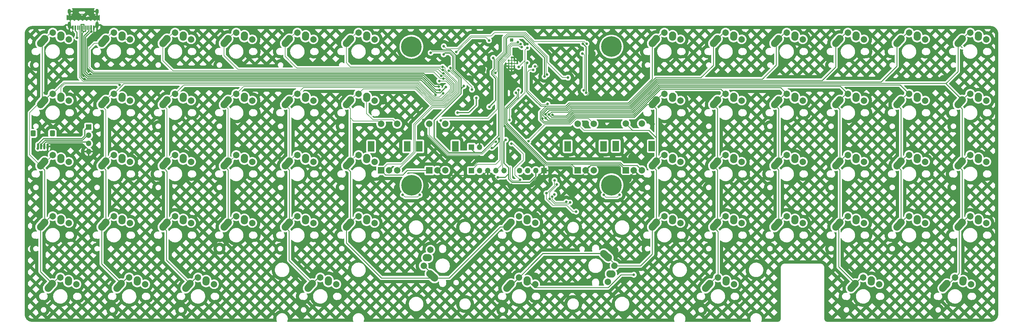
<source format=gbr>
%TF.GenerationSoftware,KiCad,Pcbnew,7.0.7*%
%TF.CreationDate,2023-09-26T20:46:34+02:00*%
%TF.ProjectId,32u4,33327534-2e6b-4696-9361-645f70636258,rev?*%
%TF.SameCoordinates,Original*%
%TF.FileFunction,Copper,L2,Bot*%
%TF.FilePolarity,Positive*%
%FSLAX46Y46*%
G04 Gerber Fmt 4.6, Leading zero omitted, Abs format (unit mm)*
G04 Created by KiCad (PCBNEW 7.0.7) date 2023-09-26 20:46:34*
%MOMM*%
%LPD*%
G01*
G04 APERTURE LIST*
G04 Aperture macros list*
%AMRoundRect*
0 Rectangle with rounded corners*
0 $1 Rounding radius*
0 $2 $3 $4 $5 $6 $7 $8 $9 X,Y pos of 4 corners*
0 Add a 4 corners polygon primitive as box body*
4,1,4,$2,$3,$4,$5,$6,$7,$8,$9,$2,$3,0*
0 Add four circle primitives for the rounded corners*
1,1,$1+$1,$2,$3*
1,1,$1+$1,$4,$5*
1,1,$1+$1,$6,$7*
1,1,$1+$1,$8,$9*
0 Add four rect primitives between the rounded corners*
20,1,$1+$1,$2,$3,$4,$5,0*
20,1,$1+$1,$4,$5,$6,$7,0*
20,1,$1+$1,$6,$7,$8,$9,0*
20,1,$1+$1,$8,$9,$2,$3,0*%
%AMHorizOval*
0 Thick line with rounded ends*
0 $1 width*
0 $2 $3 position (X,Y) of the first rounded end (center of the circle)*
0 $4 $5 position (X,Y) of the second rounded end (center of the circle)*
0 Add line between two ends*
20,1,$1,$2,$3,$4,$5,0*
0 Add two circle primitives to create the rounded ends*
1,1,$1,$2,$3*
1,1,$1,$4,$5*%
G04 Aperture macros list end*
%TA.AperFunction,ComponentPad*%
%ADD10HorizOval,2.250000X0.019771X0.290016X-0.019771X-0.290016X0*%
%TD*%
%TA.AperFunction,ComponentPad*%
%ADD11C,2.250000*%
%TD*%
%TA.AperFunction,ComponentPad*%
%ADD12C,2.000000*%
%TD*%
%TA.AperFunction,ComponentPad*%
%ADD13HorizOval,2.250000X0.654995X0.730004X-0.654995X-0.730004X0*%
%TD*%
%TA.AperFunction,ComponentPad*%
%ADD14C,0.600000*%
%TD*%
%TA.AperFunction,ComponentPad*%
%ADD15C,0.800000*%
%TD*%
%TA.AperFunction,ComponentPad*%
%ADD16C,6.400000*%
%TD*%
%TA.AperFunction,ComponentPad*%
%ADD17R,1.700000X1.700000*%
%TD*%
%TA.AperFunction,ComponentPad*%
%ADD18O,1.700000X1.700000*%
%TD*%
%TA.AperFunction,ComponentPad*%
%ADD19R,1.000000X1.000000*%
%TD*%
%TA.AperFunction,ComponentPad*%
%ADD20R,2.000000X2.000000*%
%TD*%
%TA.AperFunction,ComponentPad*%
%ADD21R,2.000000X3.200000*%
%TD*%
%TA.AperFunction,ComponentPad*%
%ADD22HorizOval,2.250000X0.290016X-0.019771X-0.290016X0.019771X0*%
%TD*%
%TA.AperFunction,ComponentPad*%
%ADD23HorizOval,2.250000X0.730004X-0.654995X-0.730004X0.654995X0*%
%TD*%
%TA.AperFunction,ComponentPad*%
%ADD24HorizOval,2.250000X-0.290016X0.019771X0.290016X-0.019771X0*%
%TD*%
%TA.AperFunction,ComponentPad*%
%ADD25HorizOval,2.250000X-0.730004X0.654995X0.730004X-0.654995X0*%
%TD*%
%TA.AperFunction,SMDPad,CuDef*%
%ADD26R,0.600000X1.450000*%
%TD*%
%TA.AperFunction,SMDPad,CuDef*%
%ADD27R,0.300000X1.450000*%
%TD*%
%TA.AperFunction,ComponentPad*%
%ADD28O,1.000000X1.600000*%
%TD*%
%TA.AperFunction,ComponentPad*%
%ADD29O,1.000000X2.100000*%
%TD*%
%TA.AperFunction,SMDPad,CuDef*%
%ADD30RoundRect,0.150000X-0.150000X-0.775000X0.150000X-0.775000X0.150000X0.775000X-0.150000X0.775000X0*%
%TD*%
%TA.AperFunction,SMDPad,CuDef*%
%ADD31RoundRect,0.332800X-0.467200X-0.567200X0.467200X-0.567200X0.467200X0.567200X-0.467200X0.567200X0*%
%TD*%
%TA.AperFunction,ViaPad*%
%ADD32C,0.800000*%
%TD*%
%TA.AperFunction,Conductor*%
%ADD33C,0.200000*%
%TD*%
%TA.AperFunction,Conductor*%
%ADD34C,0.250000*%
%TD*%
%TA.AperFunction,Conductor*%
%ADD35C,0.300000*%
%TD*%
G04 APERTURE END LIST*
D10*
%TO.P,SW14,1,A*%
%TO.N,Net-(SW14-A)*%
X105719771Y-52259984D03*
D11*
X105740000Y-51970000D03*
D12*
X108200000Y-53250000D03*
D13*
%TO.P,SW14,2,B*%
%TO.N,COL4*%
X100044995Y-53779996D03*
D11*
X100700000Y-53050000D03*
D12*
X103200000Y-51150000D03*
%TD*%
D10*
%TO.P,SW35,1,A*%
%TO.N,Net-(SW35-A)*%
X124769771Y-90359984D03*
D11*
X124790000Y-90070000D03*
D12*
X127250000Y-91350000D03*
D13*
%TO.P,SW35,2,B*%
%TO.N,COL5*%
X119094995Y-91879996D03*
D11*
X119750000Y-91150000D03*
D12*
X122250000Y-89250000D03*
%TD*%
D10*
%TO.P,SW15,1,A*%
%TO.N,enc-left-row*%
X124769771Y-52259984D03*
D11*
X124790000Y-51970000D03*
D12*
X127250000Y-53250000D03*
D13*
%TO.P,SW15,2,B*%
%TO.N,COL5*%
X119094995Y-53779996D03*
D11*
X119750000Y-53050000D03*
D12*
X122250000Y-51150000D03*
%TD*%
D10*
%TO.P,SW31,1,A*%
%TO.N,Net-(SW31-A)*%
X48569771Y-90359984D03*
D11*
X48590000Y-90070000D03*
D12*
X51050000Y-91350000D03*
D13*
%TO.P,SW31,2,B*%
%TO.N,COL1*%
X42894995Y-91879996D03*
D11*
X43550000Y-91150000D03*
D12*
X46050000Y-89250000D03*
%TD*%
D14*
%TO.P,U3,57,GND*%
%TO.N,GND*%
X169890000Y-43451561D03*
X170791561Y-42550000D03*
X171693122Y-41648439D03*
X168988439Y-42550000D03*
X169890000Y-41648439D03*
X170791561Y-40746878D03*
X168086878Y-41648439D03*
X168988439Y-40746878D03*
X169890000Y-39845317D03*
%TD*%
D10*
%TO.P,SW25,1,A*%
%TO.N,Net-(SW25-A)*%
X124769771Y-71309984D03*
D11*
X124790000Y-71020000D03*
D12*
X127250000Y-72300000D03*
D13*
%TO.P,SW25,2,B*%
%TO.N,COL5*%
X119094995Y-72829996D03*
D11*
X119750000Y-72100000D03*
D12*
X122250000Y-70200000D03*
%TD*%
D10*
%TO.P,SW1.1,1,A*%
%TO.N,Net-(SW1.1-A)*%
X48569771Y-52259984D03*
D11*
X48590000Y-51970000D03*
D12*
X51050000Y-53250000D03*
D13*
%TO.P,SW1.1,2,B*%
%TO.N,COL1*%
X42894995Y-53779996D03*
D11*
X43550000Y-53050000D03*
D12*
X46050000Y-51150000D03*
%TD*%
D15*
%TO.P,REF\u002A\u002A,1*%
%TO.N,N/C*%
X136330000Y-79610000D03*
X137032944Y-77912944D03*
X137032944Y-81307056D03*
X138730000Y-77210000D03*
D16*
X138730000Y-79610000D03*
D15*
X138730000Y-82010000D03*
X140427056Y-77912944D03*
X140427056Y-81307056D03*
X141130000Y-79610000D03*
%TD*%
D17*
%TO.P,J1,1,Pin_1*%
%TO.N,/Rp2040 /RUN*%
X157370000Y-75055000D03*
D18*
%TO.P,J1,2,Pin_2*%
%TO.N,+3V3*%
X159910000Y-75055000D03*
%TO.P,J1,3,Pin_3*%
%TO.N,GND*%
X162450000Y-75055000D03*
%TO.P,J1,4,Pin_4*%
%TO.N,/Rp2040 /SWD*%
X164990000Y-75055000D03*
%TO.P,J1,5,Pin_5*%
%TO.N,/Rp2040 /SWCLK*%
X167530000Y-75055000D03*
%TD*%
D10*
%TO.P,SW47,1,A*%
%TO.N,Net-(SW47-A)*%
X236688521Y-109409984D03*
D11*
X236708750Y-109120000D03*
D12*
X239168750Y-110400000D03*
D13*
%TO.P,SW47,2,B*%
%TO.N,COL7*%
X231013745Y-110929996D03*
D11*
X231668750Y-110200000D03*
D12*
X234168750Y-108300000D03*
%TD*%
D10*
%TO.P,SW2,1,A*%
%TO.N,Net-(SW2-A)*%
X67619771Y-33209984D03*
D11*
X67640000Y-32920000D03*
D12*
X70100000Y-34200000D03*
D13*
%TO.P,SW2,2,B*%
%TO.N,COL2*%
X61944995Y-34729996D03*
D11*
X62600000Y-34000000D03*
D12*
X65100000Y-32100000D03*
%TD*%
D10*
%TO.P,SW49,1,A*%
%TO.N,Net-(SW49-A)*%
X281932271Y-109409984D03*
D11*
X281952500Y-109120000D03*
D12*
X284412500Y-110400000D03*
D13*
%TO.P,SW49,2,B*%
%TO.N,COL9*%
X276257495Y-110929996D03*
D11*
X276912500Y-110200000D03*
D12*
X279412500Y-108300000D03*
%TD*%
D15*
%TO.P,REF\u002A\u002A,1*%
%TO.N,N/C*%
X136320000Y-36500000D03*
X137022944Y-34802944D03*
X137022944Y-38197056D03*
X138720000Y-34100000D03*
D16*
X138720000Y-36500000D03*
D15*
X138720000Y-38900000D03*
X140417056Y-34802944D03*
X140417056Y-38197056D03*
X141120000Y-36500000D03*
%TD*%
D10*
%TO.P,SW7,1,A*%
%TO.N,Net-(SW7-A)*%
X239069771Y-33209984D03*
D11*
X239090000Y-32920000D03*
D12*
X241550000Y-34200000D03*
D13*
%TO.P,SW7,2,B*%
%TO.N,COL7*%
X233394995Y-34729996D03*
D11*
X234050000Y-34000000D03*
D12*
X236550000Y-32100000D03*
%TD*%
D19*
%TO.P,J4,1,Pin_1*%
%TO.N,+1V1*%
X169900000Y-34370000D03*
%TD*%
D10*
%TO.P,SW30,1,A*%
%TO.N,Net-(SW30-A)*%
X29519771Y-90359984D03*
D11*
X29540000Y-90070000D03*
D12*
X32000000Y-91350000D03*
D13*
%TO.P,SW30,2,B*%
%TO.N,COL0*%
X23844995Y-91879996D03*
D11*
X24500000Y-91150000D03*
D12*
X27000000Y-89250000D03*
%TD*%
D10*
%TO.P,SW40,1,A*%
%TO.N,Net-(SW40-A)*%
X31901021Y-109409984D03*
D11*
X31921250Y-109120000D03*
D12*
X34381250Y-110400000D03*
D13*
%TO.P,SW40,2,B*%
%TO.N,COL0*%
X26226245Y-110929996D03*
D11*
X26881250Y-110200000D03*
D12*
X29381250Y-108300000D03*
%TD*%
D10*
%TO.P,SW1.0,1,A*%
%TO.N,Net-(SW1.0-A)*%
X29519771Y-52259984D03*
D11*
X29540000Y-51970000D03*
D12*
X32000000Y-53250000D03*
D13*
%TO.P,SW1.0,2,B*%
%TO.N,COL0*%
X23844995Y-53779996D03*
D11*
X24500000Y-53050000D03*
D12*
X27000000Y-51150000D03*
%TD*%
D10*
%TO.P,SW8,1,A*%
%TO.N,Net-(SW8-A)*%
X258119771Y-33209984D03*
D11*
X258140000Y-32920000D03*
D12*
X260600000Y-34200000D03*
D13*
%TO.P,SW8,2,B*%
%TO.N,COL8*%
X252444995Y-34729996D03*
D11*
X253100000Y-34000000D03*
D12*
X255600000Y-32100000D03*
%TD*%
D20*
%TO.P,ENCODERLEFT2,A,A*%
%TO.N,ENC0da*%
X129280000Y-75000000D03*
D12*
%TO.P,ENCODERLEFT2,B,B*%
%TO.N,ENC0db*%
X134280000Y-75000000D03*
%TO.P,ENCODERLEFT2,C,C*%
%TO.N,GND*%
X131780000Y-75000000D03*
D21*
%TO.P,ENCODERLEFT2,MP*%
%TO.N,N/C*%
X126180000Y-67500000D03*
X137380000Y-67500000D03*
D12*
%TO.P,ENCODERLEFT2,S1,S1*%
%TO.N,enc-left-row*%
X134280000Y-60500000D03*
%TO.P,ENCODERLEFT2,S2,S2*%
%TO.N,COL5*%
X129280000Y-60500000D03*
%TD*%
D10*
%TO.P,SW37,1,A*%
%TO.N,Net-(SW37-A)*%
X239069771Y-90359984D03*
D11*
X239090000Y-90070000D03*
D12*
X241550000Y-91350000D03*
D13*
%TO.P,SW37,2,B*%
%TO.N,COL7*%
X233394995Y-91879996D03*
D11*
X234050000Y-91150000D03*
D12*
X236550000Y-89250000D03*
%TD*%
D10*
%TO.P,SW0,1,A*%
%TO.N,Net-(SW0-A)*%
X29519771Y-33209984D03*
D11*
X29540000Y-32920000D03*
D12*
X32000000Y-34200000D03*
D13*
%TO.P,SW0,2,B*%
%TO.N,COL0*%
X23844995Y-34729996D03*
D11*
X24500000Y-34000000D03*
D12*
X27000000Y-32100000D03*
%TD*%
D20*
%TO.P,ENCODERLEFT1,A,A*%
%TO.N,ENC0da*%
X144280000Y-75000000D03*
D12*
%TO.P,ENCODERLEFT1,B,B*%
%TO.N,ENC0db*%
X149280000Y-75000000D03*
%TO.P,ENCODERLEFT1,C,C*%
%TO.N,GND*%
X146780000Y-75000000D03*
D21*
%TO.P,ENCODERLEFT1,MP*%
%TO.N,N/C*%
X141180000Y-67500000D03*
X152380000Y-67500000D03*
D12*
%TO.P,ENCODERLEFT1,S1,S1*%
%TO.N,COL5*%
X149280000Y-60500000D03*
%TO.P,ENCODERLEFT1,S2,S2*%
%TO.N,Net-(D56-A-Pad2)*%
X144280000Y-60500000D03*
%TD*%
D10*
%TO.P,SW32,1,A*%
%TO.N,Net-(SW32-A)*%
X67619771Y-90359984D03*
D11*
X67640000Y-90070000D03*
D12*
X70100000Y-91350000D03*
D13*
%TO.P,SW32,2,B*%
%TO.N,COL2*%
X61944995Y-91879996D03*
D11*
X62600000Y-91150000D03*
D12*
X65100000Y-89250000D03*
%TD*%
D10*
%TO.P,SW41,1,A*%
%TO.N,Net-(SW41-A)*%
X53332271Y-109409984D03*
D11*
X53352500Y-109120000D03*
D12*
X55812500Y-110400000D03*
D13*
%TO.P,SW41,2,B*%
%TO.N,COL1*%
X47657495Y-110929996D03*
D11*
X48312500Y-110200000D03*
D12*
X50812500Y-108300000D03*
%TD*%
D10*
%TO.P,SW1,1,A*%
%TO.N,Net-(SW1-A)*%
X48569771Y-33209984D03*
D11*
X48590000Y-32920000D03*
D12*
X51050000Y-34200000D03*
D13*
%TO.P,SW1,2,B*%
%TO.N,COL1*%
X42894995Y-34729996D03*
D11*
X43550000Y-34000000D03*
D12*
X46050000Y-32100000D03*
%TD*%
D17*
%TO.P,J2,1,Pin_1*%
%TO.N,GND*%
X179990000Y-75050000D03*
D18*
%TO.P,J2,2,Pin_2*%
%TO.N,+3V3*%
X177450000Y-75050000D03*
%TO.P,J2,3,Pin_3*%
%TO.N,SCL*%
X174910000Y-75050000D03*
%TO.P,J2,4,Pin_4*%
%TO.N,SDA*%
X172370000Y-75050000D03*
%TD*%
D10*
%TO.P,SW311,1,A*%
%TO.N,Net-(SW311-A)*%
X315269771Y-90359984D03*
D11*
X315290000Y-90070000D03*
D12*
X317750000Y-91350000D03*
D13*
%TO.P,SW311,2,B*%
%TO.N,COL11*%
X309594995Y-91879996D03*
D11*
X310250000Y-91150000D03*
D12*
X312750000Y-89250000D03*
%TD*%
D10*
%TO.P,SW29,1,A*%
%TO.N,Net-(SW29-A)*%
X277169771Y-71309984D03*
D11*
X277190000Y-71020000D03*
D12*
X279650000Y-72300000D03*
D13*
%TO.P,SW29,2,B*%
%TO.N,COL9*%
X271494995Y-72829996D03*
D11*
X272150000Y-72100000D03*
D12*
X274650000Y-70200000D03*
%TD*%
D10*
%TO.P,SW10,1,A*%
%TO.N,Net-(SW10-A)*%
X296219771Y-33209984D03*
D11*
X296240000Y-32920000D03*
D12*
X298700000Y-34200000D03*
D13*
%TO.P,SW10,2,B*%
%TO.N,COL10*%
X290544995Y-34729996D03*
D11*
X291200000Y-34000000D03*
D12*
X293700000Y-32100000D03*
%TD*%
D10*
%TO.P,SW9,1,A*%
%TO.N,Net-(SW9-A)*%
X277169771Y-33209984D03*
D11*
X277190000Y-32920000D03*
D12*
X279650000Y-34200000D03*
D13*
%TO.P,SW9,2,B*%
%TO.N,COL9*%
X271494995Y-34729996D03*
D11*
X272150000Y-34000000D03*
D12*
X274650000Y-32100000D03*
%TD*%
D10*
%TO.P,SW17,1,A*%
%TO.N,Net-(SW17-A)*%
X239069771Y-52259984D03*
D11*
X239090000Y-51970000D03*
D12*
X241550000Y-53250000D03*
D13*
%TO.P,SW17,2,B*%
%TO.N,COL7*%
X233394995Y-53779996D03*
D11*
X234050000Y-53050000D03*
D12*
X236550000Y-51150000D03*
%TD*%
D10*
%TO.P,SW411,1,A*%
%TO.N,Net-(SW411-A)*%
X310507271Y-109409984D03*
D11*
X310527500Y-109120000D03*
D12*
X312987500Y-110400000D03*
D13*
%TO.P,SW411,2,B*%
%TO.N,COL11*%
X304832495Y-110929996D03*
D11*
X305487500Y-110200000D03*
D12*
X307987500Y-108300000D03*
%TD*%
D15*
%TO.P,REF\u002A\u002A,1*%
%TO.N,N/C*%
X198610000Y-79610000D03*
X199312944Y-77912944D03*
X199312944Y-81307056D03*
X201010000Y-77210000D03*
D16*
X201010000Y-79610000D03*
D15*
X201010000Y-82010000D03*
X202707056Y-77912944D03*
X202707056Y-81307056D03*
X203410000Y-79610000D03*
%TD*%
D10*
%TO.P,SW211,1,A*%
%TO.N,Net-(SW211-A)*%
X315269771Y-71309984D03*
D11*
X315290000Y-71020000D03*
D12*
X317750000Y-72300000D03*
D13*
%TO.P,SW211,2,B*%
%TO.N,COL11*%
X309594995Y-72829996D03*
D11*
X310250000Y-72100000D03*
D12*
X312750000Y-70200000D03*
%TD*%
D10*
%TO.P,SW19,1,A*%
%TO.N,Net-(SW19-A)*%
X277169771Y-52259984D03*
D11*
X277190000Y-51970000D03*
D12*
X279650000Y-53250000D03*
D13*
%TO.P,SW19,2,B*%
%TO.N,COL9*%
X271494995Y-53779996D03*
D11*
X272150000Y-53050000D03*
D12*
X274650000Y-51150000D03*
%TD*%
D10*
%TO.P,SW33,1,A*%
%TO.N,Net-(SW33-A)*%
X86669771Y-90359984D03*
D11*
X86690000Y-90070000D03*
D12*
X89150000Y-91350000D03*
D13*
%TO.P,SW33,2,B*%
%TO.N,COL3*%
X80994995Y-91879996D03*
D11*
X81650000Y-91150000D03*
D12*
X84150000Y-89250000D03*
%TD*%
D10*
%TO.P,SW110,1,A*%
%TO.N,Net-(SW110-A)*%
X296219771Y-52259984D03*
D11*
X296240000Y-51970000D03*
D12*
X298700000Y-53250000D03*
D13*
%TO.P,SW110,2,B*%
%TO.N,COL10*%
X290544995Y-53779996D03*
D11*
X291200000Y-53050000D03*
D12*
X293700000Y-51150000D03*
%TD*%
D10*
%TO.P,SW36,1,A*%
%TO.N,Net-(SW36-A)*%
X220019771Y-90359984D03*
D11*
X220040000Y-90070000D03*
D12*
X222500000Y-91350000D03*
D13*
%TO.P,SW36,2,B*%
%TO.N,COL6*%
X214344995Y-91879996D03*
D11*
X215000000Y-91150000D03*
D12*
X217500000Y-89250000D03*
%TD*%
D10*
%TO.P,SW6,1,A*%
%TO.N,Net-(SW6-A)*%
X220019771Y-33209984D03*
D11*
X220040000Y-32920000D03*
D12*
X222500000Y-34200000D03*
D13*
%TO.P,SW6,2,B*%
%TO.N,COL6*%
X214344995Y-34729996D03*
D11*
X215000000Y-34000000D03*
D12*
X217500000Y-32100000D03*
%TD*%
D10*
%TO.P,SW39,1,A*%
%TO.N,Net-(SW39-A)*%
X277169771Y-90359984D03*
D11*
X277190000Y-90070000D03*
D12*
X279650000Y-91350000D03*
D13*
%TO.P,SW39,2,B*%
%TO.N,COL9*%
X271494995Y-91879996D03*
D11*
X272150000Y-91150000D03*
D12*
X274650000Y-89250000D03*
%TD*%
D10*
%TO.P,SW38,1,A*%
%TO.N,Net-(SW38-A)*%
X258119771Y-90359984D03*
D11*
X258140000Y-90070000D03*
D12*
X260600000Y-91350000D03*
D13*
%TO.P,SW38,2,B*%
%TO.N,COL8*%
X252444995Y-91879996D03*
D11*
X253100000Y-91150000D03*
D12*
X255600000Y-89250000D03*
%TD*%
D10*
%TO.P,SW11,1,A*%
%TO.N,Net-(SW11-A)*%
X315269771Y-33209984D03*
D11*
X315290000Y-32920000D03*
D12*
X317750000Y-34200000D03*
D13*
%TO.P,SW11,2,B*%
%TO.N,COL11*%
X309594995Y-34729996D03*
D11*
X310250000Y-34000000D03*
D12*
X312750000Y-32100000D03*
%TD*%
D17*
%TO.P,J5,1,Pin_1*%
%TO.N,+5V*%
X157365000Y-67800000D03*
D18*
%TO.P,J5,2,Pin_2*%
%TO.N,GND*%
X159905000Y-67800000D03*
%TD*%
D10*
%TO.P,SW34,1,A*%
%TO.N,Net-(SW34-A)*%
X105719771Y-90359984D03*
D11*
X105740000Y-90070000D03*
D12*
X108200000Y-91350000D03*
D13*
%TO.P,SW34,2,B*%
%TO.N,COL4*%
X100044995Y-91879996D03*
D11*
X100700000Y-91150000D03*
D12*
X103200000Y-89250000D03*
%TD*%
D10*
%TO.P,SW310,1,A*%
%TO.N,Net-(SW310-A)*%
X296219771Y-90359984D03*
D11*
X296240000Y-90070000D03*
D12*
X298700000Y-91350000D03*
D13*
%TO.P,SW310,2,B*%
%TO.N,COL10*%
X290544995Y-91879996D03*
D11*
X291200000Y-91150000D03*
D12*
X293700000Y-89250000D03*
%TD*%
D10*
%TO.P,SW1.2,1,A*%
%TO.N,Net-(SW1.2-A)*%
X67619771Y-52259984D03*
D11*
X67640000Y-51970000D03*
D12*
X70100000Y-53250000D03*
D13*
%TO.P,SW1.2,2,B*%
%TO.N,COL2*%
X61944995Y-53779996D03*
D11*
X62600000Y-53050000D03*
D12*
X65100000Y-51150000D03*
%TD*%
D10*
%TO.P,SW23,1,A*%
%TO.N,Net-(SW23-A)*%
X86669771Y-71309984D03*
D11*
X86690000Y-71020000D03*
D12*
X89150000Y-72300000D03*
D13*
%TO.P,SW23,2,B*%
%TO.N,COL3*%
X80994995Y-72829996D03*
D11*
X81650000Y-72100000D03*
D12*
X84150000Y-70200000D03*
%TD*%
D20*
%TO.P,ENCODERRIGHT2,A,A*%
%TO.N,ENC1da*%
X205470000Y-74920000D03*
D12*
%TO.P,ENCODERRIGHT2,B,B*%
%TO.N,ENC1db*%
X210470000Y-74920000D03*
%TO.P,ENCODERRIGHT2,C,C*%
%TO.N,GND*%
X207970000Y-74920000D03*
D21*
%TO.P,ENCODERRIGHT2,MP*%
%TO.N,N/C*%
X202370000Y-67420000D03*
X213570000Y-67420000D03*
D12*
%TO.P,ENCODERRIGHT2,S1,S1*%
%TO.N,enc-right-row*%
X210470000Y-60420000D03*
%TO.P,ENCODERRIGHT2,S2,S2*%
%TO.N,COL6*%
X205470000Y-60420000D03*
%TD*%
D10*
%TO.P,SW111,1,A*%
%TO.N,Net-(SW111-A)*%
X315269771Y-52259984D03*
D11*
X315290000Y-51970000D03*
D12*
X317750000Y-53250000D03*
D13*
%TO.P,SW111,2,B*%
%TO.N,COL11*%
X309594995Y-53779996D03*
D11*
X310250000Y-53050000D03*
D12*
X312750000Y-51150000D03*
%TD*%
D10*
%TO.P,SW13,1,A*%
%TO.N,Net-(SW13-A)*%
X86669771Y-52259984D03*
D11*
X86690000Y-51970000D03*
D12*
X89150000Y-53250000D03*
D13*
%TO.P,SW13,2,B*%
%TO.N,COL3*%
X80994995Y-53779996D03*
D11*
X81650000Y-53050000D03*
D12*
X84150000Y-51150000D03*
%TD*%
D10*
%TO.P,SW44,1,A*%
%TO.N,Net-(SW44-A)*%
X112863521Y-109409984D03*
D11*
X112883750Y-109120000D03*
D12*
X115343750Y-110400000D03*
D13*
%TO.P,SW44,2,B*%
%TO.N,COL4*%
X107188745Y-110929996D03*
D11*
X107843750Y-110200000D03*
D12*
X110343750Y-108300000D03*
%TD*%
D20*
%TO.P,ENCODERRIGHT1,A,A*%
%TO.N,ENC1da*%
X190470000Y-74980000D03*
D12*
%TO.P,ENCODERRIGHT1,B,B*%
%TO.N,ENC1db*%
X195470000Y-74980000D03*
%TO.P,ENCODERRIGHT1,C,C*%
%TO.N,GND*%
X192970000Y-74980000D03*
D21*
%TO.P,ENCODERRIGHT1,MP*%
%TO.N,N/C*%
X187370000Y-67480000D03*
X198570000Y-67480000D03*
D12*
%TO.P,ENCODERRIGHT1,S1,S1*%
%TO.N,Net-(D56-A-Pad1)*%
X195470000Y-60480000D03*
%TO.P,ENCODERRIGHT1,S2,S2*%
%TO.N,COL6*%
X190470000Y-60480000D03*
%TD*%
D10*
%TO.P,SW22,1,A*%
%TO.N,Net-(SW22-A)*%
X67619771Y-71309984D03*
D11*
X67640000Y-71020000D03*
D12*
X70100000Y-72300000D03*
D13*
%TO.P,SW22,2,B*%
%TO.N,COL2*%
X61944995Y-72829996D03*
D11*
X62600000Y-72100000D03*
D12*
X65100000Y-70200000D03*
%TD*%
D15*
%TO.P,REF\u002A\u002A,1*%
%TO.N,N/C*%
X198600000Y-36480000D03*
X199302944Y-34782944D03*
X199302944Y-38177056D03*
X201000000Y-34080000D03*
D16*
X201000000Y-36480000D03*
D15*
X201000000Y-38880000D03*
X202697056Y-34782944D03*
X202697056Y-38177056D03*
X203400000Y-36480000D03*
%TD*%
D10*
%TO.P,SW16,1,A*%
%TO.N,enc-right-row*%
X220019771Y-52259984D03*
D11*
X220040000Y-51970000D03*
D12*
X222500000Y-53250000D03*
D13*
%TO.P,SW16,2,B*%
%TO.N,COL6*%
X214344995Y-53779996D03*
D11*
X215000000Y-53050000D03*
D12*
X217500000Y-51150000D03*
%TD*%
D10*
%TO.P,SW20,1,A*%
%TO.N,Net-(SW20-A)*%
X29519771Y-71309984D03*
D11*
X29540000Y-71020000D03*
D12*
X32000000Y-72300000D03*
D13*
%TO.P,SW20,2,B*%
%TO.N,COL0*%
X23844995Y-72829996D03*
D11*
X24500000Y-72100000D03*
D12*
X27000000Y-70200000D03*
%TD*%
D10*
%TO.P,SW56,1,A*%
%TO.N,Net-(SW56-A)*%
X174776021Y-109409984D03*
D11*
X174796250Y-109120000D03*
D12*
X177256250Y-110400000D03*
D13*
%TO.P,SW56,2,B*%
%TO.N,COL6*%
X169101245Y-110929996D03*
D11*
X169756250Y-110200000D03*
D12*
X172256250Y-108300000D03*
%TD*%
D10*
%TO.P,SW55,1,A*%
%TO.N,Net-(SW55-A)*%
X174776021Y-90349984D03*
D11*
X174796250Y-90060000D03*
D12*
X177256250Y-91340000D03*
D13*
%TO.P,SW55,2,B*%
%TO.N,COL5*%
X169101245Y-91869996D03*
D11*
X169756250Y-91140000D03*
D12*
X172256250Y-89240000D03*
%TD*%
D10*
%TO.P,SW42,1,A*%
%TO.N,Net-(SW42-A)*%
X74763521Y-109409984D03*
D11*
X74783750Y-109120000D03*
D12*
X77243750Y-110400000D03*
D13*
%TO.P,SW42,2,B*%
%TO.N,COL2*%
X69088745Y-110929996D03*
D11*
X69743750Y-110200000D03*
D12*
X72243750Y-108300000D03*
%TD*%
D10*
%TO.P,SW18,1,A*%
%TO.N,Net-(SW18-A)*%
X258119771Y-52259984D03*
D11*
X258140000Y-51970000D03*
D12*
X260600000Y-53250000D03*
D13*
%TO.P,SW18,2,B*%
%TO.N,COL8*%
X252444995Y-53779996D03*
D11*
X253100000Y-53050000D03*
D12*
X255600000Y-51150000D03*
%TD*%
D10*
%TO.P,SW26,1,A*%
%TO.N,Net-(SW26-A)*%
X220019771Y-71309984D03*
D11*
X220040000Y-71020000D03*
D12*
X222500000Y-72300000D03*
D13*
%TO.P,SW26,2,B*%
%TO.N,COL6*%
X214344995Y-72829996D03*
D11*
X215000000Y-72100000D03*
D12*
X217500000Y-70200000D03*
%TD*%
D10*
%TO.P,SW210,1,A*%
%TO.N,Net-(SW210-A)*%
X296219771Y-71309984D03*
D11*
X296240000Y-71020000D03*
D12*
X298700000Y-72300000D03*
D13*
%TO.P,SW210,2,B*%
%TO.N,COL10*%
X290544995Y-72829996D03*
D11*
X291200000Y-72100000D03*
D12*
X293700000Y-70200000D03*
%TD*%
D22*
%TO.P,SW46,1,A*%
%TO.N,Net-(SW46-A)*%
X200858766Y-107194771D03*
D11*
X201148750Y-107215000D03*
D12*
X199868750Y-109675000D03*
D23*
%TO.P,SW46,2,B*%
%TO.N,COL6*%
X199338754Y-101519995D03*
D11*
X200068750Y-102175000D03*
D12*
X201968750Y-104675000D03*
%TD*%
D10*
%TO.P,SW28,1,A*%
%TO.N,Net-(SW28-A)*%
X258119771Y-71309984D03*
D11*
X258140000Y-71020000D03*
D12*
X260600000Y-72300000D03*
D13*
%TO.P,SW28,2,B*%
%TO.N,COL8*%
X252444995Y-72829996D03*
D11*
X253100000Y-72100000D03*
D12*
X255600000Y-70200000D03*
%TD*%
D10*
%TO.P,SW4,1,A*%
%TO.N,Net-(SW4-A)*%
X105719771Y-33209984D03*
D11*
X105740000Y-32920000D03*
D12*
X108200000Y-34200000D03*
D13*
%TO.P,SW4,2,B*%
%TO.N,COL4*%
X100044995Y-34729996D03*
D11*
X100700000Y-34000000D03*
D12*
X103200000Y-32100000D03*
%TD*%
D10*
%TO.P,SW27,1,A*%
%TO.N,Net-(SW27-A)*%
X239069771Y-71309984D03*
D11*
X239090000Y-71020000D03*
D12*
X241550000Y-72300000D03*
D13*
%TO.P,SW27,2,B*%
%TO.N,COL7*%
X233394995Y-72829996D03*
D11*
X234050000Y-72100000D03*
D12*
X236550000Y-70200000D03*
%TD*%
D10*
%TO.P,SW21,1,A*%
%TO.N,Net-(SW21-A)*%
X48569771Y-71309984D03*
D11*
X48590000Y-71020000D03*
D12*
X51050000Y-72300000D03*
D13*
%TO.P,SW21,2,B*%
%TO.N,COL1*%
X42894995Y-72829996D03*
D11*
X43550000Y-72100000D03*
D12*
X46050000Y-70200000D03*
%TD*%
D10*
%TO.P,SW3,1,A*%
%TO.N,Net-(SW3-A)*%
X86669771Y-33209984D03*
D11*
X86690000Y-32920000D03*
D12*
X89150000Y-34200000D03*
D13*
%TO.P,SW3,2,B*%
%TO.N,COL3*%
X80994995Y-34729996D03*
D11*
X81650000Y-34000000D03*
D12*
X84150000Y-32100000D03*
%TD*%
D24*
%TO.P,SW45,1,A*%
%TO.N,Net-(SW45-A)*%
X143653734Y-102155229D03*
D11*
X143363750Y-102135000D03*
D12*
X144643750Y-99675000D03*
D25*
%TO.P,SW45,2,B*%
%TO.N,COL5*%
X145173746Y-107830005D03*
D11*
X144443750Y-107175000D03*
D12*
X142543750Y-104675000D03*
%TD*%
D10*
%TO.P,SW24,1,A*%
%TO.N,Net-(SW24-A)*%
X105719771Y-71309984D03*
D11*
X105740000Y-71020000D03*
D12*
X108200000Y-72300000D03*
D13*
%TO.P,SW24,2,B*%
%TO.N,COL4*%
X100044995Y-72829996D03*
D11*
X100700000Y-72100000D03*
D12*
X103200000Y-70200000D03*
%TD*%
D10*
%TO.P,SW5,1,A*%
%TO.N,Net-(SW5-A)*%
X124769771Y-33209984D03*
D11*
X124790000Y-32920000D03*
D12*
X127250000Y-34200000D03*
D13*
%TO.P,SW5,2,B*%
%TO.N,COL5*%
X119094995Y-34729996D03*
D11*
X119750000Y-34000000D03*
D12*
X122250000Y-32100000D03*
%TD*%
D17*
%TO.P,Breakout_USB >>,1,Pin_1*%
%TO.N,VBUS*%
X38165000Y-61540000D03*
D18*
%TO.P,Breakout_USB >>,2,Pin_2*%
%TO.N,/Rp2040 /USB_D+*%
X38165000Y-64080000D03*
%TO.P,Breakout_USB >>,3,Pin_3*%
%TO.N,/Rp2040 /USB_D-*%
X38165000Y-66620000D03*
%TO.P,Breakout_USB >>,4,Pin_4*%
%TO.N,GND*%
X38165000Y-69160000D03*
%TD*%
D26*
%TO.P,J0,A1,GND*%
%TO.N,GND*%
X33280000Y-30635000D03*
%TO.P,J0,A4,VBUS*%
%TO.N,VBUS*%
X34080000Y-30635000D03*
D27*
%TO.P,J0,A5,CC1*%
%TO.N,Net-(J0-CC1)*%
X35280000Y-30635000D03*
%TO.P,J0,A6,D+*%
%TO.N,/Rp2040 /USB_D+*%
X36280000Y-30635000D03*
%TO.P,J0,A7,D-*%
%TO.N,/Rp2040 /USB_D-*%
X36780000Y-30635000D03*
%TO.P,J0,A8,SBU1*%
%TO.N,unconnected-(J0-SBU1-PadA8)*%
X37780000Y-30635000D03*
D26*
%TO.P,J0,A9,VBUS*%
%TO.N,VBUS*%
X38980000Y-30635000D03*
%TO.P,J0,A12,GND*%
%TO.N,GND*%
X39780000Y-30635000D03*
%TO.P,J0,B1,GND*%
X39780000Y-30635000D03*
%TO.P,J0,B4,VBUS*%
%TO.N,VBUS*%
X38980000Y-30635000D03*
D27*
%TO.P,J0,B5,CC2*%
%TO.N,Net-(J0-CC2)*%
X38280000Y-30635000D03*
%TO.P,J0,B6,D+*%
%TO.N,/Rp2040 /USB_D+*%
X37280000Y-30635000D03*
%TO.P,J0,B7,D-*%
%TO.N,/Rp2040 /USB_D-*%
X35780000Y-30635000D03*
%TO.P,J0,B8,SBU2*%
%TO.N,unconnected-(J0-SBU2-PadB8)*%
X34780000Y-30635000D03*
D26*
%TO.P,J0,B9,VBUS*%
%TO.N,VBUS*%
X34080000Y-30635000D03*
%TO.P,J0,B12,GND*%
%TO.N,GND*%
X33280000Y-30635000D03*
D28*
%TO.P,J0,S1,SHIELD*%
X32210000Y-25540000D03*
D29*
X32210000Y-29720000D03*
D28*
X40850000Y-25540000D03*
D29*
X40850000Y-29720000D03*
%TD*%
D30*
%TO.P,J3,1,Pin_1*%
%TO.N,VBUS*%
X22400000Y-67510000D03*
%TO.P,J3,2,Pin_2*%
%TO.N,/Rp2040 /USB_D+*%
X23400000Y-67510000D03*
%TO.P,J3,3,Pin_3*%
%TO.N,/Rp2040 /USB_D-*%
X24400000Y-67510000D03*
%TO.P,J3,4,Pin_4*%
%TO.N,GND*%
X25400000Y-67510000D03*
D31*
%TO.P,J3,MP*%
%TO.N,N/C*%
X20900000Y-63485000D03*
X26900000Y-63485000D03*
%TD*%
D32*
%TO.N,GND*%
X298850000Y-36200000D03*
X142377465Y-59307465D03*
X103640000Y-41920000D03*
X46030000Y-34430000D03*
X222750000Y-36230000D03*
X143850000Y-36180000D03*
X205430000Y-80380000D03*
X241740000Y-36150000D03*
X206000000Y-77550000D03*
X129750000Y-53160000D03*
X173900000Y-76990000D03*
X100090000Y-30900000D03*
X167799500Y-61280000D03*
X255520000Y-34440000D03*
X174810000Y-35710000D03*
X236560000Y-34390000D03*
X203340000Y-60500000D03*
X99790000Y-42120000D03*
X84200000Y-34450000D03*
X217670000Y-34780000D03*
X279770000Y-36260000D03*
X127290000Y-36140000D03*
X160530000Y-43580000D03*
X178690000Y-40260000D03*
X129330000Y-72420000D03*
X177908959Y-43351041D03*
X162870000Y-57030000D03*
X274680000Y-34210000D03*
X201880000Y-99940000D03*
X143030000Y-82500000D03*
X312850000Y-34350000D03*
X122270000Y-53510000D03*
X260720000Y-36240000D03*
X304360000Y-46670000D03*
X142870000Y-79770000D03*
X317980000Y-36180000D03*
X26260000Y-35090000D03*
X65000000Y-34320000D03*
X188310000Y-81090000D03*
X169880000Y-47470000D03*
X177390000Y-89330000D03*
X213060000Y-58630000D03*
X70220000Y-36140000D03*
X194730000Y-38710000D03*
X210790000Y-80260000D03*
X197790000Y-60470000D03*
X147980000Y-48170000D03*
X108200000Y-36110000D03*
X142350000Y-106530000D03*
X169880000Y-79480000D03*
X194200000Y-109960000D03*
X162640000Y-53370000D03*
X103240000Y-34450000D03*
X122260000Y-34430000D03*
X25410000Y-67870500D03*
X207550000Y-70930000D03*
X134590000Y-80440000D03*
X293650000Y-34480000D03*
X191710500Y-52200000D03*
X214100000Y-60610000D03*
X159880000Y-70680000D03*
X158460000Y-77250000D03*
X32050000Y-36160000D03*
X193000000Y-60590000D03*
X24440000Y-50840000D03*
X177270000Y-108170000D03*
X156732842Y-46767158D03*
X38157805Y-44214466D03*
X89210000Y-36100000D03*
X217550000Y-72750000D03*
X51170000Y-36320000D03*
X170140000Y-58110000D03*
%TO.N,Net-(SW56-A)*%
X207978940Y-107471060D03*
%TO.N,Net-(D56-A-Pad1)*%
X175149549Y-65930000D03*
%TO.N,Net-(D56-A-Pad2)*%
X165034599Y-66075355D03*
%TO.N,Net-(SW1.0-A)*%
X47851862Y-48359500D03*
%TO.N,COL5*%
X148446552Y-42763200D03*
%TO.N,COL6*%
X174760000Y-41530000D03*
%TO.N,COL0*%
X147410000Y-47150000D03*
%TO.N,COL1*%
X148639500Y-46450500D03*
%TO.N,COL2*%
X148029500Y-45570000D03*
%TO.N,COL3*%
X148671704Y-44804116D03*
%TO.N,COL4*%
X148520000Y-43760000D03*
%TO.N,COL7*%
X179537475Y-58892877D03*
%TO.N,COL8*%
X180525139Y-58739500D03*
%TO.N,COL9*%
X180420000Y-57530000D03*
%TO.N,COL10*%
X181539736Y-57625137D03*
%TO.N,COL11*%
X181098549Y-54295500D03*
X176641060Y-43690000D03*
X182607538Y-57668340D03*
%TO.N,Net-(SW23-A)*%
X141300000Y-82620500D03*
X136014376Y-82592579D03*
%TO.N,Net-(SW28-A)*%
X198630000Y-82620500D03*
X203500000Y-82620500D03*
%TO.N,+5V*%
X180179919Y-45774384D03*
X148750000Y-38880500D03*
X155020000Y-48740000D03*
X193109500Y-50860000D03*
X192130000Y-35580000D03*
%TO.N,+3V3*%
X168075500Y-65454500D03*
X172120000Y-42800000D03*
X162960000Y-55200000D03*
X165610000Y-77140500D03*
X164191169Y-39965007D03*
X174810000Y-36830000D03*
X169210000Y-59280000D03*
%TO.N,ROW0*%
X152664009Y-38171263D03*
X162871108Y-34539500D03*
%TO.N,ROW4*%
X183247848Y-82492612D03*
%TO.N,ROW2*%
X188100000Y-84990000D03*
X181800000Y-83870000D03*
X183999000Y-79360000D03*
%TO.N,ROW3*%
X182506502Y-83162993D03*
X186935352Y-84770500D03*
%TO.N,Net-(DLED0-DOUT)*%
X180960000Y-45149500D03*
X164871627Y-44687620D03*
%TO.N,Net-(DLED0.5-DOUT)*%
X144710000Y-38370000D03*
X157590000Y-49840000D03*
%TO.N,Net-(DLED1-DOUT)*%
X148800000Y-36350500D03*
X193260000Y-35570000D03*
%TO.N,Net-(DLED2-DOUT)*%
X192360000Y-50099622D03*
X191970000Y-38650000D03*
%TO.N,Net-(DLED3-DOUT)*%
X187496336Y-46119156D03*
X147840000Y-59480000D03*
%TO.N,ENC0db*%
X150900992Y-43115720D03*
%TO.N,ENC0da*%
X150381271Y-43969473D03*
%TO.N,ENC1db*%
X172042061Y-50000000D03*
%TO.N,ENC1da*%
X171317561Y-50868487D03*
%TO.N,VBUS*%
X147229500Y-48920000D03*
X22390000Y-68170000D03*
X38689078Y-45060500D03*
X39025291Y-31750695D03*
X34580500Y-33690000D03*
%TO.N,/Rp2040 /USB_D+*%
X149470000Y-49050000D03*
X23420000Y-67340000D03*
X36547996Y-45581646D03*
%TO.N,Net-(J0-CC1)*%
X148579646Y-51030353D03*
%TO.N,/Rp2040 /USB_D-*%
X153120000Y-57040000D03*
X158930000Y-52470000D03*
X146233417Y-51503311D03*
X36894500Y-46530378D03*
X24425707Y-67696801D03*
%TO.N,/Rp2040 /RUN*%
X163750265Y-67980000D03*
X171860500Y-35100000D03*
X165984167Y-65125787D03*
%TO.N,/Rp2040 /SWD*%
X172699351Y-35668164D03*
%TO.N,/Rp2040 /SWCLK*%
X173062251Y-36599457D03*
%TO.N,Net-(J0-CC2)*%
X147490000Y-49950000D03*
%TO.N,ROW5*%
X169885201Y-66624799D03*
X189992586Y-87829028D03*
X183299500Y-78067050D03*
X180780000Y-82110000D03*
X172520000Y-77940500D03*
%TO.N,COL12*%
X177209459Y-42630000D03*
%TD*%
D33*
%TO.N,Net-(DLED1-DOUT)*%
X192570000Y-34880000D02*
X176924164Y-34880000D01*
X174204164Y-32160000D02*
X164559814Y-32160000D01*
X193260000Y-35570000D02*
X192570000Y-34880000D01*
X163579814Y-33140000D02*
X157224314Y-33140000D01*
X157224314Y-33140000D02*
X153244314Y-37120000D01*
X176924164Y-34880000D02*
X174204164Y-32160000D01*
X164559814Y-32160000D02*
X163579814Y-33140000D01*
X153244314Y-37120000D02*
X149569500Y-37120000D01*
X149569500Y-37120000D02*
X148800000Y-36350500D01*
%TO.N,/Rp2040 /SWCLK*%
X172640694Y-36599457D02*
X172241237Y-36200000D01*
X172241237Y-36200000D02*
X170021372Y-36200000D01*
X170021372Y-36200000D02*
X169580000Y-36641372D01*
X173062251Y-36599457D02*
X172640694Y-36599457D01*
X169580000Y-36641372D02*
X169580000Y-39010000D01*
%TO.N,/Rp2040 /SWD*%
X166700000Y-41324315D02*
X166700000Y-73345000D01*
X166700000Y-73345000D02*
X164990000Y-75055000D01*
X169180000Y-38844316D02*
X166700000Y-41324315D01*
X172699351Y-35668164D02*
X172567515Y-35800000D01*
X172567515Y-35800000D02*
X169855686Y-35800000D01*
X169855686Y-35800000D02*
X169180000Y-36475686D01*
X169180000Y-36475686D02*
X169180000Y-38844316D01*
%TO.N,/Rp2040 /RUN*%
X166300000Y-64560000D02*
X166300000Y-41158630D01*
X166300000Y-41158630D02*
X168780000Y-38678630D01*
X171630500Y-35330000D02*
X171860500Y-35100000D01*
X168780000Y-36310000D02*
X169760000Y-35330000D01*
X169760000Y-35330000D02*
X171630500Y-35330000D01*
X168780000Y-38678630D02*
X168780000Y-36310000D01*
%TO.N,/Rp2040 /SWCLK*%
X169580000Y-39010000D02*
X167100000Y-41490000D01*
X167100000Y-41490000D02*
X167100000Y-70900000D01*
D34*
%TO.N,GND*%
X167525000Y-42210317D02*
X167525000Y-61005500D01*
D35*
X152550000Y-43389442D02*
X152550000Y-41500000D01*
D34*
X168988439Y-40746878D02*
X168988439Y-42550000D01*
D35*
X148320000Y-76540000D02*
X160965000Y-76540000D01*
X37780000Y-43089839D02*
X39500161Y-44810000D01*
D33*
X178690000Y-40260000D02*
X178610000Y-40240000D01*
X180401807Y-73445000D02*
X188333960Y-73445000D01*
D35*
X175560000Y-79480000D02*
X177080000Y-77960000D01*
D33*
X170791561Y-40746878D02*
X170791561Y-42550000D01*
D35*
X25400000Y-67510000D02*
X25400000Y-67020000D01*
X126640000Y-44810000D02*
X128710000Y-44810000D01*
D33*
X159880000Y-71979314D02*
X159880000Y-70680000D01*
D35*
X141850000Y-44810000D02*
X142604820Y-44810000D01*
D34*
X32440000Y-26300000D02*
X32440000Y-28700000D01*
D33*
X159500000Y-70300000D02*
X159880000Y-70680000D01*
X188333960Y-73445000D02*
X188800000Y-73911040D01*
D35*
X37780000Y-42180000D02*
X37780000Y-43089839D01*
X141460000Y-44810000D02*
X141850000Y-44810000D01*
D33*
X189240000Y-76430000D02*
X192090000Y-76430000D01*
D34*
X207000000Y-76530000D02*
X207970000Y-75560000D01*
D35*
X40350000Y-29790000D02*
X40390000Y-29790000D01*
X38157805Y-44214466D02*
X37780000Y-43836661D01*
X166875000Y-79480000D02*
X162450000Y-75055000D01*
X138700000Y-44810000D02*
X141460000Y-44810000D01*
X41560000Y-44810000D02*
X126640000Y-44810000D01*
X37780000Y-34070000D02*
X37780000Y-42180000D01*
D33*
X188800000Y-73911040D02*
X188800000Y-75990000D01*
D35*
X156732842Y-46767158D02*
X155927716Y-46767158D01*
X126640000Y-44810000D02*
X132580000Y-44810000D01*
X169880000Y-79480000D02*
X166875000Y-79480000D01*
X25410000Y-67870500D02*
X25410000Y-67520000D01*
X145020000Y-37570000D02*
X144450000Y-37000000D01*
X160965000Y-76540000D02*
X162450000Y-75055000D01*
D33*
X179990000Y-73033192D02*
X179990000Y-75050000D01*
D35*
X40350000Y-30160000D02*
X40350000Y-29790000D01*
X38165000Y-68595000D02*
X38165000Y-69160000D01*
X37780000Y-43836661D02*
X37780000Y-43220000D01*
X151541396Y-38108604D02*
X151002792Y-37570000D01*
X142604820Y-44810000D02*
X144432410Y-46637590D01*
X154625279Y-45464721D02*
X152550000Y-43389442D01*
D34*
X32540000Y-28800000D02*
X32550000Y-28800000D01*
D35*
X143850000Y-36400000D02*
X143850000Y-36180000D01*
X39780000Y-30635000D02*
X39875000Y-30635000D01*
D34*
X32440000Y-28700000D02*
X32540000Y-28800000D01*
D35*
X145964820Y-48170000D02*
X147980000Y-48170000D01*
X152550000Y-41500000D02*
X152550000Y-39117208D01*
X152550000Y-39117208D02*
X151541396Y-38108604D01*
X144450000Y-37000000D02*
X143850000Y-36400000D01*
D34*
X207970000Y-75560000D02*
X207970000Y-74920000D01*
X40830000Y-26350000D02*
X40790000Y-26390000D01*
D35*
X27480000Y-66650000D02*
X36220000Y-66650000D01*
D34*
X169890000Y-39845317D02*
X169890000Y-43451561D01*
D33*
X158379314Y-73480000D02*
X159880000Y-71979314D01*
D35*
X39875000Y-30635000D02*
X40350000Y-30160000D01*
D33*
X142377465Y-59307465D02*
X142377465Y-62643151D01*
D34*
X168086878Y-41648439D02*
X167525000Y-42210317D01*
D35*
X144432410Y-46637590D02*
X145964820Y-48170000D01*
D33*
X179793404Y-72836596D02*
X180401807Y-73445000D01*
X192970000Y-75550000D02*
X192970000Y-74980000D01*
D34*
X40790000Y-28650000D02*
X40810000Y-28670000D01*
D35*
X132580000Y-44810000D02*
X138700000Y-44810000D01*
X39780000Y-30635000D02*
X39895000Y-30635000D01*
D33*
X188800000Y-75990000D02*
X189240000Y-76430000D01*
X146780000Y-75000000D02*
X148300000Y-73480000D01*
X33280000Y-30635000D02*
X33280000Y-30610000D01*
X168236808Y-61280000D02*
X179793404Y-72836596D01*
D35*
X174640000Y-79480000D02*
X175560000Y-79480000D01*
X36220000Y-66650000D02*
X38165000Y-68595000D01*
D33*
X191710500Y-52200000D02*
X192759450Y-52200000D01*
D35*
X169880000Y-79480000D02*
X174640000Y-79480000D01*
D34*
X203830000Y-75940000D02*
X204420000Y-76530000D01*
D35*
X155927716Y-46767158D02*
X154625279Y-45464721D01*
D34*
X167525000Y-61005500D02*
X167799500Y-61280000D01*
D33*
X170791561Y-40746878D02*
X168988439Y-40746878D01*
X179793404Y-72836596D02*
X179990000Y-73033192D01*
X142377465Y-62643151D02*
X144287157Y-64552843D01*
D35*
X39780000Y-30635000D02*
X39780000Y-32070000D01*
D33*
X156960000Y-70300000D02*
X159500000Y-70300000D01*
X150034315Y-70300000D02*
X156960000Y-70300000D01*
X194160000Y-38710000D02*
X194730000Y-38710000D01*
D35*
X40390000Y-29790000D02*
X40390000Y-29720000D01*
X25400000Y-67020000D02*
X25770000Y-66650000D01*
X25410000Y-67520000D02*
X25400000Y-67510000D01*
D33*
X33280000Y-30610000D02*
X32600001Y-29930001D01*
D35*
X39500161Y-44810000D02*
X41560000Y-44810000D01*
D34*
X168086878Y-41648439D02*
X171693122Y-41648439D01*
D35*
X37780000Y-42180000D02*
X37780000Y-43220000D01*
D34*
X40790000Y-26390000D02*
X40790000Y-28650000D01*
X168988439Y-42550000D02*
X170791561Y-42550000D01*
X40790000Y-26390000D02*
X32530000Y-26390000D01*
D35*
X146780000Y-75000000D02*
X148320000Y-76540000D01*
D33*
X193809500Y-51149950D02*
X193809500Y-39060500D01*
D35*
X151002792Y-37570000D02*
X150630000Y-37570000D01*
D34*
X32530000Y-26390000D02*
X32440000Y-26300000D01*
D33*
X177908959Y-41041041D02*
X177908959Y-43351041D01*
D34*
X192970000Y-74980000D02*
X194480000Y-73470000D01*
D33*
X178690000Y-40260000D02*
X177908959Y-41041041D01*
D35*
X150630000Y-37570000D02*
X145020000Y-37570000D01*
X39780000Y-32070000D02*
X37780000Y-34070000D01*
D33*
X192090000Y-76430000D02*
X192970000Y-75550000D01*
D35*
X177080000Y-77960000D02*
X179990000Y-75050000D01*
D33*
X144287157Y-64552843D02*
X148587158Y-68852843D01*
X167799500Y-61280000D02*
X168236808Y-61280000D01*
D35*
X152550000Y-41500000D02*
X152550000Y-39080000D01*
D33*
X192759450Y-52200000D02*
X193809500Y-51149950D01*
X148300000Y-73480000D02*
X158379314Y-73480000D01*
D34*
X204420000Y-76530000D02*
X207000000Y-76530000D01*
D35*
X25770000Y-66650000D02*
X27480000Y-66650000D01*
D34*
X203830000Y-73916396D02*
X203830000Y-75940000D01*
D33*
X193809500Y-39060500D02*
X194160000Y-38710000D01*
X148587158Y-68852843D02*
X150034315Y-70300000D01*
D34*
X194480000Y-73470000D02*
X203383604Y-73470000D01*
X203383604Y-73470000D02*
X203830000Y-73916396D01*
D33*
%TO.N,Net-(SW1-A)*%
X48590000Y-32920000D02*
X49870000Y-34200000D01*
X49870000Y-34200000D02*
X51050000Y-34200000D01*
D34*
%TO.N,Net-(SW56-A)*%
X177146250Y-111470000D02*
X199970000Y-111470000D01*
X174796250Y-109120000D02*
X177146250Y-111470000D01*
X199970000Y-111470000D02*
X203968940Y-107471060D01*
X203968940Y-107471060D02*
X207978940Y-107471060D01*
D33*
%TO.N,Net-(D56-A-Pad1)*%
X180793198Y-60693198D02*
X184496802Y-60693198D01*
X188186802Y-60693198D02*
X184496802Y-60693198D01*
X175149549Y-65920451D02*
X180376802Y-60693198D01*
X175149549Y-65930000D02*
X175149549Y-65920451D01*
X180376802Y-60693198D02*
X180386802Y-60693198D01*
X193880000Y-58890000D02*
X195470000Y-60480000D01*
X189860000Y-58890000D02*
X189860000Y-59020000D01*
X188550000Y-60330000D02*
X188186802Y-60693198D01*
X189860000Y-58890000D02*
X193880000Y-58890000D01*
X180386802Y-60693198D02*
X180793198Y-60693198D01*
X189860000Y-59020000D02*
X188550000Y-60330000D01*
%TO.N,Net-(D56-A-Pad2)*%
X144280000Y-60500000D02*
X144280000Y-63980000D01*
X161050000Y-69636396D02*
X163553198Y-67133198D01*
X164611041Y-66075355D02*
X165034599Y-66075355D01*
X144280000Y-63980000D02*
X150200000Y-69900000D01*
X163553198Y-67133198D02*
X164611041Y-66075355D01*
X159970000Y-69900000D02*
X160580000Y-69900000D01*
X160786396Y-69900000D02*
X161050000Y-69636396D01*
X159970000Y-69900000D02*
X160786396Y-69900000D01*
X150200000Y-69900000D02*
X159970000Y-69900000D01*
%TO.N,Net-(SW1.0-A)*%
X29540000Y-49175686D02*
X30330000Y-48385686D01*
X46430000Y-48060000D02*
X47552362Y-48060000D01*
X29540000Y-51970000D02*
X29540000Y-49175686D01*
X39524975Y-48060000D02*
X43520000Y-48060000D01*
X30330000Y-48385686D02*
X30655686Y-48060000D01*
X32620000Y-48060000D02*
X39270000Y-48060000D01*
X47552362Y-48060000D02*
X47851862Y-48359500D01*
X30655686Y-48060000D02*
X32620000Y-48060000D01*
X43520000Y-48060000D02*
X46430000Y-48060000D01*
X39270000Y-48060000D02*
X39524975Y-48060000D01*
%TO.N,COL5*%
X129280000Y-60500000D02*
X128380000Y-59600000D01*
X140178020Y-49831980D02*
X144949355Y-54603311D01*
X152899999Y-47476775D02*
X149220000Y-43796776D01*
X118985000Y-41995000D02*
X119740001Y-42750001D01*
X118440000Y-40750000D02*
X118440000Y-41450000D01*
D34*
X144443750Y-106575000D02*
X144443750Y-107175000D01*
D33*
X140006040Y-49660000D02*
X140178020Y-49831980D01*
X152899999Y-48140001D02*
X152899999Y-47476775D01*
D34*
X118980000Y-98080000D02*
X119195000Y-98295000D01*
X118440000Y-92610000D02*
X118440000Y-97300000D01*
D33*
X141800000Y-42760000D02*
X143453959Y-42760000D01*
X118440000Y-35460000D02*
X118440000Y-40750000D01*
X148883200Y-42763200D02*
X148446552Y-42763200D01*
D34*
X119195000Y-98295000D02*
X129385000Y-108485000D01*
D33*
X118985000Y-41995000D02*
X119750000Y-42760000D01*
X149220000Y-43796776D02*
X149220000Y-43100000D01*
X135800000Y-42760000D02*
X141800000Y-42760000D01*
D34*
X150495000Y-108485000D02*
X166380000Y-92600000D01*
D33*
X146740000Y-54603311D02*
X148895118Y-54603311D01*
X126740000Y-49660000D02*
X136250000Y-49660000D01*
X136250000Y-49660000D02*
X140006040Y-49660000D01*
X119750000Y-55820000D02*
X118440000Y-54510000D01*
X136040000Y-42760000D02*
X137490000Y-42760000D01*
X119750000Y-72100000D02*
X119750000Y-58660000D01*
X150719215Y-52779213D02*
X152900000Y-50598426D01*
X123260000Y-42750001D02*
X128920000Y-42750001D01*
D34*
X119750000Y-91150000D02*
X119750000Y-75360000D01*
D33*
X119750000Y-34000000D02*
X121650000Y-32100000D01*
X118440000Y-41450000D02*
X118985000Y-41995000D01*
X121650000Y-70200000D02*
X122250000Y-70200000D01*
D34*
X118440000Y-97540000D02*
X119195000Y-98295000D01*
X129385000Y-108485000D02*
X145903750Y-108485000D01*
X119750000Y-75360000D02*
X118440000Y-74050000D01*
X142543750Y-104675000D02*
X144443750Y-106575000D01*
D33*
X119750000Y-58660000D02*
X119750000Y-55820000D01*
D34*
X166380000Y-92600000D02*
X168446250Y-92600000D01*
D33*
X123740000Y-49660000D02*
X126740000Y-49660000D01*
D34*
X121650000Y-89250000D02*
X122250000Y-89250000D01*
D33*
X119750000Y-53050000D02*
X121650000Y-51150000D01*
X144949355Y-54603311D02*
X146740000Y-54603311D01*
X122250000Y-51150000D02*
X123060000Y-50340000D01*
X137490000Y-42760000D02*
X139120000Y-42760000D01*
X148443352Y-42760000D02*
X148446552Y-42763200D01*
D34*
X145903750Y-108485000D02*
X150495000Y-108485000D01*
X118440000Y-74050000D02*
X118440000Y-73560000D01*
D33*
X141800000Y-42760000D02*
X148443352Y-42760000D01*
D34*
X119750000Y-91150000D02*
X121650000Y-89250000D01*
D33*
X137490000Y-42760000D02*
X138550000Y-42760000D01*
X118440000Y-40750000D02*
X118440000Y-41170000D01*
X128380000Y-59600000D02*
X120690000Y-59600000D01*
X119750000Y-42760000D02*
X121490000Y-42760000D01*
X139120000Y-42760000D02*
X140122744Y-42760000D01*
X121650000Y-51150000D02*
X122250000Y-51150000D01*
X122250000Y-51150000D02*
X123740000Y-49660000D01*
X135800000Y-42760000D02*
X136040000Y-42760000D01*
X121650000Y-32100000D02*
X122250000Y-32100000D01*
X126740000Y-49660000D02*
X131510000Y-49660000D01*
X120690000Y-59600000D02*
X119750000Y-58660000D01*
X148895118Y-54603311D02*
X150719215Y-52779213D01*
X152900000Y-50598426D02*
X152899999Y-48140001D01*
D34*
X118440000Y-97300000D02*
X118440000Y-97540000D01*
D33*
X149220000Y-43100000D02*
X148883200Y-42763200D01*
X119750000Y-72100000D02*
X121650000Y-70200000D01*
X119740001Y-42750001D02*
X123260000Y-42750001D01*
X121490000Y-42760000D02*
X135800000Y-42760000D01*
D34*
%TO.N,COL6*%
X210075000Y-104675000D02*
X213730000Y-101020000D01*
X213690000Y-35460000D02*
X213690000Y-46562436D01*
X201968750Y-104075000D02*
X201968750Y-104675000D01*
X200068750Y-102175000D02*
X201968750Y-104075000D01*
X201968750Y-104675000D02*
X210075000Y-104675000D01*
X186764999Y-55020000D02*
X181890000Y-55020000D01*
D35*
X198608750Y-100865000D02*
X198573750Y-100900000D01*
D34*
X215000000Y-74870000D02*
X213690000Y-73560000D01*
D33*
X190470000Y-60480000D02*
X192480000Y-62490000D01*
D34*
X172256250Y-108300000D02*
X175138125Y-105418125D01*
X215000000Y-91150000D02*
X216900000Y-89250000D01*
X215000000Y-55820000D02*
X213690000Y-54510000D01*
X213730000Y-92650000D02*
X213690000Y-92610000D01*
D35*
X179656250Y-100900000D02*
X175138125Y-105418125D01*
D34*
X178795000Y-54759245D02*
X178627878Y-54592122D01*
X216900000Y-51150000D02*
X217500000Y-51150000D01*
X175262878Y-51227122D02*
X174760000Y-50724245D01*
X216900000Y-32100000D02*
X217500000Y-32100000D01*
X174485000Y-50449244D02*
X174485000Y-41805000D01*
X178795000Y-59175000D02*
X178795000Y-57750000D01*
X178795000Y-56856903D02*
X178795000Y-57750000D01*
X215000000Y-72100000D02*
X215000000Y-64790000D01*
X180631903Y-55020000D02*
X178795000Y-56856903D01*
X206287436Y-53965000D02*
X187819999Y-53965000D01*
X213690000Y-54510000D02*
X212106396Y-54510000D01*
X216900000Y-70200000D02*
X217500000Y-70200000D01*
X207540000Y-62490000D02*
X208640000Y-62490000D01*
X181270000Y-55020000D02*
X179055756Y-55020000D01*
X179888198Y-60268198D02*
X178795000Y-59175000D01*
X172256250Y-108300000D02*
X170356250Y-110200000D01*
X208151396Y-58465000D02*
X189683959Y-58465000D01*
X181270000Y-55020000D02*
X180631903Y-55020000D01*
X216900000Y-89250000D02*
X217500000Y-89250000D01*
X178002877Y-53967123D02*
X174760000Y-50724245D01*
X181890000Y-55020000D02*
X181270000Y-55020000D01*
X178627878Y-54592122D02*
X175262878Y-51227122D01*
X170356250Y-110200000D02*
X169756250Y-110200000D01*
X215000000Y-53050000D02*
X216900000Y-51150000D01*
X174485000Y-41805000D02*
X174760000Y-41530000D01*
X208640000Y-62490000D02*
X212700000Y-62490000D01*
D33*
X192480000Y-62490000D02*
X208640000Y-62490000D01*
D34*
X189683959Y-58465000D02*
X187880761Y-60268198D01*
X213730000Y-101020000D02*
X213730000Y-92650000D01*
X215000000Y-72100000D02*
X216900000Y-70200000D01*
X179055756Y-55020000D02*
X178627878Y-54592122D01*
X175262878Y-51227122D02*
X174485000Y-50449244D01*
X212700000Y-62490000D02*
X215000000Y-64790000D01*
X215000000Y-64790000D02*
X215000000Y-55820000D01*
X212106396Y-54510000D02*
X208151396Y-58465000D01*
X187880761Y-60268198D02*
X179888198Y-60268198D01*
X215000000Y-91150000D02*
X215000000Y-74870000D01*
X213690000Y-46562436D02*
X206287436Y-53965000D01*
X187819999Y-53965000D02*
X186764999Y-55020000D01*
D35*
X198573750Y-100900000D02*
X179656250Y-100900000D01*
D34*
X215000000Y-34000000D02*
X216900000Y-32100000D01*
X205470000Y-60420000D02*
X207540000Y-62490000D01*
%TO.N,COL0*%
X24500000Y-53050000D02*
X23715000Y-52265000D01*
D33*
X52340000Y-47660000D02*
X78050000Y-47660000D01*
D34*
X26881250Y-110200000D02*
X28781250Y-108300000D01*
D33*
X24500000Y-34000000D02*
X26400000Y-32100000D01*
D34*
X24500000Y-74870000D02*
X23190000Y-73560000D01*
X26400000Y-89250000D02*
X27000000Y-89250000D01*
X23715000Y-52265000D02*
X23715000Y-35985000D01*
D33*
X149530000Y-47150000D02*
X147410000Y-47150000D01*
X23190000Y-73560000D02*
X23640000Y-73560000D01*
X19800000Y-70170000D02*
X19800000Y-57052944D01*
X150900000Y-48520000D02*
X149530000Y-47150000D01*
X129370000Y-47660000D02*
X130780000Y-47660000D01*
D34*
X26881250Y-110200000D02*
X23190000Y-106508750D01*
X24500000Y-53050000D02*
X26400000Y-51150000D01*
D33*
X150030000Y-50640000D02*
X150730000Y-49940000D01*
X150730000Y-49940000D02*
X150900000Y-49770000D01*
X22342944Y-54510000D02*
X23190000Y-54510000D01*
X23640000Y-73560000D02*
X27000000Y-70200000D01*
X148066689Y-52603311D02*
X150030000Y-50640000D01*
X130780000Y-47660000D02*
X131310000Y-47660000D01*
X39359290Y-47660000D02*
X52340000Y-47660000D01*
X19800000Y-57052944D02*
X22342944Y-54510000D01*
X146109153Y-52603311D02*
X148066689Y-52603311D01*
X27000000Y-51150000D02*
X29930000Y-48220000D01*
X141892235Y-48717765D02*
X145777782Y-52603311D01*
X145777782Y-52603311D02*
X146109153Y-52603311D01*
X78050000Y-47660000D02*
X95900000Y-47660000D01*
X26400000Y-32100000D02*
X27000000Y-32100000D01*
X129370000Y-47660000D02*
X140834470Y-47660000D01*
D34*
X24500000Y-91150000D02*
X26400000Y-89250000D01*
D33*
X30490000Y-47660000D02*
X39359290Y-47660000D01*
X150030000Y-50640000D02*
X150900000Y-49770000D01*
X23190000Y-73560000D02*
X19800000Y-70170000D01*
D34*
X24500000Y-91150000D02*
X24500000Y-74870000D01*
X26400000Y-51150000D02*
X27000000Y-51150000D01*
X23190000Y-106508750D02*
X23190000Y-92610000D01*
X23715000Y-35985000D02*
X23190000Y-35460000D01*
D33*
X150900000Y-49770000D02*
X150900000Y-48520000D01*
D34*
X28781250Y-108300000D02*
X29381250Y-108300000D01*
D33*
X140834470Y-47660000D02*
X141892235Y-48717765D01*
X27000000Y-51150000D02*
X30490000Y-47660000D01*
X95900000Y-47660000D02*
X119690000Y-47660000D01*
X119690000Y-47660000D02*
X129370000Y-47660000D01*
%TO.N,COL1*%
X151300000Y-49935685D02*
X151300000Y-49020000D01*
X43550000Y-34000000D02*
X45450000Y-32100000D01*
X141219392Y-48610608D02*
X145612097Y-53003311D01*
X64460000Y-48060000D02*
X103870000Y-48060000D01*
X46050000Y-51150000D02*
X49140000Y-48060000D01*
X45450000Y-70200000D02*
X46050000Y-70200000D01*
X141930000Y-44360000D02*
X145679000Y-44360000D01*
X49140000Y-48060000D02*
X53740000Y-48060000D01*
X142070000Y-44360000D02*
X142791216Y-44360000D01*
X39980000Y-35460000D02*
X38230000Y-37210000D01*
X43550000Y-72100000D02*
X43550000Y-56190000D01*
X103870000Y-48060000D02*
X132380000Y-48060000D01*
X151300000Y-48354314D02*
X151065685Y-48120000D01*
X38230000Y-42903443D02*
X39686557Y-44360000D01*
X46050000Y-51150000D02*
X48580000Y-48620000D01*
X43550000Y-72100000D02*
X45450000Y-70200000D01*
X139200000Y-44360000D02*
X141930000Y-44360000D01*
D34*
X43550000Y-91150000D02*
X45450000Y-89250000D01*
D33*
X147769500Y-46450500D02*
X148157037Y-46450500D01*
D34*
X48312500Y-110200000D02*
X50212500Y-108300000D01*
D33*
X45450000Y-51150000D02*
X46050000Y-51150000D01*
X42240000Y-35460000D02*
X39980000Y-35460000D01*
X43550000Y-53050000D02*
X45450000Y-51150000D01*
D34*
X48312500Y-110200000D02*
X42240000Y-104127500D01*
D33*
X46050000Y-51150000D02*
X48930000Y-48270000D01*
X141930000Y-44360000D02*
X142070000Y-44360000D01*
X149067843Y-52167843D02*
X151300000Y-49935685D01*
X151065685Y-48120000D02*
X149396185Y-46450500D01*
D34*
X50212500Y-108300000D02*
X50812500Y-108300000D01*
X43550000Y-74870000D02*
X42240000Y-73560000D01*
D33*
X151300000Y-49020000D02*
X151300000Y-48354314D01*
X132380000Y-48060000D02*
X135790000Y-48060000D01*
X42240000Y-54880000D02*
X42240000Y-54510000D01*
X145679000Y-44360000D02*
X147769500Y-46450500D01*
X138150000Y-44360000D02*
X139200000Y-44360000D01*
X140668784Y-48060000D02*
X141219392Y-48610608D01*
X39686557Y-44360000D02*
X127960000Y-44360000D01*
D34*
X45450000Y-89250000D02*
X46050000Y-89250000D01*
D33*
X135790000Y-48060000D02*
X140668784Y-48060000D01*
X132380000Y-48060000D02*
X133970000Y-48060000D01*
X135790000Y-48060000D02*
X140100000Y-48060000D01*
X53740000Y-48060000D02*
X64460000Y-48060000D01*
X145612097Y-53003311D02*
X148232375Y-53003311D01*
D34*
X43550000Y-91150000D02*
X43550000Y-74870000D01*
D33*
X38230000Y-37210000D02*
X38230000Y-42903443D01*
X149396185Y-46450500D02*
X148639500Y-46450500D01*
D34*
X42240000Y-104127500D02*
X42240000Y-92610000D01*
D33*
X127960000Y-44360000D02*
X128950000Y-44360000D01*
X127960000Y-44360000D02*
X138150000Y-44360000D01*
X43550000Y-56190000D02*
X42240000Y-54880000D01*
X148232375Y-53003311D02*
X149067843Y-52167843D01*
X148639500Y-46450500D02*
X148157037Y-46450500D01*
X142070000Y-44360000D02*
X142660000Y-44360000D01*
X45450000Y-32100000D02*
X46050000Y-32100000D01*
%TO.N,COL2*%
X61290000Y-40840000D02*
X64120000Y-43670000D01*
X132620000Y-48460000D02*
X133120000Y-48460000D01*
X133120000Y-48460000D02*
X140503098Y-48460000D01*
X146419500Y-43960000D02*
X148029500Y-45570000D01*
X151699999Y-48188628D02*
X150350686Y-46839315D01*
X67790000Y-48460000D02*
X72020000Y-48460000D01*
D34*
X62600000Y-75260000D02*
X61290000Y-73950000D01*
D33*
X149530685Y-46019315D02*
X149261871Y-45750500D01*
X133120000Y-48460000D02*
X133930000Y-48460000D01*
X149081370Y-45570000D02*
X148029500Y-45570000D01*
X148210000Y-45750500D02*
X148210500Y-45751000D01*
X65100000Y-51150000D02*
X67580000Y-48670000D01*
X151700000Y-50101370D02*
X151699999Y-48188628D01*
X148398061Y-53403311D02*
X150730686Y-51070685D01*
D34*
X61290000Y-73950000D02*
X61290000Y-73560000D01*
D33*
X62600000Y-53050000D02*
X64500000Y-51150000D01*
D34*
X62600000Y-91150000D02*
X64500000Y-89250000D01*
D33*
X138710000Y-43960000D02*
X139625686Y-43960000D01*
X64500000Y-32100000D02*
X65100000Y-32100000D01*
X64410000Y-43960000D02*
X86170000Y-43960000D01*
X65100000Y-51150000D02*
X67790000Y-48460000D01*
X149530685Y-46019315D02*
X149081370Y-45570000D01*
X61290000Y-35460000D02*
X61290000Y-40840000D01*
X62600000Y-72100000D02*
X64500000Y-70200000D01*
D34*
X69743750Y-110200000D02*
X71643750Y-108300000D01*
D33*
X150730686Y-51070685D02*
X151700000Y-50101370D01*
D34*
X69743750Y-110200000D02*
X62430000Y-102886250D01*
X64500000Y-89250000D02*
X65100000Y-89250000D01*
D33*
X150350686Y-46839315D02*
X149530685Y-46019315D01*
X137570000Y-43960000D02*
X138710000Y-43960000D01*
D34*
X62430000Y-102886250D02*
X62430000Y-93750000D01*
D33*
X140503098Y-48460000D02*
X141756550Y-49713451D01*
X72020000Y-48460000D02*
X132620000Y-48460000D01*
X65100000Y-51150000D02*
X67230000Y-49020000D01*
X64500000Y-51150000D02*
X65100000Y-51150000D01*
X62600000Y-55820000D02*
X61290000Y-54510000D01*
D34*
X62430000Y-93750000D02*
X61290000Y-92610000D01*
D33*
X137570000Y-43960000D02*
X146419500Y-43960000D01*
D34*
X71643750Y-108300000D02*
X72243750Y-108300000D01*
X62600000Y-91150000D02*
X62600000Y-75260000D01*
D33*
X62600000Y-34000000D02*
X64500000Y-32100000D01*
X145446412Y-53403311D02*
X148398061Y-53403311D01*
X127990000Y-43960000D02*
X129120001Y-43960000D01*
X127990000Y-43960000D02*
X137570000Y-43960000D01*
X64500000Y-70200000D02*
X65100000Y-70200000D01*
X86170000Y-43960000D02*
X127990000Y-43960000D01*
X62600000Y-72100000D02*
X62600000Y-55820000D01*
X141756550Y-49713451D02*
X145446412Y-53403311D01*
X64120000Y-43670000D02*
X64410000Y-43960000D01*
%TO.N,COL3*%
X84150000Y-51150000D02*
X86440000Y-48860000D01*
X151283529Y-47206471D02*
X150928529Y-46851472D01*
X86440000Y-48860000D02*
X88200000Y-48860000D01*
X84150000Y-70200000D02*
X82250000Y-72100000D01*
X88200000Y-48860000D02*
X108750000Y-48860000D01*
X151283529Y-47206471D02*
X150123528Y-46046471D01*
X81650000Y-34000000D02*
X83550000Y-32100000D01*
X81650000Y-53050000D02*
X83550000Y-51150000D01*
X152099999Y-48022942D02*
X151283529Y-47206471D01*
X82250000Y-72100000D02*
X81650000Y-72100000D01*
X81650000Y-55820000D02*
X80340000Y-54510000D01*
X127430000Y-43560000D02*
X128890000Y-43560000D01*
D34*
X81650000Y-91150000D02*
X81650000Y-74870000D01*
D33*
X136010000Y-48860000D02*
X140337412Y-48860000D01*
X108750000Y-48860000D02*
X136010000Y-48860000D01*
X139110000Y-43560000D02*
X147100000Y-43560000D01*
X145280727Y-53803311D02*
X148563747Y-53803311D01*
X81930000Y-40820000D02*
X84670000Y-43560000D01*
X127430000Y-43560000D02*
X139110000Y-43560000D01*
X150173529Y-52193528D02*
X152100000Y-50267055D01*
X148881173Y-44804116D02*
X148671704Y-44804116D01*
X84670000Y-43560000D02*
X103380000Y-43560000D01*
X139320000Y-43560000D02*
X139791372Y-43560000D01*
X83550000Y-32100000D02*
X84150000Y-32100000D01*
X103380000Y-43560000D02*
X104140000Y-43560000D01*
X103380000Y-43560000D02*
X114000000Y-43560000D01*
D34*
X81650000Y-74870000D02*
X80340000Y-73560000D01*
D33*
X80340000Y-35460000D02*
X80340000Y-39230000D01*
X81650000Y-72100000D02*
X81650000Y-55820000D01*
X136010000Y-48860000D02*
X136640000Y-48860000D01*
X143433708Y-51956294D02*
X145280727Y-53803311D01*
X80340000Y-39230000D02*
X81930000Y-40820000D01*
X148563747Y-53803311D02*
X150173529Y-52193528D01*
X148344116Y-44804116D02*
X148671704Y-44804116D01*
D34*
X83550000Y-89250000D02*
X84150000Y-89250000D01*
D33*
X139110000Y-43560000D02*
X139320000Y-43560000D01*
X150123528Y-46046471D02*
X148881173Y-44804116D01*
X108750000Y-48860000D02*
X111610000Y-48860000D01*
X114000000Y-43560000D02*
X127430000Y-43560000D01*
X140337412Y-48860000D02*
X143433708Y-51956294D01*
X147100000Y-43560000D02*
X148344116Y-44804116D01*
X152100000Y-50267055D02*
X152099999Y-48022942D01*
X83550000Y-51150000D02*
X84150000Y-51150000D01*
D34*
X81650000Y-91150000D02*
X83550000Y-89250000D01*
D33*
%TO.N,COL4*%
X145115041Y-54203311D02*
X140171726Y-49260000D01*
D34*
X100700000Y-74870000D02*
X99390000Y-73560000D01*
D33*
X102390000Y-42520000D02*
X103020001Y-43150001D01*
X147550000Y-43160000D02*
X148150000Y-43760000D01*
D34*
X100700000Y-91150000D02*
X100700000Y-74870000D01*
D33*
X102600000Y-32100000D02*
X103200000Y-32100000D01*
X99390000Y-39520000D02*
X102210000Y-42340000D01*
X99390000Y-35460000D02*
X99390000Y-39520000D01*
X107140000Y-43160000D02*
X126160000Y-43160000D01*
X102600000Y-51150000D02*
X103200000Y-51150000D01*
X100700000Y-55820000D02*
X99390000Y-54510000D01*
X100700000Y-34000000D02*
X102600000Y-32100000D01*
X102210000Y-42340000D02*
X102390000Y-42520000D01*
D34*
X107843750Y-110200000D02*
X109743750Y-108300000D01*
D33*
X103020001Y-43150001D02*
X116080001Y-43150001D01*
X152499999Y-47642461D02*
X152500000Y-50432741D01*
X100700000Y-53050000D02*
X102600000Y-51150000D01*
D34*
X100610000Y-102966250D02*
X100610000Y-93830000D01*
D33*
X100700000Y-72100000D02*
X102600000Y-70200000D01*
X138570000Y-43160000D02*
X138770000Y-43160000D01*
D34*
X100610000Y-93830000D02*
X99390000Y-92610000D01*
D33*
X100700000Y-72100000D02*
X100700000Y-55820000D01*
X152500000Y-50432741D02*
X148729432Y-54203311D01*
X140171726Y-49260000D02*
X105090000Y-49260000D01*
X105090000Y-49260000D02*
X103200000Y-51150000D01*
X148729432Y-54203311D02*
X145115041Y-54203311D01*
X116080001Y-43150001D02*
X117090000Y-43150001D01*
X148150000Y-43760000D02*
X148520000Y-43760000D01*
D34*
X102600000Y-89250000D02*
X103200000Y-89250000D01*
D33*
X148520000Y-43760000D02*
X148617538Y-43760000D01*
D34*
X107843750Y-110200000D02*
X100610000Y-102966250D01*
X109743750Y-108300000D02*
X110343750Y-108300000D01*
X100700000Y-91150000D02*
X102600000Y-89250000D01*
D33*
X148617538Y-43760000D02*
X152499999Y-47642461D01*
X102600000Y-70200000D02*
X103200000Y-70200000D01*
X138570000Y-43160000D02*
X147550000Y-43160000D01*
X126160000Y-43160000D02*
X138570000Y-43160000D01*
D34*
%TO.N,COL7*%
X234050000Y-55820000D02*
X232740000Y-54510000D01*
X185260000Y-59818198D02*
X181048198Y-59818198D01*
X234168750Y-108300000D02*
X234168750Y-94038750D01*
X217990000Y-49710000D02*
X216270000Y-49710000D01*
X214778832Y-46110000D02*
X228890000Y-46110000D01*
X186951395Y-55470000D02*
X180818299Y-55470000D01*
X206360000Y-58015000D02*
X190485000Y-58015000D01*
X207965000Y-58015000D02*
X206360000Y-58015000D01*
X180758198Y-59818198D02*
X180074594Y-59818198D01*
X235950000Y-89250000D02*
X236550000Y-89250000D01*
X235950000Y-32100000D02*
X236550000Y-32100000D01*
X232740000Y-35460000D02*
X232740000Y-42260000D01*
X232740000Y-42260000D02*
X232330000Y-42670000D01*
X190485000Y-58015000D02*
X189497563Y-58015000D01*
X236550000Y-51150000D02*
X235110000Y-49710000D01*
X189233959Y-58278604D02*
X187694365Y-59818198D01*
X233568750Y-108300000D02*
X234168750Y-108300000D01*
X234050000Y-72100000D02*
X235950000Y-70200000D01*
X190495000Y-54415000D02*
X188006395Y-54415000D01*
X189497563Y-58015000D02*
X189233959Y-58278604D01*
X217990000Y-49710000D02*
X217430000Y-49710000D01*
X181048198Y-59818198D02*
X180758198Y-59818198D01*
X228890000Y-46110000D02*
X232330000Y-42670000D01*
X179245000Y-57043299D02*
X179245000Y-58600402D01*
X235950000Y-51150000D02*
X236550000Y-51150000D01*
X179245000Y-58600402D02*
X179537475Y-58892877D01*
X231668750Y-110200000D02*
X233568750Y-108300000D01*
X190495000Y-54415000D02*
X206473832Y-54415000D01*
X212500000Y-53480000D02*
X207965000Y-58015000D01*
X188006395Y-54415000D02*
X186951395Y-55470000D01*
X234168750Y-94038750D02*
X232740000Y-92610000D01*
X234050000Y-74870000D02*
X232740000Y-73560000D01*
X234050000Y-91150000D02*
X235950000Y-89250000D01*
X180818299Y-55470000D02*
X179245000Y-57043299D01*
X216270000Y-49710000D02*
X212500000Y-53480000D01*
X234050000Y-53050000D02*
X235950000Y-51150000D01*
X206473832Y-54415000D02*
X214778832Y-46110000D01*
X234050000Y-34000000D02*
X235950000Y-32100000D01*
X235110000Y-49710000D02*
X217990000Y-49710000D01*
X181048198Y-59818198D02*
X180074594Y-59818198D01*
X187694365Y-59818198D02*
X185260000Y-59818198D01*
X235950000Y-70200000D02*
X236550000Y-70200000D01*
X179537475Y-59281079D02*
X179537475Y-58892877D01*
X180074594Y-59818198D02*
X179537475Y-59281079D01*
X234050000Y-72100000D02*
X234050000Y-55820000D01*
X234050000Y-91150000D02*
X234050000Y-74870000D01*
%TO.N,COL8*%
X188192791Y-54865000D02*
X187137791Y-55920000D01*
X253100000Y-34000000D02*
X255000000Y-32100000D01*
X181004695Y-55920000D02*
X179695000Y-57229695D01*
X253100000Y-91150000D02*
X253100000Y-74870000D01*
X255000000Y-32100000D02*
X255600000Y-32100000D01*
X255000000Y-70200000D02*
X255600000Y-70200000D01*
X212796802Y-52546802D02*
X207778604Y-57565000D01*
X179695000Y-57229695D02*
X179695000Y-57830305D01*
X228960000Y-49260000D02*
X253710000Y-49260000D01*
X187137791Y-55920000D02*
X181004695Y-55920000D01*
X216083604Y-49260000D02*
X212796802Y-52546802D01*
X189905000Y-54865000D02*
X188192791Y-54865000D01*
X253100000Y-55820000D02*
X251790000Y-54510000D01*
X181153837Y-59368198D02*
X180525139Y-58739500D01*
X253100000Y-53050000D02*
X255000000Y-51150000D01*
X187507969Y-59368198D02*
X181153837Y-59368198D01*
X226070000Y-49260000D02*
X228960000Y-49260000D01*
X228960000Y-49260000D02*
X216083604Y-49260000D01*
X253100000Y-74870000D02*
X251790000Y-73560000D01*
X255000000Y-51150000D02*
X255600000Y-51150000D01*
X253100000Y-91150000D02*
X255000000Y-89250000D01*
X214965228Y-46560000D02*
X247980000Y-46560000D01*
X189905000Y-54865000D02*
X206660228Y-54865000D01*
X189311167Y-57565000D02*
X187507969Y-59368198D01*
X252339824Y-36009824D02*
X252339824Y-42200176D01*
X207778604Y-57565000D02*
X205700000Y-57565000D01*
X206660228Y-54865000D02*
X214965228Y-46560000D01*
X247980000Y-46560000D02*
X252339824Y-42200176D01*
X253100000Y-72100000D02*
X253100000Y-55820000D01*
X255000000Y-89250000D02*
X255600000Y-89250000D01*
X179695000Y-57830305D02*
X180525139Y-58660444D01*
X190895000Y-57565000D02*
X189311167Y-57565000D01*
X253710000Y-49260000D02*
X255600000Y-51150000D01*
X205700000Y-57565000D02*
X190895000Y-57565000D01*
X251790000Y-35460000D02*
X252339824Y-36009824D01*
X253100000Y-72100000D02*
X255000000Y-70200000D01*
X180525139Y-58660444D02*
X180525139Y-58739500D01*
%TO.N,COL9*%
X272150000Y-56010000D02*
X270840000Y-54700000D01*
X274050000Y-51150000D02*
X274650000Y-51150000D01*
X181580000Y-56370000D02*
X180420000Y-57530000D01*
X271760000Y-93530000D02*
X270840000Y-92610000D01*
X274050000Y-70200000D02*
X274650000Y-70200000D01*
X207592208Y-57115000D02*
X197910000Y-57115000D01*
X270840000Y-54700000D02*
X270840000Y-54510000D01*
X271760000Y-105047500D02*
X271760000Y-93530000D01*
X187321573Y-58918198D02*
X183090000Y-58918198D01*
X188074885Y-58164886D02*
X187321573Y-58918198D01*
X270840000Y-35460000D02*
X270840000Y-42790000D01*
X272150000Y-91150000D02*
X274050000Y-89250000D01*
X272150000Y-74870000D02*
X270840000Y-73560000D01*
X276912500Y-110200000D02*
X271760000Y-105047500D01*
X189785000Y-55315000D02*
X188379187Y-55315000D01*
X206846624Y-55315000D02*
X189785000Y-55315000D01*
X188379187Y-55315000D02*
X187324187Y-56370000D01*
X181808198Y-58918198D02*
X180420000Y-57530000D01*
X251830000Y-48810000D02*
X229640000Y-48810000D01*
X190055000Y-57115000D02*
X189124771Y-57115000D01*
X272150000Y-53050000D02*
X274050000Y-51150000D01*
X229640000Y-48810000D02*
X215897208Y-48810000D01*
X183090000Y-58918198D02*
X181808198Y-58918198D01*
X189124771Y-57115000D02*
X188074885Y-58164886D01*
X270840000Y-42790000D02*
X266620000Y-47010000D01*
X274050000Y-32100000D02*
X274650000Y-32100000D01*
X274050000Y-89250000D02*
X274650000Y-89250000D01*
X215897208Y-48810000D02*
X211378604Y-53328604D01*
X215151624Y-47010000D02*
X206846624Y-55315000D01*
X272150000Y-72100000D02*
X272150000Y-56010000D01*
X276912500Y-110200000D02*
X278812500Y-108300000D01*
X272150000Y-72100000D02*
X274050000Y-70200000D01*
X278812500Y-108300000D02*
X279412500Y-108300000D01*
X272150000Y-91150000D02*
X272150000Y-74870000D01*
X211378604Y-53328604D02*
X207592208Y-57115000D01*
X272310000Y-48810000D02*
X251830000Y-48810000D01*
X187324187Y-56370000D02*
X181580000Y-56370000D01*
X274650000Y-51150000D02*
X272310000Y-48810000D01*
X197910000Y-57115000D02*
X190055000Y-57115000D01*
X272150000Y-34000000D02*
X274050000Y-32100000D01*
X266620000Y-47010000D02*
X215151624Y-47010000D01*
%TO.N,COL10*%
X293100000Y-89250000D02*
X293700000Y-89250000D01*
X289890000Y-92610000D02*
X290340000Y-92610000D01*
X290910000Y-48360000D02*
X271680000Y-48360000D01*
X182344873Y-56820000D02*
X181539736Y-57625137D01*
X236820000Y-48360000D02*
X215710812Y-48360000D01*
X215338020Y-47460000D02*
X207033020Y-55765000D01*
X289890000Y-35460000D02*
X289890000Y-42530000D01*
X189525000Y-55765000D02*
X188565583Y-55765000D01*
X293100000Y-51150000D02*
X293700000Y-51150000D01*
X291200000Y-34000000D02*
X293100000Y-32100000D01*
X188191687Y-57411688D02*
X187135177Y-58468198D01*
X207033020Y-55765000D02*
X189525000Y-55765000D01*
X293100000Y-70200000D02*
X293700000Y-70200000D01*
X291200000Y-72100000D02*
X293100000Y-70200000D01*
X291200000Y-55820000D02*
X289890000Y-54510000D01*
X213315406Y-50755406D02*
X207405812Y-56665000D01*
X291200000Y-72100000D02*
X291200000Y-55820000D01*
X284960000Y-47460000D02*
X215338020Y-47460000D01*
X185000000Y-58468198D02*
X182382797Y-58468198D01*
X291200000Y-91150000D02*
X293100000Y-89250000D01*
X291200000Y-53050000D02*
X293100000Y-51150000D01*
X188565583Y-55765000D02*
X187510583Y-56820000D01*
X207405812Y-56665000D02*
X203800000Y-56665000D01*
X187135177Y-58468198D02*
X185000000Y-58468198D01*
X293700000Y-51150000D02*
X290910000Y-48360000D01*
X215710812Y-48360000D02*
X213315406Y-50755406D01*
X293100000Y-32100000D02*
X293700000Y-32100000D01*
X188938375Y-56665000D02*
X188191687Y-57411688D01*
X271680000Y-48360000D02*
X236820000Y-48360000D01*
X289890000Y-42530000D02*
X284960000Y-47460000D01*
X187510583Y-56820000D02*
X182344873Y-56820000D01*
X291200000Y-91150000D02*
X291200000Y-74870000D01*
X182382797Y-58468198D02*
X181539736Y-57625137D01*
X190015000Y-56665000D02*
X188938375Y-56665000D01*
X203800000Y-56665000D02*
X190015000Y-56665000D01*
X291200000Y-74870000D02*
X289890000Y-73560000D01*
%TO.N,COL11*%
X308940000Y-35460000D02*
X308940000Y-42420000D01*
X310250000Y-55820000D02*
X308940000Y-54510000D01*
X312150000Y-51150000D02*
X312750000Y-51150000D01*
X312150000Y-89250000D02*
X312750000Y-89250000D01*
X306087500Y-110200000D02*
X305487500Y-110200000D01*
X305110000Y-47910000D02*
X215524416Y-47910000D01*
D33*
X174910000Y-44290000D02*
X174910000Y-50273204D01*
D34*
X312150000Y-70200000D02*
X312750000Y-70200000D01*
X307987500Y-108300000D02*
X309312717Y-106974783D01*
X310250000Y-53050000D02*
X312150000Y-51150000D01*
X308940000Y-44190000D02*
X305165000Y-47965000D01*
X215524416Y-47910000D02*
X207219416Y-56215000D01*
D33*
X174910000Y-50273204D02*
X179231796Y-54595000D01*
D34*
X310250000Y-72100000D02*
X310250000Y-55820000D01*
X310250000Y-36770000D02*
X308940000Y-35460000D01*
X310250000Y-91150000D02*
X310250000Y-74870000D01*
X309312717Y-106974783D02*
X309312717Y-92982717D01*
X182957396Y-58018198D02*
X182607538Y-57668340D01*
X186948781Y-58018198D02*
X184160000Y-58018198D01*
X310250000Y-91150000D02*
X312150000Y-89250000D01*
X310250000Y-53050000D02*
X305165000Y-47965000D01*
X188751979Y-56215000D02*
X187033489Y-57933490D01*
X310250000Y-72100000D02*
X312150000Y-70200000D01*
D33*
X180799049Y-54595000D02*
X181098549Y-54295500D01*
D34*
X310250000Y-34000000D02*
X312150000Y-32100000D01*
X310250000Y-74870000D02*
X308940000Y-73560000D01*
D33*
X175510000Y-43690000D02*
X174910000Y-44290000D01*
X176641060Y-43690000D02*
X175510000Y-43690000D01*
D34*
X305165000Y-47965000D02*
X305110000Y-47910000D01*
X312150000Y-32100000D02*
X312750000Y-32100000D01*
X207219416Y-56215000D02*
X189415000Y-56215000D01*
X189415000Y-56215000D02*
X188751979Y-56215000D01*
X184160000Y-58018198D02*
X182957396Y-58018198D01*
X308940000Y-42420000D02*
X308940000Y-44190000D01*
X309312717Y-92982717D02*
X308940000Y-92610000D01*
X307987500Y-108300000D02*
X306087500Y-110200000D01*
X187033489Y-57933490D02*
X186948781Y-58018198D01*
D33*
X179231796Y-54595000D02*
X180799049Y-54595000D01*
%TO.N,Net-(SW23-A)*%
X140620500Y-83300000D02*
X138470000Y-83300000D01*
X136721797Y-83300000D02*
X136014376Y-82592579D01*
X138470000Y-83300000D02*
X136721797Y-83300000D01*
X141300000Y-82620500D02*
X140620500Y-83300000D01*
%TO.N,Net-(SW28-A)*%
X202790500Y-83330000D02*
X203500000Y-82620500D01*
X198630000Y-82620500D02*
X199339500Y-83330000D01*
X201520000Y-83330000D02*
X202790500Y-83330000D01*
X199339500Y-83330000D02*
X201520000Y-83330000D01*
D35*
%TO.N,+5V*%
X165850000Y-61830000D02*
X165850000Y-61410000D01*
X193109500Y-36559500D02*
X192130000Y-35580000D01*
X168330000Y-35410000D02*
X168330000Y-33970000D01*
X149868098Y-55398097D02*
X154150000Y-51116194D01*
X159620000Y-69450000D02*
X157710000Y-69450000D01*
X178943198Y-38666802D02*
X179396396Y-39120000D01*
X145800000Y-64863604D02*
X145800000Y-60450000D01*
X167176117Y-39646117D02*
X168330000Y-38492234D01*
X154150000Y-49870000D02*
X154150000Y-49610000D01*
X193109500Y-50860000D02*
X193109500Y-36559500D01*
X150386396Y-69450000D02*
X149648198Y-68711802D01*
X165850000Y-64200000D02*
X165850000Y-61830000D01*
X154150000Y-50490000D02*
X154150000Y-49870000D01*
X149648198Y-68711802D02*
X145800000Y-64863604D01*
X157365000Y-68335000D02*
X158480000Y-69450000D01*
X154150000Y-51116194D02*
X154150000Y-50490000D01*
X172980000Y-33410000D02*
X173686396Y-33410000D01*
X145800000Y-59466195D02*
X149868098Y-55398097D01*
X160110000Y-69450000D02*
X160600000Y-69450000D01*
X157710000Y-69450000D02*
X150386396Y-69450000D01*
X168330000Y-38492234D02*
X168330000Y-35410000D01*
X150630000Y-38470000D02*
X151650000Y-39490000D01*
X168520000Y-33780000D02*
X168890000Y-33410000D01*
X180199055Y-41360000D02*
X180199055Y-42809055D01*
X149160500Y-38470000D02*
X150630000Y-38470000D01*
X151650000Y-43762233D02*
X154149999Y-46262233D01*
X178943198Y-38666802D02*
X180199055Y-39922659D01*
X158480000Y-69450000D02*
X157710000Y-69450000D01*
X174608198Y-34331802D02*
X178943198Y-38666802D01*
X157365000Y-67800000D02*
X157365000Y-68335000D01*
X180199055Y-42809055D02*
X180199055Y-45994773D01*
X151650000Y-39490000D02*
X151650000Y-43762233D01*
X168890000Y-33410000D02*
X172980000Y-33410000D01*
X160600000Y-69450000D02*
X165850000Y-64200000D01*
X173686396Y-33410000D02*
X174608198Y-34331802D01*
X145800000Y-60450000D02*
X145800000Y-59466195D01*
X165850000Y-40972234D02*
X167176117Y-39646117D01*
X168330000Y-33970000D02*
X168520000Y-33780000D01*
X154150000Y-49610000D02*
X155020000Y-48740000D01*
X180199055Y-42809055D02*
X180199055Y-45509055D01*
X165850000Y-61410000D02*
X165850000Y-40972234D01*
X148750000Y-38880500D02*
X149160500Y-38470000D01*
X154149999Y-46262233D02*
X154150000Y-50490000D01*
X180199055Y-39922659D02*
X180199055Y-41360000D01*
X160110000Y-69450000D02*
X158480000Y-69450000D01*
%TO.N,+3V3*%
X163721627Y-44380000D02*
X163721627Y-44211274D01*
X163721627Y-44211274D02*
X164266450Y-43666451D01*
X165610500Y-77140000D02*
X165610000Y-77140500D01*
X164550000Y-40323838D02*
X164191169Y-39965007D01*
X164950000Y-52850000D02*
X164950000Y-52300000D01*
X164950000Y-53210000D02*
X164950000Y-52850000D01*
D33*
X174060000Y-39260000D02*
X174060000Y-50823204D01*
D35*
X167550000Y-72750000D02*
X167550000Y-65980000D01*
X164550000Y-41910000D02*
X164550000Y-40323838D01*
X169020000Y-74220000D02*
X169020000Y-76030000D01*
X164518831Y-45961169D02*
X163721627Y-45163966D01*
X169020000Y-77700000D02*
X170010000Y-78690000D01*
X168385000Y-73585000D02*
X167550000Y-72750000D01*
X165610000Y-77140500D02*
X165550000Y-77200500D01*
X175642894Y-78690000D02*
X177450000Y-76882894D01*
X164950000Y-52300000D02*
X164950000Y-46392339D01*
D33*
X174060000Y-39260000D02*
X174060000Y-40860000D01*
D35*
X164266450Y-43666451D02*
X164550000Y-43382901D01*
D33*
X174060000Y-50823204D02*
X173596602Y-51286602D01*
D35*
X164950000Y-46392339D02*
X164518831Y-45961169D01*
X165550000Y-77200500D02*
X165550000Y-77447894D01*
X163721627Y-45163966D02*
X163721627Y-44380000D01*
X169020000Y-76030000D02*
X167909500Y-77140500D01*
X170010000Y-78690000D02*
X175642894Y-78690000D01*
X168385000Y-73585000D02*
X169020000Y-74220000D01*
X164550000Y-43382901D02*
X164550000Y-42100000D01*
X177450000Y-76882894D02*
X177450000Y-75050000D01*
D33*
X169210000Y-55673204D02*
X173596602Y-51286602D01*
D35*
X167909500Y-77140500D02*
X165610000Y-77140500D01*
D33*
X174060000Y-40860000D02*
X172120000Y-42800000D01*
D35*
X164550000Y-41910000D02*
X164550000Y-40433756D01*
D33*
X169210000Y-59280000D02*
X169210000Y-55673204D01*
D35*
X167550000Y-65980000D02*
X168075500Y-65454500D01*
D33*
X174810000Y-36830000D02*
X174060000Y-37580000D01*
D35*
X164518831Y-45961169D02*
X164358830Y-45801169D01*
X169020000Y-76030000D02*
X169020000Y-77700000D01*
D33*
X174060000Y-37580000D02*
X174060000Y-39260000D01*
D35*
X162960000Y-55200000D02*
X164950000Y-53210000D01*
X164550000Y-42100000D02*
X164550000Y-41910000D01*
D33*
%TO.N,ROW0*%
X157390000Y-33540000D02*
X152758737Y-38171263D01*
X161871608Y-33540000D02*
X157390000Y-33540000D01*
X162871108Y-34539500D02*
X161871608Y-33540000D01*
X152758737Y-38171263D02*
X152664009Y-38171263D01*
%TO.N,ROW2*%
X183400000Y-85470000D02*
X187620000Y-85470000D01*
X183999000Y-79651000D02*
X181800000Y-81850000D01*
X187620000Y-85470000D02*
X188100000Y-84990000D01*
X181800000Y-83870000D02*
X183400000Y-85470000D01*
X183999000Y-79360000D02*
X183999000Y-79651000D01*
X181800000Y-81850000D02*
X181800000Y-83870000D01*
%TO.N,ROW3*%
X186635852Y-85070000D02*
X183565686Y-85070000D01*
X183565686Y-85070000D02*
X182506502Y-84010816D01*
X182506502Y-84010816D02*
X182506502Y-83162993D01*
X186935352Y-84770500D02*
X186635852Y-85070000D01*
%TO.N,Net-(DLED0-DOUT)*%
X180649055Y-40360945D02*
X180649055Y-40649055D01*
X167880000Y-33783604D02*
X167880000Y-38305838D01*
X173040000Y-32960000D02*
X168703604Y-32960000D01*
X168703604Y-32960000D02*
X167880000Y-33783604D01*
X167880000Y-38305838D02*
X165400000Y-40785838D01*
X164972380Y-44687620D02*
X164871627Y-44687620D01*
X180649055Y-44838555D02*
X180960000Y-45149500D01*
X180649055Y-39736263D02*
X173872792Y-32960000D01*
X173872792Y-32960000D02*
X173040000Y-32960000D01*
X180649055Y-40360945D02*
X180649055Y-42080000D01*
X165400000Y-40785838D02*
X165400000Y-44260000D01*
X180649055Y-40649055D02*
X180649055Y-39736263D01*
X180649055Y-40649055D02*
X180649055Y-44838555D01*
X165400000Y-44260000D02*
X164972380Y-44687620D01*
%TO.N,Net-(DLED0.5-DOUT)*%
X152100000Y-40070000D02*
X152100000Y-39303604D01*
X157590000Y-49065838D02*
X157590000Y-49840000D01*
X145060000Y-38020000D02*
X144710000Y-38370000D01*
X147320000Y-38020000D02*
X145060000Y-38020000D01*
X152100000Y-40070000D02*
X152100000Y-43575837D01*
X152100000Y-39303604D02*
X151836396Y-39040000D01*
X152100000Y-43575837D02*
X153772081Y-45247919D01*
X151836396Y-39040000D02*
X150816396Y-38020000D01*
X153772081Y-45247919D02*
X157590000Y-49065838D01*
X150816396Y-38020000D02*
X147320000Y-38020000D01*
%TO.N,Net-(DLED2-DOUT)*%
X192659500Y-39159500D02*
X192430000Y-38930000D01*
X192150000Y-38650000D02*
X191970000Y-38650000D01*
X192659500Y-49800122D02*
X192659500Y-47410000D01*
X192430000Y-38930000D02*
X192150000Y-38650000D01*
X192659500Y-41280000D02*
X192659500Y-39159500D01*
X192360000Y-50099622D02*
X192659500Y-49800122D01*
X192659500Y-47410000D02*
X192659500Y-41280000D01*
%TO.N,Net-(DLED3-DOUT)*%
X174038478Y-32560000D02*
X168537918Y-32560000D01*
X187496336Y-46119156D02*
X185799156Y-46119156D01*
X167480000Y-38140152D02*
X165000000Y-40620152D01*
X164171627Y-44397670D02*
X164171627Y-44977570D01*
X165400000Y-46205943D02*
X165400000Y-56030000D01*
X181049055Y-39570577D02*
X174038478Y-32560000D01*
X162530000Y-58900000D02*
X148420000Y-58900000D01*
X181049055Y-41369055D02*
X181049055Y-39570577D01*
X148420000Y-58900000D02*
X147840000Y-59480000D01*
X165000000Y-40620152D02*
X165000000Y-43569296D01*
X165400000Y-56030000D02*
X162530000Y-58900000D01*
X168537918Y-32560000D02*
X167480000Y-33617919D01*
X165000000Y-43569296D02*
X164171627Y-44397670D01*
X185799156Y-46119156D02*
X181049055Y-41369055D01*
X167480000Y-33617919D02*
X167480000Y-38140152D01*
X164171627Y-44977570D02*
X165400000Y-46205943D01*
%TO.N,ENC0db*%
X153700000Y-50929798D02*
X149226488Y-55403311D01*
X149226488Y-55403311D02*
X148216689Y-55403311D01*
X145292375Y-55403311D02*
X139880000Y-60815686D01*
X139880000Y-61525686D02*
X139880000Y-64150000D01*
X148216689Y-55403311D02*
X145292375Y-55403311D01*
X147140000Y-55403311D02*
X146002375Y-55403311D01*
X148216689Y-55403311D02*
X147140000Y-55403311D01*
X150900992Y-43115720D02*
X151062648Y-43277376D01*
X139880000Y-69400000D02*
X134280000Y-75000000D01*
X139880000Y-64150000D02*
X139880000Y-69400000D01*
X139880000Y-60815686D02*
X139880000Y-64150000D01*
X151062648Y-43277376D02*
X151062648Y-43811276D01*
X151062648Y-43811276D02*
X153699999Y-46448629D01*
X153699999Y-46448629D02*
X153700000Y-50929798D01*
%TO.N,ENC0da*%
X131240000Y-73040000D02*
X129280000Y-75000000D01*
X153300000Y-50764112D02*
X149060803Y-55003311D01*
D34*
X136425000Y-75965000D02*
X137200000Y-75190000D01*
X129280000Y-75000000D02*
X130650000Y-76370000D01*
D33*
X135674314Y-73040000D02*
X131240000Y-73040000D01*
X150655159Y-43969473D02*
X153299999Y-46614314D01*
X145126689Y-55003311D02*
X139480000Y-60650000D01*
D34*
X130650000Y-76370000D02*
X136020000Y-76370000D01*
D33*
X148393311Y-55003311D02*
X145126689Y-55003311D01*
X149060803Y-55003311D02*
X148393311Y-55003311D01*
D34*
X137390000Y-75000000D02*
X136425000Y-75965000D01*
D33*
X139480000Y-61360001D02*
X139480000Y-62450000D01*
X148393311Y-55003311D02*
X145836689Y-55003311D01*
X139480000Y-62450000D02*
X139480000Y-69234314D01*
X139480000Y-69234314D02*
X135674314Y-73040000D01*
D34*
X144280000Y-75000000D02*
X137390000Y-75000000D01*
X136020000Y-76370000D02*
X136425000Y-75965000D01*
D33*
X153299999Y-46614314D02*
X153300000Y-50764112D01*
X139480000Y-60650000D02*
X139480000Y-62450000D01*
X150381271Y-43969473D02*
X150655159Y-43969473D01*
D34*
%TO.N,ENC1db*%
X168425000Y-55857163D02*
X168425000Y-60230756D01*
X172042061Y-52240103D02*
X168425000Y-55857163D01*
X172042061Y-50000000D02*
X172042061Y-52240103D01*
X208970000Y-73420000D02*
X210470000Y-74920000D01*
X203756396Y-72570000D02*
X204606396Y-73420000D01*
X168425000Y-60230756D02*
X180764244Y-72570000D01*
X180764244Y-72570000D02*
X203756396Y-72570000D01*
X204606396Y-73420000D02*
X208970000Y-73420000D01*
%TO.N,ENC1da*%
X203570000Y-73020000D02*
X205470000Y-74920000D01*
X190100000Y-73020000D02*
X203570000Y-73020000D01*
X187100000Y-73020000D02*
X188000000Y-73020000D01*
X190470000Y-74980000D02*
X188510000Y-73020000D01*
X171592061Y-51142987D02*
X171317561Y-50868487D01*
X188510000Y-73020000D02*
X188000000Y-73020000D01*
X187100000Y-73020000D02*
X190100000Y-73020000D01*
X167975000Y-55670767D02*
X167975000Y-60417152D01*
X171297883Y-52347883D02*
X171592061Y-52053705D01*
X180577848Y-73020000D02*
X187100000Y-73020000D01*
X171592061Y-51840000D02*
X171592061Y-51142987D01*
X171297883Y-52347883D02*
X171480000Y-52165767D01*
X171592061Y-52053706D02*
X171592061Y-51840000D01*
X171480000Y-52165767D02*
X171592061Y-52053706D01*
X167975000Y-60417152D02*
X180577848Y-73020000D01*
X171480000Y-52165767D02*
X167975000Y-55670767D01*
D35*
%TO.N,VBUS*%
X140260000Y-45310000D02*
X141110000Y-45310000D01*
X39025291Y-31750695D02*
X38911411Y-31750695D01*
X38980000Y-29960000D02*
X38980000Y-30635000D01*
X34580500Y-33690000D02*
X34580500Y-32013292D01*
X38184212Y-45310000D02*
X39650000Y-45310000D01*
X22390000Y-68170000D02*
X22390000Y-67520000D01*
X36050000Y-65150000D02*
X36965000Y-64235000D01*
X34580500Y-32013292D02*
X34080000Y-31512792D01*
X38911411Y-31750695D02*
X38145000Y-32517106D01*
X38145000Y-32517106D02*
X37280000Y-33382106D01*
X37280000Y-43800000D02*
X37280000Y-44405788D01*
X135150000Y-45310000D02*
X135370000Y-45310000D01*
X38780000Y-30780000D02*
X38925000Y-30635000D01*
X142397714Y-45310000D02*
X143768857Y-46681143D01*
D33*
X37934712Y-45060500D02*
X37642106Y-44767894D01*
D35*
X36965000Y-64235000D02*
X36965000Y-62415000D01*
X24127893Y-65150000D02*
X36050000Y-65150000D01*
X22390000Y-66887893D02*
X24127893Y-65150000D01*
X38938578Y-45310000D02*
X38689078Y-45060500D01*
X135370000Y-45310000D02*
X138188523Y-45310000D01*
X39650000Y-45310000D02*
X38938578Y-45310000D01*
X146007714Y-48920000D02*
X147229500Y-48920000D01*
X37840000Y-61540000D02*
X38165000Y-61540000D01*
X22390000Y-68170000D02*
X22390000Y-66887893D01*
X37280000Y-33382106D02*
X37280000Y-43800000D01*
X143768857Y-46681143D02*
X146007714Y-48920000D01*
X135150000Y-45310000D02*
X140260000Y-45310000D01*
X141110000Y-45310000D02*
X142397714Y-45310000D01*
X38925000Y-30635000D02*
X38980000Y-30635000D01*
X37280000Y-44405788D02*
X37642106Y-44767894D01*
X39650000Y-45310000D02*
X40650000Y-45310000D01*
X39025291Y-31750695D02*
X38980000Y-31705404D01*
X34080000Y-31512792D02*
X34080000Y-30635000D01*
X40650000Y-45310000D02*
X135150000Y-45310000D01*
X38980000Y-31705404D02*
X38980000Y-30635000D01*
X37642106Y-44767894D02*
X38184212Y-45310000D01*
X135370000Y-45310000D02*
X138032590Y-45310000D01*
X22390000Y-67520000D02*
X22400000Y-67510000D01*
X36965000Y-62415000D02*
X37840000Y-61540000D01*
%TO.N,/Rp2040 /USB_D+*%
X36280000Y-45313650D02*
X36547996Y-45581646D01*
X138560000Y-46310000D02*
X141983502Y-46310000D01*
X36547996Y-45581646D02*
X36673354Y-45581646D01*
X36280000Y-44700000D02*
X36280000Y-45313650D01*
X23420000Y-67340000D02*
X23420000Y-67490000D01*
X36280000Y-44820000D02*
X37770000Y-46310000D01*
X24627893Y-65650000D02*
X36270000Y-65650000D01*
X36840000Y-31710000D02*
X36280000Y-31710000D01*
X141983502Y-46310000D02*
X145801751Y-50128249D01*
X37840000Y-64080000D02*
X38165000Y-64080000D01*
X145801751Y-50128249D02*
X146463502Y-50790000D01*
X37280000Y-30635000D02*
X37280000Y-31660000D01*
X147730000Y-50790000D02*
X149470000Y-49050000D01*
X36280000Y-44700000D02*
X36280000Y-45110000D01*
X135170000Y-46310000D02*
X138560000Y-46310000D01*
X23420000Y-66857893D02*
X24627893Y-65650000D01*
X37280000Y-31660000D02*
X37230000Y-31710000D01*
X37770000Y-46310000D02*
X127070000Y-46310000D01*
X146463502Y-50790000D02*
X147000000Y-50790000D01*
X23420000Y-67340000D02*
X23420000Y-66857893D01*
X36280000Y-32270000D02*
X36280000Y-44700000D01*
X147000000Y-50790000D02*
X147730000Y-50790000D01*
X127070000Y-46310000D02*
X127850000Y-46310000D01*
X36270000Y-65650000D02*
X37840000Y-64080000D01*
X145801751Y-50128249D02*
X146456751Y-50783249D01*
X36840000Y-31710000D02*
X36280000Y-32270000D01*
X36280000Y-44700000D02*
X36280000Y-44820000D01*
X23420000Y-67490000D02*
X23400000Y-67510000D01*
X37230000Y-31710000D02*
X36840000Y-31710000D01*
X36280000Y-31710000D02*
X36280000Y-30635000D01*
X127070000Y-46310000D02*
X135170000Y-46310000D01*
D33*
%TO.N,Net-(J0-CC1)*%
X146833311Y-52203311D02*
X147406688Y-52203311D01*
X147406688Y-52203311D02*
X148579646Y-51030353D01*
X144475078Y-50734922D02*
X141000156Y-47260000D01*
X143720000Y-49979844D02*
X144475078Y-50734922D01*
X115750000Y-47260000D02*
X132850000Y-47260000D01*
X36530000Y-47260000D02*
X115750000Y-47260000D01*
X132850000Y-47260000D02*
X133850000Y-47260000D01*
X115750000Y-47260000D02*
X116660000Y-47260000D01*
X35280000Y-30635000D02*
X35280000Y-46010000D01*
X133850000Y-47260000D02*
X140350000Y-47260000D01*
X140350000Y-47260000D02*
X140760000Y-47260000D01*
X145943467Y-52203311D02*
X146833311Y-52203311D01*
X144475078Y-50734922D02*
X145943467Y-52203311D01*
X141000156Y-47260000D02*
X140350000Y-47260000D01*
X35280000Y-46010000D02*
X36530000Y-47260000D01*
D35*
%TO.N,/Rp2040 /USB_D-*%
X24425707Y-67535707D02*
X24400000Y-67510000D01*
X24425707Y-67696801D02*
X24425707Y-66624293D01*
X157692894Y-55940000D02*
X158291447Y-55341447D01*
X146233417Y-51267021D02*
X146233417Y-51503311D01*
X145753198Y-50786802D02*
X146110000Y-51143604D01*
X145623198Y-50656802D02*
X146233417Y-51267021D01*
X35780000Y-29560000D02*
X35780000Y-30635000D01*
X158291447Y-55341447D02*
X156592894Y-57040000D01*
X35780000Y-30635000D02*
X35780000Y-45873604D01*
X158291447Y-55341447D02*
X158546447Y-55086447D01*
X36730000Y-29560000D02*
X35780000Y-29560000D01*
X37695000Y-66150000D02*
X38165000Y-66620000D01*
X36780000Y-29610000D02*
X36730000Y-29560000D01*
X156592894Y-57040000D02*
X153120000Y-57040000D01*
X24900000Y-66150000D02*
X37695000Y-66150000D01*
X24425707Y-67696801D02*
X24425707Y-67535707D01*
X35780000Y-45873604D02*
X36716396Y-46810000D01*
X36780000Y-30635000D02*
X36780000Y-29610000D01*
X158930000Y-54702894D02*
X158930000Y-52470000D01*
X158291447Y-55341447D02*
X158930000Y-54702894D01*
X158546447Y-55086447D02*
X158930000Y-54702894D01*
X145623198Y-50656802D02*
X146256395Y-51290000D01*
X141776396Y-46810000D02*
X146233417Y-51267021D01*
X24425707Y-66624293D02*
X24900000Y-66150000D01*
X36716396Y-46810000D02*
X141776396Y-46810000D01*
D33*
%TO.N,/Rp2040 /RUN*%
X165010000Y-73080000D02*
X159345000Y-73080000D01*
X165935000Y-72155000D02*
X165010000Y-73080000D01*
D35*
X163750265Y-67980000D02*
X164200000Y-67980000D01*
X165984167Y-66195833D02*
X165984167Y-65125787D01*
D33*
X165984167Y-65125787D02*
X166300000Y-65441620D01*
X166300000Y-71790000D02*
X165935000Y-72155000D01*
X159345000Y-73080000D02*
X157370000Y-75055000D01*
X166300000Y-65441620D02*
X166300000Y-64560000D01*
X166300000Y-64560000D02*
X166300000Y-71790000D01*
D35*
X164200000Y-67980000D02*
X165984167Y-66195833D01*
D33*
%TO.N,/Rp2040 /SWCLK*%
X167100000Y-70900000D02*
X167100000Y-74120000D01*
X167100000Y-74120000D02*
X167530000Y-74550000D01*
X167100000Y-70900000D02*
X167100000Y-71800000D01*
X167530000Y-74550000D02*
X167530000Y-75055000D01*
D35*
%TO.N,Net-(J0-CC2)*%
X127240000Y-45810000D02*
X128050000Y-45810000D01*
X146330608Y-49950000D02*
X147490000Y-49950000D01*
X145245304Y-48864696D02*
X146330608Y-49950000D01*
X36780000Y-33175000D02*
X36780000Y-44612894D01*
X126720000Y-45810000D02*
X127240000Y-45810000D01*
X38280000Y-30635000D02*
X38280000Y-31675000D01*
X142190608Y-45810000D02*
X143685304Y-47304696D01*
X139950000Y-45810000D02*
X142190608Y-45810000D01*
X135500000Y-45810000D02*
X139950000Y-45810000D01*
X135500000Y-45810000D02*
X137131446Y-45810000D01*
X36780000Y-44612894D02*
X37977106Y-45810000D01*
X126720000Y-45810000D02*
X135500000Y-45810000D01*
X37977106Y-45810000D02*
X126720000Y-45810000D01*
X38280000Y-31675000D02*
X36780000Y-33175000D01*
X143685304Y-47304696D02*
X145245304Y-48864696D01*
D33*
%TO.N,enc-left-row*%
X126720000Y-59200000D02*
X124750000Y-57230000D01*
X132980000Y-59200000D02*
X126720000Y-59200000D01*
X134280000Y-60500000D02*
X132980000Y-59200000D01*
X124750000Y-57230000D02*
X124750000Y-52550000D01*
%TO.N,ROW5*%
X170970000Y-74400000D02*
X172060000Y-73310000D01*
X170308759Y-66624799D02*
X169885201Y-66624799D01*
X173540000Y-69880000D02*
X173540000Y-69856040D01*
X172201980Y-68518020D02*
X170308759Y-66624799D01*
X189059028Y-87829028D02*
X187100000Y-85870000D01*
X183299500Y-79784814D02*
X183299500Y-78067050D01*
X181447157Y-81637157D02*
X181634315Y-81450000D01*
X181447157Y-81637157D02*
X182042157Y-81042157D01*
X172220500Y-78240000D02*
X172520000Y-77940500D01*
X170196396Y-78240000D02*
X172220500Y-78240000D01*
X180974314Y-82110000D02*
X181447157Y-81637157D01*
X170970000Y-76390500D02*
X170970000Y-74980000D01*
X169470000Y-77513604D02*
X170196396Y-78240000D01*
X180780000Y-82110000D02*
X180974314Y-82110000D01*
X187100000Y-85870000D02*
X182810050Y-85870000D01*
X170970000Y-74980000D02*
X170970000Y-74400000D01*
X173540000Y-71830000D02*
X173540000Y-69880000D01*
X172060000Y-73310000D02*
X173540000Y-71830000D01*
X180780000Y-83839950D02*
X180780000Y-82110000D01*
X169470000Y-74033604D02*
X169470000Y-77513604D01*
X189992586Y-87829028D02*
X189059028Y-87829028D01*
X172520000Y-77940500D02*
X170970000Y-76390500D01*
X182810050Y-85870000D02*
X180780000Y-83839950D01*
X182042157Y-81042157D02*
X183299500Y-79784814D01*
X173540000Y-69856040D02*
X172201980Y-68518020D01*
%TD*%
%TA.AperFunction,Conductor*%
%TO.N,GND*%
G36*
X31191031Y-29455033D02*
G01*
X31201998Y-29466000D01*
X31773502Y-29466000D01*
X31841623Y-29486002D01*
X31888116Y-29539658D01*
X31899502Y-29592000D01*
X31899502Y-29848000D01*
X31879500Y-29916121D01*
X31825844Y-29962614D01*
X31773502Y-29974000D01*
X31202000Y-29974000D01*
X31202000Y-30319526D01*
X31216583Y-30467594D01*
X31216585Y-30467606D01*
X31274219Y-30657599D01*
X31274225Y-30657614D01*
X31367824Y-30832724D01*
X31493788Y-30986211D01*
X31647275Y-31112175D01*
X31822388Y-31205775D01*
X31956000Y-31246305D01*
X31956000Y-30690144D01*
X31976002Y-30622023D01*
X32029658Y-30575530D01*
X32099932Y-30565426D01*
X32105374Y-30566726D01*
X32109449Y-30567257D01*
X32117470Y-30568838D01*
X32122211Y-30570096D01*
X32128032Y-30571642D01*
X32130209Y-30572384D01*
X32134607Y-30573397D01*
X32136966Y-30574033D01*
X32141453Y-30574582D01*
X32141807Y-30574651D01*
X32147572Y-30575787D01*
X32150120Y-30576455D01*
X32154182Y-30577115D01*
X32155911Y-30577472D01*
X32160563Y-30577742D01*
X32166590Y-30578526D01*
X32168817Y-30578968D01*
X32173150Y-30579389D01*
X32176256Y-30579806D01*
X32180954Y-30579736D01*
X32181479Y-30579769D01*
X32186034Y-30580064D01*
X32188140Y-30580340D01*
X32188238Y-30580340D01*
X32192324Y-30580473D01*
X32192354Y-30580474D01*
X32194452Y-30580340D01*
X32205550Y-30580340D01*
X32207647Y-30580474D01*
X32207678Y-30580473D01*
X32211764Y-30580340D01*
X32212122Y-30580340D01*
X32214291Y-30580044D01*
X32219651Y-30579697D01*
X32224280Y-30579741D01*
X32226786Y-30579401D01*
X32231533Y-30578938D01*
X32233895Y-30578797D01*
X32238372Y-30577880D01*
X32240853Y-30577557D01*
X32244011Y-30577147D01*
X32246311Y-30577009D01*
X32250833Y-30576270D01*
X32258658Y-30575292D01*
X32264941Y-30573542D01*
X32270382Y-30572283D01*
X32272783Y-30571838D01*
X32277490Y-30570176D01*
X32278736Y-30569844D01*
X32282640Y-30568807D01*
X32284920Y-30568353D01*
X32288858Y-30567165D01*
X32291754Y-30566408D01*
X32296088Y-30564556D01*
X32301377Y-30562774D01*
X32303763Y-30562134D01*
X32307663Y-30560675D01*
X32310367Y-30559784D01*
X32314712Y-30557570D01*
X32316037Y-30557023D01*
X32319721Y-30555504D01*
X32321988Y-30554735D01*
X32325822Y-30553001D01*
X32327976Y-30552124D01*
X32331868Y-30549836D01*
X32332116Y-30549714D01*
X32336250Y-30548075D01*
X32339588Y-30546181D01*
X32343375Y-30544197D01*
X32344892Y-30543466D01*
X32350222Y-30540257D01*
X32357313Y-30536329D01*
X32357626Y-30536182D01*
X32358018Y-30535943D01*
X32359835Y-30534938D01*
X32362590Y-30532855D01*
X32368636Y-30529262D01*
X32369851Y-30528318D01*
X32391047Y-30514983D01*
X32393922Y-30513552D01*
X32447436Y-30454851D01*
X32477282Y-30422113D01*
X32537957Y-30385247D01*
X32570396Y-30381000D01*
X33025999Y-30381000D01*
X33056404Y-30350595D01*
X33118716Y-30316570D01*
X33189532Y-30321634D01*
X33246368Y-30364180D01*
X33271179Y-30430700D01*
X33271500Y-30439690D01*
X33271500Y-30830309D01*
X33251498Y-30898430D01*
X33197842Y-30944923D01*
X33127568Y-30955027D01*
X33062988Y-30925533D01*
X33056405Y-30919404D01*
X33026001Y-30889000D01*
X32464000Y-30889000D01*
X32464000Y-31271880D01*
X32472000Y-31315659D01*
X32472000Y-31408597D01*
X32478505Y-31469093D01*
X32529555Y-31605964D01*
X32529555Y-31605965D01*
X32617095Y-31722904D01*
X32734034Y-31810444D01*
X32870906Y-31861494D01*
X32931402Y-31867999D01*
X32931415Y-31868000D01*
X33026000Y-31868000D01*
X33026000Y-31475856D01*
X33046002Y-31407735D01*
X33099658Y-31361242D01*
X33169932Y-31351138D01*
X33234512Y-31380632D01*
X33272896Y-31440358D01*
X33277278Y-31462388D01*
X33278009Y-31469196D01*
X33278011Y-31469204D01*
X33329110Y-31606202D01*
X33329112Y-31606207D01*
X33416738Y-31723261D01*
X33437324Y-31738671D01*
X33470270Y-31775402D01*
X33470854Y-31776390D01*
X33470855Y-31776392D01*
X33475152Y-31783658D01*
X33481771Y-31794850D01*
X33490466Y-31812599D01*
X33498365Y-31832548D01*
X33498366Y-31832549D01*
X33498367Y-31832552D01*
X33516352Y-31857305D01*
X33527265Y-31872324D01*
X33530521Y-31877282D01*
X33541961Y-31896627D01*
X33555547Y-31919599D01*
X33570714Y-31934766D01*
X33583552Y-31949797D01*
X33596158Y-31967148D01*
X33634039Y-31998486D01*
X33638420Y-32002472D01*
X33885097Y-32249149D01*
X33919120Y-32311458D01*
X33922000Y-32338241D01*
X33922000Y-33015240D01*
X33901998Y-33083361D01*
X33889636Y-33099550D01*
X33841465Y-33153048D01*
X33841458Y-33153058D01*
X33750245Y-33311044D01*
X33745973Y-33318444D01*
X33733376Y-33357213D01*
X33686957Y-33500072D01*
X33669177Y-33669243D01*
X33642164Y-33734899D01*
X33583942Y-33775529D01*
X33512997Y-33778232D01*
X33451853Y-33742150D01*
X33427460Y-33704294D01*
X33348240Y-33513037D01*
X33224176Y-33310584D01*
X33224173Y-33310580D01*
X33069969Y-33130030D01*
X32889419Y-32975826D01*
X32889417Y-32975825D01*
X32889416Y-32975824D01*
X32686963Y-32851760D01*
X32661810Y-32841341D01*
X32467592Y-32760894D01*
X32309651Y-32722976D01*
X32236711Y-32705465D01*
X32000000Y-32686835D01*
X31763289Y-32705465D01*
X31532406Y-32760895D01*
X31532404Y-32760895D01*
X31339190Y-32840926D01*
X31268600Y-32848515D01*
X31205114Y-32816735D01*
X31168887Y-32755677D01*
X31166740Y-32745546D01*
X31163619Y-32727088D01*
X31162930Y-32721523D01*
X31158378Y-32663674D01*
X31140319Y-32588453D01*
X31139460Y-32584250D01*
X31136132Y-32564573D01*
X31128727Y-32520791D01*
X31113392Y-32475223D01*
X31111841Y-32469833D01*
X31105074Y-32441647D01*
X31098355Y-32413660D01*
X31068872Y-32342482D01*
X31067371Y-32338476D01*
X31046717Y-32277105D01*
X31046716Y-32277102D01*
X31029185Y-32243570D01*
X31024300Y-32234225D01*
X31021924Y-32229141D01*
X31006681Y-32192340D01*
X30999960Y-32176113D01*
X30959952Y-32110827D01*
X30957857Y-32107132D01*
X30932157Y-32057971D01*
X30927594Y-32049242D01*
X30927592Y-32049239D01*
X30898500Y-32010068D01*
X30895359Y-32005420D01*
X30865618Y-31956887D01*
X30865617Y-31956886D01*
X30865616Y-31956884D01*
X30840392Y-31927350D01*
X30816299Y-31899140D01*
X30813635Y-31895799D01*
X30774293Y-31842824D01*
X30774289Y-31842819D01*
X30743429Y-31812600D01*
X30739052Y-31808313D01*
X30735229Y-31804220D01*
X30714697Y-31780180D01*
X30698631Y-31761369D01*
X30698629Y-31761367D01*
X30698628Y-31761366D01*
X30641456Y-31712537D01*
X30638292Y-31709642D01*
X30590591Y-31662930D01*
X30590589Y-31662928D01*
X30549892Y-31634006D01*
X30545470Y-31630557D01*
X30503118Y-31594385D01*
X30503111Y-31594380D01*
X30439737Y-31555545D01*
X30436159Y-31553181D01*
X30433270Y-31551128D01*
X30381004Y-31513984D01*
X30335667Y-31491478D01*
X30330768Y-31488769D01*
X30283887Y-31460040D01*
X30259382Y-31449889D01*
X30216086Y-31431955D01*
X30212184Y-31430180D01*
X30150698Y-31399659D01*
X30113959Y-31388146D01*
X30101688Y-31384300D01*
X30096420Y-31382388D01*
X30046339Y-31361644D01*
X29975978Y-31344752D01*
X29971846Y-31343610D01*
X29905351Y-31322773D01*
X29905348Y-31322772D01*
X29905347Y-31322772D01*
X29905343Y-31322771D01*
X29905341Y-31322771D01*
X29853762Y-31315153D01*
X29848257Y-31314088D01*
X29796329Y-31301622D01*
X29796325Y-31301621D01*
X29725204Y-31296023D01*
X29720945Y-31295542D01*
X29715157Y-31294687D01*
X29650987Y-31285212D01*
X29650984Y-31285212D01*
X29650976Y-31285211D01*
X29598040Y-31285765D01*
X29592437Y-31285575D01*
X29540000Y-31281449D01*
X29469949Y-31286961D01*
X29465679Y-31287151D01*
X29393882Y-31287904D01*
X29340871Y-31296869D01*
X29335307Y-31297557D01*
X29283681Y-31301621D01*
X29283672Y-31301622D01*
X29241890Y-31311652D01*
X29216355Y-31317782D01*
X29212171Y-31318637D01*
X29199944Y-31320705D01*
X29140364Y-31330783D01*
X29088660Y-31348184D01*
X29083271Y-31349734D01*
X29033664Y-31361643D01*
X29033657Y-31361645D01*
X28970638Y-31387748D01*
X28966625Y-31389252D01*
X28896680Y-31412792D01*
X28896672Y-31412795D01*
X28847663Y-31438416D01*
X28842584Y-31440790D01*
X28796119Y-31460037D01*
X28796105Y-31460044D01*
X28738757Y-31495186D01*
X28735029Y-31497300D01*
X28668823Y-31531912D01*
X28668814Y-31531917D01*
X28623852Y-31565308D01*
X28619207Y-31568447D01*
X28580225Y-31592336D01*
X28511691Y-31610875D01*
X28444014Y-31589419D01*
X28398681Y-31534780D01*
X28397980Y-31533122D01*
X28397480Y-31531916D01*
X28348240Y-31413037D01*
X28224176Y-31210584D01*
X28220069Y-31205775D01*
X28069969Y-31030030D01*
X27889419Y-30875826D01*
X27889417Y-30875825D01*
X27889416Y-30875824D01*
X27686963Y-30751760D01*
X27654671Y-30738384D01*
X27467592Y-30660894D01*
X27282517Y-30616462D01*
X27236711Y-30605465D01*
X27000000Y-30586835D01*
X26763289Y-30605465D01*
X26532407Y-30660894D01*
X26313038Y-30751759D01*
X26110582Y-30875825D01*
X26110580Y-30875826D01*
X25930030Y-31030030D01*
X25775826Y-31210580D01*
X25775825Y-31210582D01*
X25651759Y-31413038D01*
X25560894Y-31632407D01*
X25520690Y-31799871D01*
X25505465Y-31863289D01*
X25489290Y-32068816D01*
X25486835Y-32100005D01*
X25486835Y-32100425D01*
X25486789Y-32100578D01*
X25486447Y-32104935D01*
X25485531Y-32104862D01*
X25466833Y-32168546D01*
X25449934Y-32189515D01*
X25301209Y-32338241D01*
X25201258Y-32438192D01*
X25138946Y-32472217D01*
X25068130Y-32467152D01*
X25063947Y-32465506D01*
X25006335Y-32441643D01*
X25006332Y-32441642D01*
X24966386Y-32432052D01*
X24960165Y-32430215D01*
X24921321Y-32416537D01*
X24921319Y-32416536D01*
X24921315Y-32416535D01*
X24921312Y-32416534D01*
X24921304Y-32416532D01*
X24839913Y-32401593D01*
X24836581Y-32400888D01*
X24756331Y-32381623D01*
X24756316Y-32381620D01*
X24720623Y-32378811D01*
X24715378Y-32378398D01*
X24708958Y-32377559D01*
X24685320Y-32373221D01*
X24668423Y-32370120D01*
X24628979Y-32369155D01*
X24585657Y-32368096D01*
X24582256Y-32367921D01*
X24504910Y-32361835D01*
X24500000Y-32361449D01*
X24499999Y-32361449D01*
X24459068Y-32364669D01*
X24452593Y-32364844D01*
X24417032Y-32363976D01*
X24411382Y-32363838D01*
X24411371Y-32363838D01*
X24329294Y-32374790D01*
X24325906Y-32375149D01*
X24243678Y-32381621D01*
X24203763Y-32391202D01*
X24197388Y-32392390D01*
X24166001Y-32396578D01*
X24156519Y-32397844D01*
X24156517Y-32397844D01*
X24156513Y-32397845D01*
X24077117Y-32421513D01*
X24073827Y-32422398D01*
X23993669Y-32441642D01*
X23993652Y-32441647D01*
X23955753Y-32457345D01*
X23949641Y-32459515D01*
X23910122Y-32471297D01*
X23910115Y-32471300D01*
X23835388Y-32507102D01*
X23832277Y-32508490D01*
X23756115Y-32540039D01*
X23756099Y-32540047D01*
X23721135Y-32561473D01*
X23715438Y-32564573D01*
X23678238Y-32582397D01*
X23610027Y-32629451D01*
X23607173Y-32631308D01*
X23536882Y-32674385D01*
X23536881Y-32674386D01*
X23505693Y-32701021D01*
X23500553Y-32704972D01*
X23466599Y-32728396D01*
X23466592Y-32728402D01*
X23406566Y-32785563D01*
X23404047Y-32787835D01*
X23383478Y-32805404D01*
X23341366Y-32841371D01*
X23280675Y-32912432D01*
X23271153Y-32923581D01*
X21931305Y-34416866D01*
X21887128Y-34474647D01*
X21814246Y-34569972D01*
X21814239Y-34569982D01*
X21762561Y-34665559D01*
X21701288Y-34778882D01*
X21691945Y-34796161D01*
X21691944Y-34796162D01*
X21606544Y-35038671D01*
X21606542Y-35038677D01*
X21560128Y-35291567D01*
X21553846Y-35548607D01*
X21553846Y-35548615D01*
X21575100Y-35707901D01*
X21587852Y-35803471D01*
X21658031Y-36038882D01*
X21661309Y-36049875D01*
X21772401Y-36281744D01*
X21772409Y-36281757D01*
X21918407Y-36493394D01*
X22078595Y-36661608D01*
X22111087Y-36724733D01*
X22104294Y-36795404D01*
X22060371Y-36851183D01*
X21993264Y-36874361D01*
X21987349Y-36874500D01*
X21866362Y-36874500D01*
X21706034Y-36889810D01*
X21706031Y-36889811D01*
X21675433Y-36898795D01*
X21616097Y-36901622D01*
X21605085Y-36899500D01*
X21447575Y-36899500D01*
X21447573Y-36899500D01*
X21447555Y-36899501D01*
X21290792Y-36914470D01*
X21290777Y-36914473D01*
X21089127Y-36973683D01*
X21089116Y-36973687D01*
X20902321Y-37069986D01*
X20902318Y-37069988D01*
X20737115Y-37199907D01*
X20737107Y-37199914D01*
X20599485Y-37358738D01*
X20599479Y-37358746D01*
X20494396Y-37540755D01*
X20494393Y-37540760D01*
X20425658Y-37739359D01*
X20425654Y-37739374D01*
X20395745Y-37947396D01*
X20405744Y-38157319D01*
X20405746Y-38157332D01*
X20455295Y-38361572D01*
X20455298Y-38361583D01*
X20523793Y-38511563D01*
X20542604Y-38552753D01*
X20664514Y-38723952D01*
X20664516Y-38723954D01*
X20664517Y-38723955D01*
X20701779Y-38759484D01*
X20816622Y-38868986D01*
X20993428Y-38982613D01*
X21188543Y-39060725D01*
X21394915Y-39100500D01*
X21394919Y-39100500D01*
X21552425Y-39100500D01*
X21552440Y-39100499D01*
X21593004Y-39096624D01*
X21621581Y-39093896D01*
X21657400Y-39095601D01*
X21812528Y-39125500D01*
X21812532Y-39125500D01*
X21973616Y-39125500D01*
X21973618Y-39125500D01*
X21973619Y-39125499D01*
X21973637Y-39125499D01*
X22124618Y-39111081D01*
X22133971Y-39110188D01*
X22340209Y-39049631D01*
X22531259Y-38951138D01*
X22700217Y-38818268D01*
X22840976Y-38655824D01*
X22846381Y-38646461D01*
X22897762Y-38597469D01*
X22967476Y-38584032D01*
X23033387Y-38610418D01*
X23074570Y-38668250D01*
X23081500Y-38709462D01*
X23081500Y-52136712D01*
X23061498Y-52204833D01*
X23049283Y-52220859D01*
X22559428Y-52766812D01*
X21937058Y-53460455D01*
X21931308Y-53466863D01*
X21931305Y-53466866D01*
X21895979Y-53513071D01*
X21814246Y-53619972D01*
X21814239Y-53619982D01*
X21761462Y-53717592D01*
X21712938Y-53807336D01*
X21691945Y-53846161D01*
X21691944Y-53846162D01*
X21606544Y-54088671D01*
X21606542Y-54088677D01*
X21560129Y-54341559D01*
X21560127Y-54341574D01*
X21559086Y-54384161D01*
X21537424Y-54451772D01*
X21522219Y-54470174D01*
X19400852Y-56591542D01*
X19394651Y-56596980D01*
X19366011Y-56618958D01*
X19340460Y-56652255D01*
X19340440Y-56652283D01*
X19268474Y-56746070D01*
X19207754Y-56892664D01*
X19207163Y-56894089D01*
X19207160Y-56894099D01*
X19202788Y-56927315D01*
X19191500Y-57013059D01*
X19191500Y-57013064D01*
X19191500Y-57013065D01*
X19186250Y-57052943D01*
X19186250Y-57052944D01*
X19190960Y-57088723D01*
X19191500Y-57096955D01*
X19191500Y-70125988D01*
X19190960Y-70134219D01*
X19186250Y-70169998D01*
X19186250Y-70170001D01*
X19191015Y-70206197D01*
X19191016Y-70206205D01*
X19191322Y-70208533D01*
X19191500Y-70209879D01*
X19191500Y-70209885D01*
X19202051Y-70290027D01*
X19207162Y-70328851D01*
X19237572Y-70402267D01*
X19267760Y-70475149D01*
X19268476Y-70476876D01*
X19293989Y-70510125D01*
X19340930Y-70571300D01*
X19341523Y-70572072D01*
X19341525Y-70572074D01*
X19364441Y-70601939D01*
X19366014Y-70603988D01*
X19394651Y-70625962D01*
X19400844Y-70631393D01*
X20515108Y-71745657D01*
X21628980Y-72859529D01*
X21663006Y-72921841D01*
X21658731Y-72990475D01*
X21606545Y-73138666D01*
X21606542Y-73138677D01*
X21560128Y-73391567D01*
X21553846Y-73648607D01*
X21553846Y-73648615D01*
X21575802Y-73813164D01*
X21587852Y-73903471D01*
X21657735Y-74137889D01*
X21661309Y-74149875D01*
X21772401Y-74381744D01*
X21772409Y-74381757D01*
X21918407Y-74593394D01*
X22078595Y-74761608D01*
X22111087Y-74824733D01*
X22104294Y-74895404D01*
X22060371Y-74951183D01*
X21993264Y-74974361D01*
X21987349Y-74974500D01*
X21866362Y-74974500D01*
X21706034Y-74989810D01*
X21706031Y-74989811D01*
X21675433Y-74998795D01*
X21616097Y-75001622D01*
X21605085Y-74999500D01*
X21447575Y-74999500D01*
X21447573Y-74999500D01*
X21447555Y-74999501D01*
X21290792Y-75014470D01*
X21290777Y-75014473D01*
X21089127Y-75073683D01*
X21089116Y-75073687D01*
X20902321Y-75169986D01*
X20902318Y-75169988D01*
X20737115Y-75299907D01*
X20737107Y-75299914D01*
X20599485Y-75458738D01*
X20599479Y-75458746D01*
X20494396Y-75640755D01*
X20494393Y-75640760D01*
X20425658Y-75839359D01*
X20425654Y-75839374D01*
X20395745Y-76047396D01*
X20405744Y-76257319D01*
X20405746Y-76257332D01*
X20455295Y-76461572D01*
X20455298Y-76461583D01*
X20505651Y-76571838D01*
X20542604Y-76652753D01*
X20664514Y-76823952D01*
X20664516Y-76823954D01*
X20664517Y-76823955D01*
X20700810Y-76858560D01*
X20816622Y-76968986D01*
X20993428Y-77082613D01*
X21188543Y-77160725D01*
X21394915Y-77200500D01*
X21394919Y-77200500D01*
X21552425Y-77200500D01*
X21552440Y-77200499D01*
X21593004Y-77196624D01*
X21621581Y-77193896D01*
X21657400Y-77195601D01*
X21812528Y-77225500D01*
X21812532Y-77225500D01*
X21973616Y-77225500D01*
X21973618Y-77225500D01*
X21973619Y-77225499D01*
X21973637Y-77225499D01*
X22124618Y-77211081D01*
X22133971Y-77210188D01*
X22340209Y-77149631D01*
X22344475Y-77147432D01*
X22385434Y-77126316D01*
X22531259Y-77051138D01*
X22700217Y-76918268D01*
X22840976Y-76755824D01*
X22948448Y-76569677D01*
X23018750Y-76366554D01*
X23049339Y-76153797D01*
X23049303Y-76153049D01*
X23043115Y-76023127D01*
X23039112Y-75939096D01*
X22988437Y-75730210D01*
X22899146Y-75534690D01*
X22778517Y-75365290D01*
X22755298Y-75298200D01*
X22772036Y-75229205D01*
X22823419Y-75180212D01*
X22893132Y-75166776D01*
X22903883Y-75168272D01*
X23021569Y-75189872D01*
X23278611Y-75196154D01*
X23533471Y-75162148D01*
X23704502Y-75111161D01*
X23775499Y-75110867D01*
X23835383Y-75149004D01*
X23865142Y-75213462D01*
X23866500Y-75231909D01*
X23866500Y-89560125D01*
X23846498Y-89628246D01*
X23792842Y-89674739D01*
X23788727Y-89676530D01*
X23774015Y-89682624D01*
X23756115Y-89690039D01*
X23756099Y-89690047D01*
X23721135Y-89711473D01*
X23715438Y-89714573D01*
X23678238Y-89732397D01*
X23610027Y-89779451D01*
X23607173Y-89781308D01*
X23536882Y-89824385D01*
X23536881Y-89824386D01*
X23505693Y-89851021D01*
X23500553Y-89854972D01*
X23466599Y-89878396D01*
X23466592Y-89878402D01*
X23406566Y-89935563D01*
X23404047Y-89937835D01*
X23386837Y-89952535D01*
X23341366Y-89991371D01*
X23315143Y-90022075D01*
X23271153Y-90073581D01*
X21931305Y-91566866D01*
X21895979Y-91613071D01*
X21814246Y-91719972D01*
X21814239Y-91719982D01*
X21691945Y-91946161D01*
X21691944Y-91946162D01*
X21606544Y-92188671D01*
X21606542Y-92188677D01*
X21560128Y-92441567D01*
X21553846Y-92698607D01*
X21553846Y-92698615D01*
X21573317Y-92844535D01*
X21587852Y-92953471D01*
X21654334Y-93176480D01*
X21661309Y-93199875D01*
X21772401Y-93431744D01*
X21772409Y-93431757D01*
X21918407Y-93643394D01*
X22078595Y-93811608D01*
X22111087Y-93874733D01*
X22104294Y-93945404D01*
X22060371Y-94001183D01*
X21993264Y-94024361D01*
X21987349Y-94024500D01*
X21866362Y-94024500D01*
X21706034Y-94039810D01*
X21706031Y-94039811D01*
X21675433Y-94048795D01*
X21616097Y-94051622D01*
X21605085Y-94049500D01*
X21447575Y-94049500D01*
X21447573Y-94049500D01*
X21447555Y-94049501D01*
X21290792Y-94064470D01*
X21290777Y-94064473D01*
X21089127Y-94123683D01*
X21089116Y-94123687D01*
X20902321Y-94219986D01*
X20902318Y-94219988D01*
X20737115Y-94349907D01*
X20737107Y-94349914D01*
X20599485Y-94508738D01*
X20599479Y-94508746D01*
X20494396Y-94690755D01*
X20494393Y-94690760D01*
X20425658Y-94889359D01*
X20425654Y-94889374D01*
X20395745Y-95097396D01*
X20405744Y-95307319D01*
X20405746Y-95307332D01*
X20455295Y-95511572D01*
X20455298Y-95511583D01*
X20500097Y-95609677D01*
X20542604Y-95702753D01*
X20664514Y-95873952D01*
X20664516Y-95873954D01*
X20664517Y-95873955D01*
X20700895Y-95908641D01*
X20816622Y-96018986D01*
X20993428Y-96132613D01*
X21188543Y-96210725D01*
X21394915Y-96250500D01*
X21394919Y-96250500D01*
X21552425Y-96250500D01*
X21552440Y-96250499D01*
X21593004Y-96246624D01*
X21621581Y-96243896D01*
X21657400Y-96245601D01*
X21812528Y-96275500D01*
X21812532Y-96275500D01*
X21973616Y-96275500D01*
X21973618Y-96275500D01*
X21973619Y-96275499D01*
X21973637Y-96275499D01*
X22124618Y-96261081D01*
X22133971Y-96260188D01*
X22340209Y-96199631D01*
X22372761Y-96182848D01*
X22442475Y-96169411D01*
X22508386Y-96195797D01*
X22549569Y-96253628D01*
X22556500Y-96294841D01*
X22556500Y-98617882D01*
X22536498Y-98686003D01*
X22482842Y-98732496D01*
X22412568Y-98742600D01*
X22354248Y-98718190D01*
X22351051Y-98715760D01*
X22221064Y-98616946D01*
X22221063Y-98616945D01*
X22221060Y-98616943D01*
X22053166Y-98539267D01*
X21872503Y-98499501D01*
X21872500Y-98499500D01*
X21872497Y-98499500D01*
X21733887Y-98499500D01*
X21733877Y-98499500D01*
X21596096Y-98514484D01*
X21596087Y-98514486D01*
X21420779Y-98573555D01*
X21420776Y-98573557D01*
X21262266Y-98668928D01*
X21262265Y-98668929D01*
X21127961Y-98796148D01*
X21024139Y-98949273D01*
X20955669Y-99121122D01*
X20955668Y-99121125D01*
X20925740Y-99303682D01*
X20925740Y-99303683D01*
X20935754Y-99488404D01*
X20935756Y-99488415D01*
X20985243Y-99666651D01*
X20985246Y-99666659D01*
X21071899Y-99830104D01*
X21186303Y-99964790D01*
X21191663Y-99971100D01*
X21333423Y-100078863D01*
X21338939Y-100083056D01*
X21505921Y-100160310D01*
X21506833Y-100160732D01*
X21687503Y-100200500D01*
X21687506Y-100200500D01*
X21826105Y-100200500D01*
X21826113Y-100200500D01*
X21848981Y-100198013D01*
X21963903Y-100185515D01*
X21963905Y-100185514D01*
X21963910Y-100185514D01*
X22139221Y-100126444D01*
X22297736Y-100031070D01*
X22343850Y-99987387D01*
X22407060Y-99955062D01*
X22477713Y-99962043D01*
X22533376Y-100006113D01*
X22556376Y-100073281D01*
X22556500Y-100078863D01*
X22556500Y-106424896D01*
X22554751Y-106440738D01*
X22555044Y-106440766D01*
X22554298Y-106448657D01*
X22556500Y-106518707D01*
X22556500Y-106548601D01*
X22556501Y-106548622D01*
X22557378Y-106555570D01*
X22557844Y-106561482D01*
X22559326Y-106608638D01*
X22559327Y-106608643D01*
X22564977Y-106628089D01*
X22568986Y-106647447D01*
X22571525Y-106667543D01*
X22571526Y-106667549D01*
X22588893Y-106711412D01*
X22590816Y-106717029D01*
X22603982Y-106762343D01*
X22614294Y-106779781D01*
X22622988Y-106797529D01*
X22630444Y-106816359D01*
X22630450Y-106816370D01*
X22658177Y-106854533D01*
X22661437Y-106859496D01*
X22685460Y-106900115D01*
X22699779Y-106914434D01*
X22712617Y-106929464D01*
X22720988Y-106940985D01*
X22724528Y-106945857D01*
X22745074Y-106962854D01*
X22760886Y-106975935D01*
X22765267Y-106979921D01*
X24604276Y-108818931D01*
X25216396Y-109431051D01*
X25250422Y-109493363D01*
X25245357Y-109564179D01*
X25221084Y-109604293D01*
X24312558Y-110616862D01*
X24312559Y-110616862D01*
X24312555Y-110616866D01*
X24277229Y-110663071D01*
X24195496Y-110769972D01*
X24195489Y-110769982D01*
X24073195Y-110996161D01*
X24073194Y-110996162D01*
X23987794Y-111238671D01*
X23987792Y-111238677D01*
X23941378Y-111491567D01*
X23935096Y-111748607D01*
X23935096Y-111748615D01*
X23954567Y-111894535D01*
X23969102Y-112003471D01*
X24038985Y-112237889D01*
X24042559Y-112249875D01*
X24153651Y-112481744D01*
X24153659Y-112481757D01*
X24299657Y-112693394D01*
X24459845Y-112861608D01*
X24492337Y-112924733D01*
X24485544Y-112995404D01*
X24441621Y-113051183D01*
X24374514Y-113074361D01*
X24368599Y-113074500D01*
X24247612Y-113074500D01*
X24087284Y-113089810D01*
X24087281Y-113089811D01*
X24056683Y-113098795D01*
X23997347Y-113101622D01*
X23986335Y-113099500D01*
X23828825Y-113099500D01*
X23828823Y-113099500D01*
X23828805Y-113099501D01*
X23672042Y-113114470D01*
X23672027Y-113114473D01*
X23470377Y-113173683D01*
X23470366Y-113173687D01*
X23283571Y-113269986D01*
X23283568Y-113269988D01*
X23118365Y-113399907D01*
X23118357Y-113399914D01*
X22980735Y-113558738D01*
X22980729Y-113558746D01*
X22875646Y-113740755D01*
X22875643Y-113740760D01*
X22806908Y-113939359D01*
X22806904Y-113939374D01*
X22776995Y-114147396D01*
X22786994Y-114357319D01*
X22786996Y-114357332D01*
X22836545Y-114561572D01*
X22836548Y-114561583D01*
X22885913Y-114669675D01*
X22923854Y-114752753D01*
X23045764Y-114923952D01*
X23045766Y-114923954D01*
X23045767Y-114923955D01*
X23083029Y-114959484D01*
X23197872Y-115068986D01*
X23374678Y-115182613D01*
X23569793Y-115260725D01*
X23776165Y-115300500D01*
X23776169Y-115300500D01*
X23933675Y-115300500D01*
X23933690Y-115300499D01*
X23974254Y-115296624D01*
X24002831Y-115293896D01*
X24038650Y-115295601D01*
X24193778Y-115325500D01*
X24193782Y-115325500D01*
X24354866Y-115325500D01*
X24354868Y-115325500D01*
X24354869Y-115325499D01*
X24354887Y-115325499D01*
X24505868Y-115311081D01*
X24515221Y-115310188D01*
X24721459Y-115249631D01*
X24912509Y-115151138D01*
X25081467Y-115018268D01*
X25222226Y-114855824D01*
X25329698Y-114669677D01*
X25400000Y-114466554D01*
X25427516Y-114275172D01*
X27133083Y-114275172D01*
X27163159Y-114574135D01*
X27163160Y-114574142D01*
X27163161Y-114574145D01*
X27232820Y-114866449D01*
X27340819Y-115146860D01*
X27408604Y-115270552D01*
X27485228Y-115410374D01*
X27629100Y-115605639D01*
X27663473Y-115652290D01*
X27867739Y-115863500D01*
X27872373Y-115868291D01*
X27872377Y-115868294D01*
X27923354Y-115908550D01*
X28108196Y-116054518D01*
X28366737Y-116207652D01*
X28643383Y-116324960D01*
X28933196Y-116404348D01*
X29231005Y-116444400D01*
X29231009Y-116444400D01*
X29456279Y-116444400D01*
X29456283Y-116444400D01*
X29681069Y-116429352D01*
X29975537Y-116369499D01*
X30259401Y-116270931D01*
X30522990Y-116137733D01*
X32007106Y-116137733D01*
X32538502Y-116669129D01*
X33028692Y-116178938D01*
X35640413Y-116178938D01*
X36130605Y-116669130D01*
X37209650Y-115590084D01*
X38643662Y-115590084D01*
X39722708Y-116669130D01*
X40801754Y-115590084D01*
X42235764Y-115590084D01*
X43314809Y-116669129D01*
X43766364Y-116217573D01*
X46455356Y-116217573D01*
X46906912Y-116669129D01*
X47903738Y-115672301D01*
X47873694Y-115617476D01*
X47860322Y-115591017D01*
X47844280Y-115556455D01*
X47832678Y-115529097D01*
X47774864Y-115378990D01*
X47614740Y-115218866D01*
X47518804Y-115385031D01*
X47517243Y-115387592D01*
X47496007Y-115420636D01*
X47494326Y-115423119D01*
X47464581Y-115464891D01*
X47462783Y-115467292D01*
X47438505Y-115498163D01*
X47436596Y-115500475D01*
X47262249Y-115701685D01*
X47260229Y-115703906D01*
X47233106Y-115732349D01*
X47230985Y-115734470D01*
X47193870Y-115769855D01*
X47191652Y-115771870D01*
X47161987Y-115797574D01*
X47159676Y-115799482D01*
X46950415Y-115964048D01*
X46948014Y-115965845D01*
X46916013Y-115988632D01*
X46913529Y-115990314D01*
X46870389Y-116018037D01*
X46867830Y-116019596D01*
X46833823Y-116039231D01*
X46831190Y-116040669D01*
X46594551Y-116162665D01*
X46591853Y-116163975D01*
X46556101Y-116180302D01*
X46553342Y-116181484D01*
X46505732Y-116200540D01*
X46502924Y-116201587D01*
X46465830Y-116214424D01*
X46462975Y-116215337D01*
X46455356Y-116217573D01*
X43766364Y-116217573D01*
X44069351Y-115914586D01*
X44059346Y-115908157D01*
X44056863Y-115906477D01*
X44024882Y-115883704D01*
X44022482Y-115881908D01*
X43982173Y-115850210D01*
X43979859Y-115848300D01*
X43950165Y-115822570D01*
X43947946Y-115820553D01*
X43758711Y-115640119D01*
X43756590Y-115637998D01*
X43729471Y-115609556D01*
X43727452Y-115607335D01*
X43693871Y-115568576D01*
X43691963Y-115566264D01*
X43667697Y-115535406D01*
X43665901Y-115533007D01*
X43514250Y-115320043D01*
X43512568Y-115317559D01*
X43491332Y-115284513D01*
X43489771Y-115281952D01*
X43464131Y-115237542D01*
X43462694Y-115234910D01*
X43444699Y-115200004D01*
X43443389Y-115197307D01*
X43334778Y-114959484D01*
X43333597Y-114956727D01*
X43318996Y-114920256D01*
X43317948Y-114917445D01*
X43301176Y-114868982D01*
X43300263Y-114866126D01*
X43289200Y-114828447D01*
X43288424Y-114825551D01*
X43232171Y-114593676D01*
X42235764Y-115590084D01*
X40801754Y-115590084D01*
X39722708Y-114511038D01*
X38643662Y-115590084D01*
X37209650Y-115590084D01*
X37209651Y-115590083D01*
X36772619Y-115153052D01*
X36647102Y-115370455D01*
X36645542Y-115373014D01*
X36624317Y-115406042D01*
X36622637Y-115408525D01*
X36592893Y-115450299D01*
X36591095Y-115452700D01*
X36566805Y-115483589D01*
X36564895Y-115485903D01*
X36393666Y-115683509D01*
X36391648Y-115685729D01*
X36364528Y-115714171D01*
X36362405Y-115716294D01*
X36325290Y-115751679D01*
X36323072Y-115753695D01*
X36293408Y-115779397D01*
X36291097Y-115781305D01*
X36085591Y-115942918D01*
X36083189Y-115944716D01*
X36051188Y-115967504D01*
X36048705Y-115969185D01*
X36005562Y-115996910D01*
X36003001Y-115998472D01*
X35968990Y-116018107D01*
X35966358Y-116019544D01*
X35733970Y-116139347D01*
X35731273Y-116140657D01*
X35695535Y-116156979D01*
X35692776Y-116158160D01*
X35645167Y-116177218D01*
X35642358Y-116178266D01*
X35640413Y-116178938D01*
X33028692Y-116178938D01*
X33245632Y-115961998D01*
X33192574Y-115927900D01*
X33190092Y-115926220D01*
X33158109Y-115903447D01*
X33155708Y-115901650D01*
X33115398Y-115869951D01*
X33113086Y-115868042D01*
X33083392Y-115842314D01*
X33081171Y-115840295D01*
X32888480Y-115656566D01*
X32886359Y-115654444D01*
X32859240Y-115626002D01*
X32857221Y-115623781D01*
X32823641Y-115585023D01*
X32821733Y-115582711D01*
X32797467Y-115551853D01*
X32795671Y-115549454D01*
X32641250Y-115332600D01*
X32639568Y-115330116D01*
X32618332Y-115297070D01*
X32616771Y-115294509D01*
X32591131Y-115250099D01*
X32589695Y-115247468D01*
X32571699Y-115212561D01*
X32570388Y-115209863D01*
X32516298Y-115091424D01*
X32443200Y-115327071D01*
X32433472Y-115355092D01*
X32419776Y-115390657D01*
X32408180Y-115418001D01*
X32265652Y-115725138D01*
X32252273Y-115751616D01*
X32233961Y-115785033D01*
X32218829Y-115810582D01*
X32036630Y-116095993D01*
X32019826Y-116120471D01*
X32007106Y-116137733D01*
X30522990Y-116137733D01*
X30527593Y-116135407D01*
X30775330Y-115965346D01*
X30998189Y-115763782D01*
X31192193Y-115534312D01*
X31353881Y-115281032D01*
X31475817Y-115018267D01*
X31480364Y-115008469D01*
X31480367Y-115008462D01*
X31480368Y-115008460D01*
X31569396Y-114721462D01*
X31619376Y-114425158D01*
X31628703Y-114146203D01*
X33331911Y-114146203D01*
X33342137Y-114360895D01*
X33342138Y-114360906D01*
X33392812Y-114569788D01*
X33392813Y-114569790D01*
X33482104Y-114765310D01*
X33606784Y-114940399D01*
X33606786Y-114940401D01*
X33606787Y-114940402D01*
X33639660Y-114971746D01*
X33762347Y-115088727D01*
X33943170Y-115204935D01*
X34142718Y-115284822D01*
X34353778Y-115325500D01*
X34353782Y-115325500D01*
X34514866Y-115325500D01*
X34514868Y-115325500D01*
X34514869Y-115325499D01*
X34514887Y-115325499D01*
X34675215Y-115310189D01*
X34675217Y-115310188D01*
X34675221Y-115310188D01*
X34705809Y-115301205D01*
X34765159Y-115298379D01*
X34769978Y-115299307D01*
X34776165Y-115300500D01*
X34776168Y-115300500D01*
X34933673Y-115300500D01*
X34933675Y-115300500D01*
X35090468Y-115285528D01*
X35292125Y-115226316D01*
X35478932Y-115130011D01*
X35644136Y-115000092D01*
X35781769Y-114841256D01*
X35886854Y-114659244D01*
X35903319Y-114611673D01*
X35916307Y-114574145D01*
X35955594Y-114460633D01*
X35985504Y-114252602D01*
X35980436Y-114146203D01*
X35975505Y-114042680D01*
X35975504Y-114042675D01*
X35975504Y-114042670D01*
X35925954Y-113838424D01*
X35925951Y-113838419D01*
X35925951Y-113838416D01*
X35874261Y-113725233D01*
X35864891Y-113704715D01*
X36936927Y-113704715D01*
X36966962Y-113828516D01*
X36967600Y-113831445D01*
X36975030Y-113869991D01*
X36975527Y-113872947D01*
X36982828Y-113923708D01*
X36983185Y-113926688D01*
X36983493Y-113929914D01*
X37926656Y-114873077D01*
X39005702Y-113794032D01*
X40439713Y-113794032D01*
X41518759Y-114873077D01*
X42597804Y-113794032D01*
X41518759Y-112714986D01*
X40439713Y-113794032D01*
X39005702Y-113794032D01*
X37926657Y-112714987D01*
X36936927Y-113704715D01*
X35864891Y-113704715D01*
X35838646Y-113647247D01*
X35716736Y-113476048D01*
X35705455Y-113465292D01*
X35564628Y-113331014D01*
X35387822Y-113217387D01*
X35278654Y-113173683D01*
X35192707Y-113139275D01*
X35192706Y-113139274D01*
X35192704Y-113139274D01*
X34986339Y-113099500D01*
X34986335Y-113099500D01*
X34828825Y-113099500D01*
X34828821Y-113099500D01*
X34759664Y-113106103D01*
X34723844Y-113104396D01*
X34568722Y-113074500D01*
X34407632Y-113074500D01*
X34407612Y-113074500D01*
X34247289Y-113089810D01*
X34247274Y-113089813D01*
X34041038Y-113150369D01*
X33849991Y-113248861D01*
X33681033Y-113381732D01*
X33681027Y-113381737D01*
X33540273Y-113544177D01*
X33540272Y-113544178D01*
X33432802Y-113730322D01*
X33432801Y-113730324D01*
X33362501Y-113933441D01*
X33362500Y-113933444D01*
X33362500Y-113933446D01*
X33342787Y-114070557D01*
X33331911Y-114146203D01*
X31628703Y-114146203D01*
X31629417Y-114124836D01*
X31608094Y-113912884D01*
X31599340Y-113825864D01*
X31599339Y-113825863D01*
X31599339Y-113825855D01*
X31529680Y-113533551D01*
X31421681Y-113253140D01*
X31277271Y-112989625D01*
X31099027Y-112747710D01*
X30890129Y-112531711D01*
X30890128Y-112531710D01*
X30890126Y-112531708D01*
X30890122Y-112531705D01*
X30691820Y-112375108D01*
X35952763Y-112375108D01*
X36134404Y-112491843D01*
X36136887Y-112493523D01*
X36168868Y-112516296D01*
X36171268Y-112518092D01*
X36211577Y-112549790D01*
X36213891Y-112551700D01*
X36243585Y-112577430D01*
X36245804Y-112579447D01*
X36435039Y-112759881D01*
X36437160Y-112762002D01*
X36441293Y-112766336D01*
X37209649Y-111997981D01*
X38643662Y-111997981D01*
X39722708Y-113077027D01*
X40801754Y-111997981D01*
X42235764Y-111997981D01*
X43314809Y-113077026D01*
X44378659Y-112013176D01*
X44373980Y-111978105D01*
X43314809Y-110918934D01*
X42235764Y-111997981D01*
X40801754Y-111997981D01*
X39722708Y-110918935D01*
X38643662Y-111997981D01*
X37209649Y-111997981D01*
X37209650Y-111997980D01*
X36672269Y-111460599D01*
X36657737Y-111495686D01*
X36643135Y-111527360D01*
X36622807Y-111567256D01*
X36605764Y-111597687D01*
X36458302Y-111838325D01*
X36438917Y-111867336D01*
X36412596Y-111903560D01*
X36391014Y-111930936D01*
X36207730Y-112145535D01*
X36184055Y-112171144D01*
X36152394Y-112202805D01*
X36126785Y-112226480D01*
X35952763Y-112375108D01*
X30691820Y-112375108D01*
X30654309Y-112345486D01*
X30654304Y-112345482D01*
X30556853Y-112287762D01*
X30395768Y-112192351D01*
X30395763Y-112192348D01*
X30119117Y-112075040D01*
X29829304Y-111995652D01*
X29531495Y-111955600D01*
X29306217Y-111955600D01*
X29081431Y-111970648D01*
X29081422Y-111970649D01*
X28786969Y-112030499D01*
X28786959Y-112030502D01*
X28503099Y-112129068D01*
X28234904Y-112264594D01*
X27987177Y-112434648D01*
X27987171Y-112434653D01*
X27987170Y-112434654D01*
X27962374Y-112457081D01*
X27764312Y-112636216D01*
X27764299Y-112636230D01*
X27570307Y-112865687D01*
X27570301Y-112865695D01*
X27408620Y-113118964D01*
X27282135Y-113391530D01*
X27282132Y-113391537D01*
X27193104Y-113678536D01*
X27143124Y-113974837D01*
X27143124Y-113974841D01*
X27143124Y-113974842D01*
X27133798Y-114253797D01*
X27133083Y-114275172D01*
X25427516Y-114275172D01*
X25430589Y-114253797D01*
X25429800Y-114237241D01*
X25425464Y-114146203D01*
X25420362Y-114039096D01*
X25369687Y-113830210D01*
X25280396Y-113634690D01*
X25159767Y-113465290D01*
X25136548Y-113398200D01*
X25153286Y-113329205D01*
X25204669Y-113280212D01*
X25274382Y-113266776D01*
X25285133Y-113268272D01*
X25402819Y-113289872D01*
X25659861Y-113296154D01*
X25914721Y-113262148D01*
X26161123Y-113188692D01*
X26393001Y-113077595D01*
X26604645Y-112931592D01*
X26744222Y-112798674D01*
X28021753Y-111374840D01*
X28027726Y-111369010D01*
X28039881Y-111358631D01*
X28092350Y-111297197D01*
X28110759Y-111275643D01*
X28139935Y-111243126D01*
X28145593Y-111235725D01*
X28150899Y-111228783D01*
X28153014Y-111226167D01*
X28206866Y-111163116D01*
X28228436Y-111127914D01*
X28232075Y-111122610D01*
X28257001Y-111090011D01*
X28296208Y-111017496D01*
X28297877Y-111014599D01*
X28341210Y-110943887D01*
X28356998Y-110905768D01*
X28359786Y-110899911D01*
X28360305Y-110898951D01*
X28379292Y-110863837D01*
X28406667Y-110786098D01*
X28407887Y-110782914D01*
X28423384Y-110745500D01*
X28439605Y-110706340D01*
X28449239Y-110666205D01*
X28451063Y-110660029D01*
X28464697Y-110621317D01*
X28479582Y-110540210D01*
X28480280Y-110536912D01*
X28499628Y-110456326D01*
X28502863Y-110415208D01*
X28503705Y-110408777D01*
X28511110Y-110368435D01*
X28511110Y-110368433D01*
X28511112Y-110368423D01*
X28513126Y-110285960D01*
X28513301Y-110282590D01*
X28517628Y-110227603D01*
X28519801Y-110200000D01*
X28516564Y-110158883D01*
X28516389Y-110152442D01*
X28517394Y-110111381D01*
X28506483Y-110029615D01*
X28506124Y-110026230D01*
X28505756Y-110021554D01*
X28499628Y-109943674D01*
X28490002Y-109903583D01*
X28488817Y-109897214D01*
X28484481Y-109864713D01*
X28483388Y-109856521D01*
X28459806Y-109777418D01*
X28458929Y-109774154D01*
X28457106Y-109766560D01*
X28453898Y-109753196D01*
X28457445Y-109682291D01*
X28498765Y-109624557D01*
X28564739Y-109598327D01*
X28634420Y-109611930D01*
X28642252Y-109616353D01*
X28694283Y-109648238D01*
X28694285Y-109648238D01*
X28694287Y-109648240D01*
X28913656Y-109739105D01*
X29144539Y-109794535D01*
X29381250Y-109813165D01*
X29617961Y-109794535D01*
X29848844Y-109739105D01*
X30068213Y-109648240D01*
X30068215Y-109648238D01*
X30072787Y-109646345D01*
X30073573Y-109648244D01*
X30134828Y-109636716D01*
X30200623Y-109663391D01*
X30241552Y-109721402D01*
X30248296Y-109760771D01*
X30248943Y-109822500D01*
X30249186Y-109845660D01*
X30260358Y-109911711D01*
X30292065Y-110099179D01*
X30370530Y-110332330D01*
X30374076Y-110342866D01*
X30422577Y-110435640D01*
X30493199Y-110570727D01*
X30646497Y-110777143D01*
X30646503Y-110777149D01*
X30661734Y-110792065D01*
X30830203Y-110957041D01*
X30830206Y-110957043D01*
X30830207Y-110957044D01*
X31039780Y-111105979D01*
X31039784Y-111105981D01*
X31039788Y-111105984D01*
X31270092Y-111220308D01*
X31270094Y-111220308D01*
X31270095Y-111220309D01*
X31515438Y-111297195D01*
X31515440Y-111297195D01*
X31515445Y-111297197D01*
X31769805Y-111334757D01*
X31769807Y-111334756D01*
X31769808Y-111334757D01*
X31777409Y-111334677D01*
X32026910Y-111332064D01*
X32280427Y-111289185D01*
X32524116Y-111207174D01*
X32751975Y-111088052D01*
X32837534Y-111024509D01*
X32904148Y-110999952D01*
X32973464Y-111015307D01*
X33023475Y-111065699D01*
X33029067Y-111077444D01*
X33033010Y-111086963D01*
X33157069Y-111289408D01*
X33157075Y-111289417D01*
X33157076Y-111289419D01*
X33311280Y-111469969D01*
X33491830Y-111624173D01*
X33491834Y-111624176D01*
X33694287Y-111748240D01*
X33913656Y-111839105D01*
X34144539Y-111894535D01*
X34381250Y-111913165D01*
X34617961Y-111894535D01*
X34848844Y-111839105D01*
X35068213Y-111748240D01*
X35270666Y-111624176D01*
X35451219Y-111469969D01*
X35605426Y-111289416D01*
X35729490Y-111086963D01*
X35820355Y-110867594D01*
X35875785Y-110636711D01*
X35894415Y-110400000D01*
X35875785Y-110163289D01*
X35874300Y-110157105D01*
X36892434Y-110157105D01*
X36900092Y-110254411D01*
X37926656Y-111280975D01*
X39005702Y-110201930D01*
X40439713Y-110201930D01*
X41518759Y-111280976D01*
X42597805Y-110201930D01*
X42597804Y-110201929D01*
X44031816Y-110201929D01*
X44532708Y-110702822D01*
X44555461Y-110638212D01*
X44568340Y-110605769D01*
X44586484Y-110564833D01*
X44601844Y-110533553D01*
X44745426Y-110268002D01*
X44763207Y-110237997D01*
X44787529Y-110200401D01*
X44807606Y-110171888D01*
X44950341Y-109985197D01*
X44975751Y-109954532D01*
X45335816Y-109553231D01*
X45008164Y-109225580D01*
X44031816Y-110201929D01*
X42597804Y-110201929D01*
X41518759Y-109122884D01*
X40439713Y-110201930D01*
X39005702Y-110201930D01*
X37926656Y-109122883D01*
X36892434Y-110157105D01*
X35874300Y-110157105D01*
X35820355Y-109932406D01*
X35729490Y-109713037D01*
X35605426Y-109510584D01*
X35605423Y-109510580D01*
X35451219Y-109330030D01*
X35270669Y-109175826D01*
X35270667Y-109175825D01*
X35270666Y-109175824D01*
X35068213Y-109051760D01*
X35050812Y-109044552D01*
X34848842Y-108960894D01*
X34686543Y-108921930D01*
X34617961Y-108905465D01*
X34381250Y-108886835D01*
X34144539Y-108905465D01*
X33913656Y-108960895D01*
X33913654Y-108960895D01*
X33720440Y-109040926D01*
X33649850Y-109048515D01*
X33586364Y-109016735D01*
X33550137Y-108955677D01*
X33547990Y-108945546D01*
X33544869Y-108927088D01*
X33544180Y-108921523D01*
X33539628Y-108863674D01*
X33524445Y-108800434D01*
X33521569Y-108788453D01*
X33520710Y-108784250D01*
X33517382Y-108764573D01*
X33509977Y-108720791D01*
X33494642Y-108675223D01*
X33493091Y-108669833D01*
X33487083Y-108644810D01*
X33479605Y-108613660D01*
X33450122Y-108542482D01*
X33448621Y-108538476D01*
X33427967Y-108477105D01*
X33427966Y-108477102D01*
X33405550Y-108434225D01*
X33403174Y-108429141D01*
X33381210Y-108376113D01*
X33341202Y-108310827D01*
X33339107Y-108307132D01*
X33315606Y-108262177D01*
X33308844Y-108249242D01*
X33308842Y-108249239D01*
X33279750Y-108210068D01*
X33276609Y-108205420D01*
X33246868Y-108156887D01*
X33246867Y-108156886D01*
X33246866Y-108156884D01*
X33230350Y-108137547D01*
X33197549Y-108099140D01*
X33194885Y-108095799D01*
X33184359Y-108081626D01*
X35375811Y-108081626D01*
X35476936Y-108123513D01*
X35508610Y-108138115D01*
X35548506Y-108158443D01*
X35578937Y-108175486D01*
X35819575Y-108322948D01*
X35848586Y-108342333D01*
X35884810Y-108368654D01*
X35912186Y-108390236D01*
X36126785Y-108573520D01*
X36152394Y-108597195D01*
X36184055Y-108628856D01*
X36207730Y-108654465D01*
X36391014Y-108869064D01*
X36412596Y-108896440D01*
X36438917Y-108932664D01*
X36458302Y-108961675D01*
X36532603Y-109082924D01*
X37209649Y-108405879D01*
X38643662Y-108405879D01*
X39722708Y-109484925D01*
X40801754Y-108405879D01*
X40801753Y-108405878D01*
X42235763Y-108405878D01*
X43314809Y-109484924D01*
X44291160Y-108508574D01*
X43212114Y-107429528D01*
X42235763Y-108405878D01*
X40801753Y-108405878D01*
X39722708Y-107326833D01*
X38643662Y-108405879D01*
X37209649Y-108405879D01*
X37209650Y-108405878D01*
X36130604Y-107326832D01*
X35375811Y-108081626D01*
X33184359Y-108081626D01*
X33155543Y-108042824D01*
X33155539Y-108042819D01*
X33131814Y-108019587D01*
X33120302Y-108008313D01*
X33116479Y-108004220D01*
X33079886Y-107961375D01*
X33079878Y-107961366D01*
X33022706Y-107912537D01*
X33019542Y-107909642D01*
X32971841Y-107862930D01*
X32971839Y-107862928D01*
X32931142Y-107834006D01*
X32926720Y-107830557D01*
X32884368Y-107794385D01*
X32884361Y-107794380D01*
X32820987Y-107755545D01*
X32817409Y-107753181D01*
X32762254Y-107713984D01*
X32716918Y-107691479D01*
X32712018Y-107688769D01*
X32665137Y-107660040D01*
X32638202Y-107648883D01*
X32597336Y-107631955D01*
X32593434Y-107630180D01*
X32531948Y-107599659D01*
X32493939Y-107587748D01*
X32482938Y-107584300D01*
X32477670Y-107582388D01*
X32427589Y-107561644D01*
X32357228Y-107544752D01*
X32353096Y-107543610D01*
X32286601Y-107522773D01*
X32286598Y-107522772D01*
X32286597Y-107522772D01*
X32286593Y-107522771D01*
X32286591Y-107522771D01*
X32235012Y-107515153D01*
X32229507Y-107514088D01*
X32177579Y-107501622D01*
X32177575Y-107501621D01*
X32106454Y-107496023D01*
X32102195Y-107495542D01*
X32096407Y-107494687D01*
X32032237Y-107485212D01*
X32032234Y-107485212D01*
X32032226Y-107485211D01*
X31979290Y-107485765D01*
X31973687Y-107485575D01*
X31921250Y-107481449D01*
X31851199Y-107486961D01*
X31846929Y-107487151D01*
X31775131Y-107487904D01*
X31775132Y-107487904D01*
X31722121Y-107496869D01*
X31716557Y-107497557D01*
X31664931Y-107501621D01*
X31664922Y-107501622D01*
X31635094Y-107508783D01*
X31597605Y-107517782D01*
X31593421Y-107518637D01*
X31581194Y-107520705D01*
X31521614Y-107530783D01*
X31469910Y-107548184D01*
X31464521Y-107549734D01*
X31414914Y-107561643D01*
X31414907Y-107561645D01*
X31351888Y-107587748D01*
X31347875Y-107589252D01*
X31277930Y-107612792D01*
X31277922Y-107612795D01*
X31228913Y-107638416D01*
X31223834Y-107640790D01*
X31177369Y-107660037D01*
X31177355Y-107660044D01*
X31120007Y-107695186D01*
X31116279Y-107697300D01*
X31050073Y-107731912D01*
X31050064Y-107731917D01*
X31005102Y-107765308D01*
X31000457Y-107768447D01*
X30961475Y-107792336D01*
X30892941Y-107810875D01*
X30825264Y-107789419D01*
X30779931Y-107734780D01*
X30779230Y-107733122D01*
X30778730Y-107731916D01*
X30729490Y-107613037D01*
X30605426Y-107410584D01*
X30605423Y-107410580D01*
X30451219Y-107230030D01*
X30270669Y-107075826D01*
X30270667Y-107075825D01*
X30270666Y-107075824D01*
X30068213Y-106951760D01*
X30054076Y-106945904D01*
X29848842Y-106860894D01*
X29690901Y-106822976D01*
X29617961Y-106805465D01*
X29381250Y-106786835D01*
X29144539Y-106805465D01*
X28913657Y-106860894D01*
X28694288Y-106951759D01*
X28491832Y-107075825D01*
X28491830Y-107075826D01*
X28311280Y-107230030D01*
X28157076Y-107410580D01*
X28157075Y-107410582D01*
X28033009Y-107613038D01*
X27942144Y-107832407D01*
X27896744Y-108021516D01*
X27886715Y-108063289D01*
X27870666Y-108267215D01*
X27870258Y-108272394D01*
X27844972Y-108338736D01*
X27833741Y-108351603D01*
X27557508Y-108627836D01*
X27495196Y-108661862D01*
X27424381Y-108656797D01*
X27420198Y-108655151D01*
X27387590Y-108641645D01*
X27387582Y-108641642D01*
X27347636Y-108632052D01*
X27341415Y-108630215D01*
X27302571Y-108616537D01*
X27302569Y-108616536D01*
X27302565Y-108616535D01*
X27302562Y-108616534D01*
X27302554Y-108616532D01*
X27221163Y-108601593D01*
X27217831Y-108600888D01*
X27137581Y-108581623D01*
X27137566Y-108581620D01*
X27101873Y-108578811D01*
X27096628Y-108578398D01*
X27090208Y-108577559D01*
X27066570Y-108573221D01*
X27049673Y-108570120D01*
X27010229Y-108569155D01*
X26966907Y-108568096D01*
X26963506Y-108567921D01*
X26886160Y-108561835D01*
X26881250Y-108561449D01*
X26881249Y-108561449D01*
X26840318Y-108564669D01*
X26833843Y-108564844D01*
X26798282Y-108563976D01*
X26792632Y-108563838D01*
X26792621Y-108563838D01*
X26710544Y-108574790D01*
X26707156Y-108575149D01*
X26624928Y-108581621D01*
X26585013Y-108591202D01*
X26578638Y-108592390D01*
X26547251Y-108596578D01*
X26537769Y-108597844D01*
X26537767Y-108597844D01*
X26537763Y-108597845D01*
X26458367Y-108621513D01*
X26455077Y-108622398D01*
X26374919Y-108641642D01*
X26374897Y-108641649D01*
X26342297Y-108655151D01*
X26271707Y-108662737D01*
X26208221Y-108630954D01*
X26204990Y-108627835D01*
X24186982Y-106609827D01*
X26071303Y-106609827D01*
X26978451Y-107516975D01*
X26984704Y-107497736D01*
X26996768Y-107465040D01*
X27104763Y-107204314D01*
X27119365Y-107172640D01*
X27139693Y-107132744D01*
X27156736Y-107102313D01*
X27304198Y-106861675D01*
X27323583Y-106832664D01*
X27349904Y-106796440D01*
X27371486Y-106769064D01*
X27507487Y-106609827D01*
X33255508Y-106609827D01*
X34334554Y-107688873D01*
X35413599Y-106609827D01*
X36847611Y-106609827D01*
X37926656Y-107688873D01*
X39005702Y-106609827D01*
X40439712Y-106609827D01*
X41518758Y-107688873D01*
X42495109Y-106712523D01*
X41416063Y-105633477D01*
X40439712Y-106609827D01*
X39005702Y-106609827D01*
X37926656Y-105530782D01*
X36847611Y-106609827D01*
X35413599Y-106609827D01*
X34334554Y-105530782D01*
X33255508Y-106609827D01*
X27507487Y-106609827D01*
X27554770Y-106554465D01*
X27578445Y-106528856D01*
X27610106Y-106497195D01*
X27635715Y-106473520D01*
X27850314Y-106290236D01*
X27877690Y-106268654D01*
X27883789Y-106264222D01*
X27576530Y-105956963D01*
X30316270Y-105956963D01*
X30476936Y-106023513D01*
X30508610Y-106038115D01*
X30548506Y-106058443D01*
X30578937Y-106075486D01*
X30819575Y-106222948D01*
X30848586Y-106242333D01*
X30884810Y-106268654D01*
X30912186Y-106290236D01*
X31126785Y-106473520D01*
X31152394Y-106497195D01*
X31184055Y-106528856D01*
X31207729Y-106554465D01*
X31215737Y-106563841D01*
X31219415Y-106562604D01*
X31252868Y-106552789D01*
X31296291Y-106541882D01*
X31330426Y-106534719D01*
X31392377Y-106524240D01*
X31449989Y-106510412D01*
X31484172Y-106503612D01*
X31528388Y-106496608D01*
X31563025Y-106492507D01*
X31594775Y-106490007D01*
X31628118Y-106484369D01*
X31662702Y-106479908D01*
X31689211Y-106477542D01*
X30742452Y-105530782D01*
X30316270Y-105956963D01*
X27576530Y-105956963D01*
X27150349Y-105530782D01*
X26071303Y-106609827D01*
X24186982Y-106609827D01*
X23860405Y-106283250D01*
X23826379Y-106220938D01*
X23823500Y-106194155D01*
X23823500Y-105376024D01*
X24837500Y-105376024D01*
X25354298Y-105892822D01*
X26433344Y-104813776D01*
X27867354Y-104813776D01*
X28879790Y-105826212D01*
X28929595Y-105814256D01*
X28963793Y-105807453D01*
X29008015Y-105800449D01*
X29042655Y-105796348D01*
X29042891Y-105796329D01*
X30025444Y-104813776D01*
X31459456Y-104813776D01*
X32538502Y-105892822D01*
X33617549Y-104813776D01*
X35051558Y-104813776D01*
X36130604Y-105892822D01*
X37209650Y-104813776D01*
X38643662Y-104813776D01*
X39722707Y-105892821D01*
X40758195Y-104857333D01*
X40756705Y-104854165D01*
X40738500Y-104818431D01*
X40736815Y-104814851D01*
X40709931Y-104752724D01*
X40708474Y-104749044D01*
X40692415Y-104704437D01*
X39722708Y-103734730D01*
X38643662Y-104813776D01*
X37209650Y-104813776D01*
X36130605Y-103734730D01*
X35051558Y-104813776D01*
X33617549Y-104813776D01*
X32538503Y-103734730D01*
X31459456Y-104813776D01*
X30025444Y-104813776D01*
X30025445Y-104813775D01*
X28946400Y-103734730D01*
X27867354Y-104813776D01*
X26433344Y-104813776D01*
X25354298Y-103734730D01*
X24837500Y-104251528D01*
X24837500Y-105376024D01*
X23823500Y-105376024D01*
X23823500Y-103017725D01*
X26071303Y-103017725D01*
X27150349Y-104096771D01*
X28229395Y-103017725D01*
X28229394Y-103017724D01*
X29663405Y-103017724D01*
X30742451Y-104096770D01*
X31821497Y-103017725D01*
X31821496Y-103017724D01*
X33255507Y-103017724D01*
X34334553Y-104096770D01*
X35413600Y-103017724D01*
X36847611Y-103017724D01*
X37926656Y-104096770D01*
X39005702Y-103017724D01*
X37926656Y-101938679D01*
X36847611Y-103017724D01*
X35413600Y-103017724D01*
X34334554Y-101938678D01*
X33255507Y-103017724D01*
X31821496Y-103017724D01*
X30742451Y-101938679D01*
X29663405Y-103017724D01*
X28229394Y-103017724D01*
X27150349Y-101938679D01*
X26071303Y-103017725D01*
X23823500Y-103017725D01*
X23823500Y-101783921D01*
X24837500Y-101783921D01*
X25354298Y-102300720D01*
X26433344Y-101221674D01*
X27867354Y-101221674D01*
X28946400Y-102300719D01*
X30025446Y-101221674D01*
X31459456Y-101221674D01*
X32538502Y-102300720D01*
X33617549Y-101221674D01*
X35051559Y-101221674D01*
X36130605Y-102300720D01*
X37209650Y-101221674D01*
X38643662Y-101221674D01*
X39722707Y-102300719D01*
X40592499Y-101430927D01*
X40592499Y-101204451D01*
X40551378Y-101197710D01*
X40548027Y-101197067D01*
X40310353Y-101144752D01*
X40307040Y-101143928D01*
X40263963Y-101131967D01*
X40260701Y-101130965D01*
X40205395Y-101112330D01*
X40202192Y-101111153D01*
X40160676Y-101094611D01*
X40157542Y-101093263D01*
X39936682Y-100991082D01*
X39933624Y-100989565D01*
X39894133Y-100968627D01*
X39891162Y-100966948D01*
X39841156Y-100936860D01*
X39838281Y-100935022D01*
X39801288Y-100909940D01*
X39798517Y-100907949D01*
X39604792Y-100760683D01*
X39602132Y-100758545D01*
X39568078Y-100729620D01*
X39565540Y-100727343D01*
X39523170Y-100687211D01*
X39520755Y-100684797D01*
X39490006Y-100652336D01*
X39487726Y-100649795D01*
X39362715Y-100502620D01*
X38643662Y-101221674D01*
X37209650Y-101221674D01*
X36130605Y-100142628D01*
X35051559Y-101221674D01*
X33617549Y-101221674D01*
X32538503Y-100142628D01*
X31459456Y-101221674D01*
X30025446Y-101221674D01*
X28946400Y-100142628D01*
X27867354Y-101221674D01*
X26433344Y-101221674D01*
X25354297Y-100142628D01*
X24837500Y-100659425D01*
X24837500Y-101783921D01*
X23823500Y-101783921D01*
X23823500Y-99425623D01*
X26071303Y-99425623D01*
X27150349Y-100504669D01*
X28229395Y-99425623D01*
X29663405Y-99425623D01*
X30742451Y-100504668D01*
X31821497Y-99425623D01*
X31821496Y-99425622D01*
X33255508Y-99425622D01*
X34334554Y-100504668D01*
X35413599Y-99425623D01*
X36847611Y-99425623D01*
X37926656Y-100504668D01*
X38968859Y-99462463D01*
X38964635Y-99384556D01*
X37926656Y-98346577D01*
X36847611Y-99425623D01*
X35413599Y-99425623D01*
X35413600Y-99425622D01*
X34334554Y-98346576D01*
X33255508Y-99425622D01*
X31821496Y-99425622D01*
X30742451Y-98346577D01*
X29663405Y-99425623D01*
X28229395Y-99425623D01*
X27205694Y-98401922D01*
X27125883Y-98407265D01*
X27092009Y-98408400D01*
X27088526Y-98408400D01*
X26071303Y-99425623D01*
X23823500Y-99425623D01*
X23823500Y-97593610D01*
X24837500Y-97593610D01*
X24837500Y-98191817D01*
X25354298Y-98708615D01*
X25857946Y-98204966D01*
X25649225Y-98116460D01*
X28354245Y-98116460D01*
X28946400Y-98708616D01*
X30025445Y-97629571D01*
X31459457Y-97629571D01*
X32538503Y-98708617D01*
X33617549Y-97629571D01*
X35051559Y-97629571D01*
X36130605Y-98708617D01*
X37209650Y-97629571D01*
X38643662Y-97629571D01*
X39299293Y-98285202D01*
X39355059Y-98202954D01*
X39357049Y-98200183D01*
X39384100Y-98164598D01*
X39386239Y-98161937D01*
X39424021Y-98117457D01*
X39426299Y-98114918D01*
X39457035Y-98082471D01*
X39459448Y-98080058D01*
X39636117Y-97912708D01*
X39638657Y-97910430D01*
X39672713Y-97881502D01*
X39675372Y-97879364D01*
X39721831Y-97844044D01*
X39724604Y-97842052D01*
X39761611Y-97816960D01*
X39764487Y-97815122D01*
X39973012Y-97689658D01*
X39975982Y-97687978D01*
X40015467Y-97667045D01*
X40018524Y-97665529D01*
X40071488Y-97641025D01*
X40074622Y-97639677D01*
X40116145Y-97623132D01*
X40119349Y-97621955D01*
X40349970Y-97544248D01*
X40353233Y-97543246D01*
X40396309Y-97531286D01*
X40399623Y-97530462D01*
X40456622Y-97517917D01*
X40459972Y-97517275D01*
X40504075Y-97510045D01*
X40507456Y-97509584D01*
X40592500Y-97500335D01*
X40592500Y-97420317D01*
X40436683Y-97264500D01*
X40419276Y-97264500D01*
X40416278Y-97264429D01*
X40377048Y-97262560D01*
X40374058Y-97262346D01*
X40323009Y-97257472D01*
X40320031Y-97257116D01*
X40281150Y-97251526D01*
X40278192Y-97251029D01*
X40021464Y-97201548D01*
X40018533Y-97200911D01*
X39980363Y-97191650D01*
X39977466Y-97190874D01*
X39928264Y-97176426D01*
X39925410Y-97175514D01*
X39888295Y-97162669D01*
X39885485Y-97161621D01*
X39642758Y-97064449D01*
X39640000Y-97063268D01*
X39604265Y-97046948D01*
X39601566Y-97045637D01*
X39555985Y-97022137D01*
X39553354Y-97020700D01*
X39519343Y-97001064D01*
X39516782Y-96999503D01*
X39368820Y-96904412D01*
X38643662Y-97629571D01*
X37209650Y-97629571D01*
X36130604Y-96550525D01*
X35051559Y-97629571D01*
X33617549Y-97629571D01*
X33150686Y-97162708D01*
X32970297Y-97215677D01*
X32967400Y-97216453D01*
X32929238Y-97225711D01*
X32926310Y-97226348D01*
X32875957Y-97236054D01*
X32872997Y-97236552D01*
X32834113Y-97242143D01*
X32831135Y-97242499D01*
X32635291Y-97261200D01*
X32614177Y-97262709D01*
X32587072Y-97263999D01*
X32565974Y-97264500D01*
X32434877Y-97264500D01*
X32418863Y-97266803D01*
X32415885Y-97267159D01*
X32216484Y-97286200D01*
X32195370Y-97287709D01*
X32168265Y-97288999D01*
X32147167Y-97289500D01*
X31946889Y-97289500D01*
X31943891Y-97289429D01*
X31904661Y-97287560D01*
X31901671Y-97287346D01*
X31850622Y-97282472D01*
X31847644Y-97282116D01*
X31812032Y-97276995D01*
X31459457Y-97629571D01*
X30025445Y-97629571D01*
X30025446Y-97629570D01*
X29562181Y-97166306D01*
X29378970Y-97383012D01*
X29359031Y-97405055D01*
X29332538Y-97432445D01*
X29311231Y-97453050D01*
X29060133Y-97680154D01*
X29037485Y-97699303D01*
X29007581Y-97722920D01*
X28983668Y-97740541D01*
X28704493Y-97932182D01*
X28679452Y-97948167D01*
X28646666Y-97967583D01*
X28620663Y-97981832D01*
X28354245Y-98116460D01*
X25649225Y-98116460D01*
X25572091Y-98083752D01*
X25545171Y-98071259D01*
X25511162Y-98054075D01*
X25485131Y-98039810D01*
X25193807Y-97867259D01*
X25168794Y-97851292D01*
X25137376Y-97829725D01*
X25113476Y-97812116D01*
X24847725Y-97602256D01*
X24837500Y-97593610D01*
X23823500Y-97593610D01*
X23823500Y-95225172D01*
X24751833Y-95225172D01*
X24781909Y-95524135D01*
X24781910Y-95524142D01*
X24781911Y-95524145D01*
X24851570Y-95816449D01*
X24959569Y-96096860D01*
X25033097Y-96231032D01*
X25103978Y-96360374D01*
X25244082Y-96550525D01*
X25282223Y-96602290D01*
X25432917Y-96758107D01*
X25491123Y-96818291D01*
X25491127Y-96818294D01*
X25549498Y-96864389D01*
X25726946Y-97004518D01*
X25985487Y-97157652D01*
X26262133Y-97274960D01*
X26551946Y-97354348D01*
X26849755Y-97394400D01*
X26849759Y-97394400D01*
X27075029Y-97394400D01*
X27075033Y-97394400D01*
X27299819Y-97379352D01*
X27594287Y-97319499D01*
X27878151Y-97220931D01*
X28146343Y-97085407D01*
X28394080Y-96915346D01*
X28616939Y-96713782D01*
X28704319Y-96610428D01*
X34032416Y-96610428D01*
X34334553Y-96912565D01*
X35413600Y-95833520D01*
X36847610Y-95833520D01*
X37926656Y-96912565D01*
X38684585Y-96154634D01*
X38682199Y-96150004D01*
X38680889Y-96147307D01*
X38572278Y-95909484D01*
X38571097Y-95906727D01*
X38556496Y-95870256D01*
X38555448Y-95867445D01*
X38538676Y-95818982D01*
X38537763Y-95816126D01*
X38526700Y-95778447D01*
X38525924Y-95775551D01*
X38464287Y-95521483D01*
X38463650Y-95518555D01*
X38456220Y-95480009D01*
X38455723Y-95477053D01*
X38448422Y-95426292D01*
X38448065Y-95423312D01*
X38444329Y-95384191D01*
X38444115Y-95381199D01*
X38438649Y-95266466D01*
X37926657Y-94754474D01*
X36847610Y-95833520D01*
X35413600Y-95833520D01*
X34611237Y-95031157D01*
X34618326Y-95179963D01*
X34618397Y-95182962D01*
X34618397Y-95222231D01*
X34618326Y-95225227D01*
X34615887Y-95276450D01*
X34615673Y-95279443D01*
X34611939Y-95318550D01*
X34611583Y-95321528D01*
X34574374Y-95580319D01*
X34573877Y-95583277D01*
X34566444Y-95621838D01*
X34565807Y-95624767D01*
X34553718Y-95674603D01*
X34552942Y-95677502D01*
X34541874Y-95715192D01*
X34540961Y-95718048D01*
X34455447Y-95965128D01*
X34454398Y-95967939D01*
X34439794Y-96004416D01*
X34438613Y-96007175D01*
X34417308Y-96053821D01*
X34415998Y-96056517D01*
X34398006Y-96091414D01*
X34396570Y-96094045D01*
X34265852Y-96320455D01*
X34264292Y-96323014D01*
X34243067Y-96356042D01*
X34241387Y-96358525D01*
X34211643Y-96400299D01*
X34209845Y-96402700D01*
X34185555Y-96433589D01*
X34183645Y-96435903D01*
X34032416Y-96610428D01*
X28704319Y-96610428D01*
X28810943Y-96484312D01*
X28972631Y-96231032D01*
X29094569Y-95968263D01*
X29099114Y-95958469D01*
X29099117Y-95958462D01*
X29099118Y-95958460D01*
X29188146Y-95671462D01*
X29238126Y-95375158D01*
X29247453Y-95096203D01*
X30950661Y-95096203D01*
X30960887Y-95310895D01*
X30960888Y-95310906D01*
X31011562Y-95519788D01*
X31011563Y-95519790D01*
X31100854Y-95715310D01*
X31225534Y-95890399D01*
X31225536Y-95890401D01*
X31225537Y-95890402D01*
X31277651Y-95940092D01*
X31381097Y-96038727D01*
X31561920Y-96154935D01*
X31761468Y-96234822D01*
X31972528Y-96275500D01*
X31972532Y-96275500D01*
X32133616Y-96275500D01*
X32133618Y-96275500D01*
X32133619Y-96275499D01*
X32133637Y-96275499D01*
X32293965Y-96260189D01*
X32293967Y-96260188D01*
X32293971Y-96260188D01*
X32324559Y-96251205D01*
X32383909Y-96248379D01*
X32388728Y-96249307D01*
X32394915Y-96250500D01*
X32394918Y-96250500D01*
X32552423Y-96250500D01*
X32552425Y-96250500D01*
X32709218Y-96235528D01*
X32910875Y-96176316D01*
X32913085Y-96175177D01*
X33084397Y-96086860D01*
X33097682Y-96080011D01*
X33262886Y-95950092D01*
X33400519Y-95791256D01*
X33505604Y-95609244D01*
X33511371Y-95592583D01*
X33535057Y-95524145D01*
X33574344Y-95410633D01*
X33604254Y-95202602D01*
X33599186Y-95096203D01*
X33594255Y-94992680D01*
X33594254Y-94992675D01*
X33594254Y-94992670D01*
X33544704Y-94788424D01*
X33544701Y-94788419D01*
X33544701Y-94788416D01*
X33481476Y-94649975D01*
X33457396Y-94597247D01*
X33335486Y-94426048D01*
X33324205Y-94415292D01*
X33183378Y-94281014D01*
X33006572Y-94167387D01*
X32925835Y-94135065D01*
X32811457Y-94089275D01*
X32811456Y-94089274D01*
X32811454Y-94089274D01*
X32605089Y-94049500D01*
X32605085Y-94049500D01*
X32447575Y-94049500D01*
X32447571Y-94049500D01*
X32378414Y-94056103D01*
X32342594Y-94054396D01*
X32254765Y-94037469D01*
X35051559Y-94037469D01*
X36130605Y-95116515D01*
X37209651Y-94037469D01*
X36130605Y-92958423D01*
X35051559Y-94037469D01*
X32254765Y-94037469D01*
X32187472Y-94024500D01*
X32026382Y-94024500D01*
X32026362Y-94024500D01*
X31866039Y-94039810D01*
X31866024Y-94039813D01*
X31659788Y-94100369D01*
X31468741Y-94198861D01*
X31299783Y-94331732D01*
X31299777Y-94331737D01*
X31159023Y-94494177D01*
X31159022Y-94494178D01*
X31051552Y-94680322D01*
X31051551Y-94680324D01*
X30981251Y-94883441D01*
X30981250Y-94883444D01*
X30981250Y-94883446D01*
X30965545Y-94992680D01*
X30950661Y-95096203D01*
X29247453Y-95096203D01*
X29248167Y-95074836D01*
X29228503Y-94879374D01*
X29218090Y-94775864D01*
X29218089Y-94775863D01*
X29218089Y-94775855D01*
X29148430Y-94483551D01*
X29040431Y-94203140D01*
X28896021Y-93939625D01*
X28717777Y-93697710D01*
X28508879Y-93481711D01*
X28508878Y-93481710D01*
X28508876Y-93481708D01*
X28508872Y-93481705D01*
X28273059Y-93295486D01*
X28273054Y-93295482D01*
X28014513Y-93142348D01*
X27737867Y-93025040D01*
X27448054Y-92945652D01*
X27426989Y-92942819D01*
X33956909Y-92942819D01*
X34334554Y-93320464D01*
X35413599Y-92241418D01*
X36847611Y-92241418D01*
X37926656Y-93320463D01*
X39005702Y-92241417D01*
X37926656Y-91162372D01*
X36847611Y-92241418D01*
X35413599Y-92241418D01*
X35413600Y-92241417D01*
X34527165Y-91354983D01*
X34527165Y-91372389D01*
X34525796Y-91407240D01*
X34503652Y-91688594D01*
X34499551Y-91723235D01*
X34492547Y-91767457D01*
X34485744Y-91801655D01*
X34419860Y-92076088D01*
X34410385Y-92109678D01*
X34396546Y-92152264D01*
X34384482Y-92184960D01*
X34276487Y-92445686D01*
X34261885Y-92477360D01*
X34241557Y-92517256D01*
X34224514Y-92547687D01*
X34077052Y-92788325D01*
X34057667Y-92817336D01*
X34031346Y-92853560D01*
X34009764Y-92880936D01*
X33956909Y-92942819D01*
X27426989Y-92942819D01*
X27150245Y-92905600D01*
X26924967Y-92905600D01*
X26700180Y-92920648D01*
X26700181Y-92920648D01*
X26700172Y-92920649D01*
X26405719Y-92980499D01*
X26405709Y-92980502D01*
X26121849Y-93079068D01*
X25853654Y-93214594D01*
X25605927Y-93384648D01*
X25605921Y-93384653D01*
X25605920Y-93384654D01*
X25564904Y-93421751D01*
X25383062Y-93586216D01*
X25383049Y-93586230D01*
X25189057Y-93815687D01*
X25189051Y-93815695D01*
X25027370Y-94068964D01*
X24900885Y-94341530D01*
X24900882Y-94341537D01*
X24811854Y-94628536D01*
X24761874Y-94924837D01*
X24761874Y-94924841D01*
X24761874Y-94924842D01*
X24752168Y-95215164D01*
X24751833Y-95225172D01*
X23823500Y-95225172D01*
X23823500Y-94197135D01*
X23843502Y-94129014D01*
X23895056Y-94083504D01*
X24011751Y-94027595D01*
X24223395Y-93881592D01*
X24362972Y-93748674D01*
X25640503Y-92324840D01*
X25646476Y-92319010D01*
X25658631Y-92308631D01*
X25711100Y-92247197D01*
X25729509Y-92225643D01*
X25758685Y-92193126D01*
X25766330Y-92183126D01*
X25769649Y-92178783D01*
X25771764Y-92176167D01*
X25825616Y-92113116D01*
X25847186Y-92077914D01*
X25850825Y-92072610D01*
X25875751Y-92040011D01*
X25914958Y-91967496D01*
X25916627Y-91964599D01*
X25959960Y-91893887D01*
X25963533Y-91885262D01*
X25975746Y-91855774D01*
X25978536Y-91849911D01*
X25990308Y-91828140D01*
X25998042Y-91813837D01*
X26000241Y-91807594D01*
X26025418Y-91736098D01*
X26026637Y-91732914D01*
X26033167Y-91717149D01*
X26058355Y-91656340D01*
X26067989Y-91616205D01*
X26069813Y-91610029D01*
X26083447Y-91571317D01*
X26098332Y-91490210D01*
X26099030Y-91486912D01*
X26118378Y-91406326D01*
X26121613Y-91365208D01*
X26122455Y-91358777D01*
X26123152Y-91354983D01*
X26129075Y-91322709D01*
X26129860Y-91318435D01*
X26129860Y-91318433D01*
X26129862Y-91318423D01*
X26131876Y-91235960D01*
X26132051Y-91232590D01*
X26135560Y-91187997D01*
X26138551Y-91150000D01*
X26135314Y-91108883D01*
X26135139Y-91102442D01*
X26136144Y-91061381D01*
X26125233Y-90979615D01*
X26124874Y-90976230D01*
X26124221Y-90967927D01*
X26118378Y-90893674D01*
X26108752Y-90853583D01*
X26107567Y-90847214D01*
X26104450Y-90823852D01*
X26102138Y-90806521D01*
X26078556Y-90727418D01*
X26077679Y-90724154D01*
X26072648Y-90703196D01*
X26076195Y-90632291D01*
X26117515Y-90574557D01*
X26183489Y-90548327D01*
X26253170Y-90561930D01*
X26261002Y-90566353D01*
X26313033Y-90598238D01*
X26313035Y-90598238D01*
X26313037Y-90598240D01*
X26532406Y-90689105D01*
X26763289Y-90744535D01*
X27000000Y-90763165D01*
X27236711Y-90744535D01*
X27467594Y-90689105D01*
X27686963Y-90598240D01*
X27686965Y-90598238D01*
X27691537Y-90596345D01*
X27692323Y-90598244D01*
X27753578Y-90586716D01*
X27819373Y-90613391D01*
X27860302Y-90671402D01*
X27867046Y-90710771D01*
X27867617Y-90765223D01*
X27867936Y-90795660D01*
X27889048Y-90920482D01*
X27910815Y-91049179D01*
X27975717Y-91242028D01*
X27992826Y-91292866D01*
X28089900Y-91478551D01*
X28111949Y-91520727D01*
X28265247Y-91727143D01*
X28265253Y-91727149D01*
X28280485Y-91742065D01*
X28448953Y-91907041D01*
X28448956Y-91907043D01*
X28448957Y-91907044D01*
X28658530Y-92055979D01*
X28658534Y-92055981D01*
X28658538Y-92055984D01*
X28888842Y-92170308D01*
X28888844Y-92170308D01*
X28888845Y-92170309D01*
X29134188Y-92247195D01*
X29134190Y-92247195D01*
X29134195Y-92247197D01*
X29388555Y-92284757D01*
X29388557Y-92284756D01*
X29388558Y-92284757D01*
X29396159Y-92284677D01*
X29645660Y-92282064D01*
X29899177Y-92239185D01*
X30142866Y-92157174D01*
X30370725Y-92038052D01*
X30456284Y-91974509D01*
X30522898Y-91949952D01*
X30592214Y-91965307D01*
X30642225Y-92015699D01*
X30647817Y-92027444D01*
X30651760Y-92036963D01*
X30775824Y-92239416D01*
X30775825Y-92239417D01*
X30775826Y-92239419D01*
X30930030Y-92419969D01*
X31110580Y-92574173D01*
X31110584Y-92574176D01*
X31313037Y-92698240D01*
X31532406Y-92789105D01*
X31763289Y-92844535D01*
X32000000Y-92863165D01*
X32236711Y-92844535D01*
X32467594Y-92789105D01*
X32686963Y-92698240D01*
X32889416Y-92574176D01*
X33069969Y-92419969D01*
X33224176Y-92239416D01*
X33348240Y-92036963D01*
X33439105Y-91817594D01*
X33494535Y-91586711D01*
X33513165Y-91350000D01*
X33494535Y-91113289D01*
X33439105Y-90882406D01*
X33348240Y-90663037D01*
X33224176Y-90460584D01*
X33224173Y-90460580D01*
X33211179Y-90445366D01*
X35051559Y-90445366D01*
X36130605Y-91524412D01*
X37209650Y-90445366D01*
X38643662Y-90445366D01*
X39722707Y-91524411D01*
X39928549Y-91318568D01*
X39982927Y-91218002D01*
X40000707Y-91187997D01*
X40025029Y-91150401D01*
X40045106Y-91121888D01*
X40187841Y-90935197D01*
X40213251Y-90904532D01*
X40708714Y-90352327D01*
X39722708Y-89366321D01*
X38643662Y-90445366D01*
X37209650Y-90445366D01*
X36130605Y-89366321D01*
X35051559Y-90445366D01*
X33211179Y-90445366D01*
X33069969Y-90280030D01*
X32889419Y-90125826D01*
X32889417Y-90125825D01*
X32889416Y-90125824D01*
X32686963Y-90001760D01*
X32662819Y-89991759D01*
X32467592Y-89910894D01*
X32308350Y-89872664D01*
X32236711Y-89855465D01*
X32000000Y-89836835D01*
X31763289Y-89855465D01*
X31532406Y-89910895D01*
X31532404Y-89910895D01*
X31339190Y-89990926D01*
X31268600Y-89998515D01*
X31205114Y-89966735D01*
X31168887Y-89905677D01*
X31166740Y-89895546D01*
X31163619Y-89877088D01*
X31162930Y-89871523D01*
X31158378Y-89813674D01*
X31141637Y-89743943D01*
X31140319Y-89738453D01*
X31139460Y-89734250D01*
X31136132Y-89714573D01*
X31128727Y-89670791D01*
X31119104Y-89642196D01*
X31113392Y-89625223D01*
X31111841Y-89619833D01*
X31100931Y-89574390D01*
X31098355Y-89563660D01*
X31068872Y-89492482D01*
X31067371Y-89488476D01*
X31046717Y-89427105D01*
X31046716Y-89427102D01*
X31024300Y-89384225D01*
X31021924Y-89379141D01*
X31016614Y-89366321D01*
X30999960Y-89326113D01*
X30959952Y-89260827D01*
X30957857Y-89257132D01*
X30937399Y-89217998D01*
X30927594Y-89199242D01*
X30927592Y-89199239D01*
X30898500Y-89160068D01*
X30895359Y-89155420D01*
X30865618Y-89106887D01*
X30865617Y-89106886D01*
X30865616Y-89106884D01*
X30840392Y-89077350D01*
X30816299Y-89049140D01*
X30813635Y-89045799D01*
X30774293Y-88992824D01*
X30774289Y-88992819D01*
X30746409Y-88965518D01*
X30739052Y-88958313D01*
X30735229Y-88954220D01*
X30698636Y-88911375D01*
X30698628Y-88911366D01*
X30641456Y-88862537D01*
X30638292Y-88859642D01*
X30590591Y-88812930D01*
X30590589Y-88812928D01*
X30549892Y-88784006D01*
X30545470Y-88780557D01*
X30503118Y-88744385D01*
X30503111Y-88744380D01*
X30439737Y-88705545D01*
X30436159Y-88703181D01*
X30428618Y-88697822D01*
X30381004Y-88663984D01*
X30351454Y-88649315D01*
X33255508Y-88649315D01*
X34334554Y-89728361D01*
X35413600Y-88649315D01*
X36847611Y-88649315D01*
X37926656Y-89728360D01*
X39005701Y-88649315D01*
X40439712Y-88649315D01*
X41386888Y-89596490D01*
X41558148Y-89405620D01*
X41634857Y-89315804D01*
X41658532Y-89290194D01*
X41690192Y-89258533D01*
X41715801Y-89234859D01*
X41775928Y-89183505D01*
X41833548Y-89128637D01*
X41859748Y-89105581D01*
X41894489Y-89077350D01*
X41902500Y-89071346D01*
X41902500Y-87954009D01*
X41518758Y-87570269D01*
X40439712Y-88649315D01*
X39005701Y-88649315D01*
X39005702Y-88649314D01*
X37926656Y-87570269D01*
X36847611Y-88649315D01*
X35413600Y-88649315D01*
X34334554Y-87570269D01*
X33255508Y-88649315D01*
X30351454Y-88649315D01*
X30335667Y-88641478D01*
X30330768Y-88638769D01*
X30283887Y-88610040D01*
X30259382Y-88599889D01*
X30216086Y-88581955D01*
X30212184Y-88580180D01*
X30150698Y-88549659D01*
X30112689Y-88537748D01*
X30101688Y-88534300D01*
X30096420Y-88532388D01*
X30046339Y-88511644D01*
X29975978Y-88494752D01*
X29971846Y-88493610D01*
X29905351Y-88472773D01*
X29905348Y-88472772D01*
X29905347Y-88472772D01*
X29905343Y-88472771D01*
X29905341Y-88472771D01*
X29853762Y-88465153D01*
X29848257Y-88464088D01*
X29796329Y-88451622D01*
X29796325Y-88451621D01*
X29725204Y-88446023D01*
X29720945Y-88445542D01*
X29702226Y-88442778D01*
X29650987Y-88435212D01*
X29650984Y-88435212D01*
X29650976Y-88435211D01*
X29598040Y-88435765D01*
X29592437Y-88435575D01*
X29540000Y-88431449D01*
X29469949Y-88436961D01*
X29465679Y-88437151D01*
X29393882Y-88437904D01*
X29340871Y-88446869D01*
X29335307Y-88447557D01*
X29283681Y-88451621D01*
X29283672Y-88451622D01*
X29254444Y-88458639D01*
X29216355Y-88467782D01*
X29212171Y-88468637D01*
X29199944Y-88470705D01*
X29140364Y-88480783D01*
X29088660Y-88498184D01*
X29083271Y-88499734D01*
X29033664Y-88511643D01*
X29033657Y-88511645D01*
X28970638Y-88537748D01*
X28966625Y-88539252D01*
X28896680Y-88562792D01*
X28896672Y-88562795D01*
X28847663Y-88588416D01*
X28842584Y-88590790D01*
X28796119Y-88610037D01*
X28796105Y-88610044D01*
X28738757Y-88645186D01*
X28735029Y-88647300D01*
X28668823Y-88681912D01*
X28668814Y-88681917D01*
X28623852Y-88715308D01*
X28619207Y-88718447D01*
X28580225Y-88742336D01*
X28511691Y-88760875D01*
X28444014Y-88739419D01*
X28398681Y-88684780D01*
X28397980Y-88683122D01*
X28397480Y-88681916D01*
X28348240Y-88563037D01*
X28224176Y-88360584D01*
X28224147Y-88360550D01*
X28069969Y-88180030D01*
X27889419Y-88025826D01*
X27889417Y-88025825D01*
X27889416Y-88025824D01*
X27686963Y-87901760D01*
X27662819Y-87891759D01*
X27467592Y-87810894D01*
X27307205Y-87772389D01*
X27236711Y-87755465D01*
X27000000Y-87736835D01*
X26999999Y-87736835D01*
X26763289Y-87755465D01*
X26532407Y-87810894D01*
X26313038Y-87901759D01*
X26110582Y-88025825D01*
X26110580Y-88025826D01*
X25930030Y-88180030D01*
X25775826Y-88360580D01*
X25775825Y-88360582D01*
X25651759Y-88563038D01*
X25560894Y-88782407D01*
X25519830Y-88953454D01*
X25505465Y-89013289D01*
X25492069Y-89183505D01*
X25489008Y-89222394D01*
X25463722Y-89288736D01*
X25452492Y-89301603D01*
X25348593Y-89405501D01*
X25286284Y-89439525D01*
X25215468Y-89434461D01*
X25158632Y-89391914D01*
X25133821Y-89325394D01*
X25133500Y-89316405D01*
X25133500Y-86853263D01*
X27867354Y-86853263D01*
X27911179Y-86897088D01*
X28095686Y-86973513D01*
X28127360Y-86988115D01*
X28167256Y-87008443D01*
X28197687Y-87025486D01*
X28438325Y-87172948D01*
X28467336Y-87192333D01*
X28503560Y-87218654D01*
X28530936Y-87240236D01*
X28745535Y-87423520D01*
X28771144Y-87447195D01*
X28802805Y-87478856D01*
X28826479Y-87504465D01*
X28834487Y-87513841D01*
X28838165Y-87512604D01*
X28871618Y-87502789D01*
X28915041Y-87491882D01*
X28949176Y-87484719D01*
X29011127Y-87474240D01*
X29068739Y-87460412D01*
X29102922Y-87453612D01*
X29147138Y-87446608D01*
X29181775Y-87442507D01*
X29213525Y-87440007D01*
X29246868Y-87434369D01*
X29281452Y-87429908D01*
X29326046Y-87425928D01*
X29360870Y-87424195D01*
X29422666Y-87423546D01*
X29457936Y-87420771D01*
X30025444Y-86853264D01*
X31459457Y-86853264D01*
X32538503Y-87932310D01*
X33617549Y-86853264D01*
X35051559Y-86853264D01*
X36130605Y-87932310D01*
X37209651Y-86853264D01*
X38643662Y-86853264D01*
X39722708Y-87932310D01*
X40801754Y-86853264D01*
X39722708Y-85774218D01*
X38643662Y-86853264D01*
X37209651Y-86853264D01*
X36130605Y-85774218D01*
X35051559Y-86853264D01*
X33617549Y-86853264D01*
X32538503Y-85774218D01*
X31459457Y-86853264D01*
X30025444Y-86853264D01*
X30025445Y-86853263D01*
X28946400Y-85774218D01*
X27867354Y-86853263D01*
X25133500Y-86853263D01*
X25133500Y-85133409D01*
X26147499Y-85133409D01*
X27150348Y-86136259D01*
X28229394Y-85057213D01*
X29663406Y-85057213D01*
X30742451Y-86136258D01*
X31821497Y-85057213D01*
X33255508Y-85057213D01*
X34334554Y-86136259D01*
X35413600Y-85057213D01*
X36847610Y-85057213D01*
X37926656Y-86136258D01*
X39005702Y-85057213D01*
X40439713Y-85057213D01*
X41518758Y-86136258D01*
X41902500Y-85752516D01*
X41902500Y-84361908D01*
X41518758Y-83978167D01*
X40439713Y-85057213D01*
X39005702Y-85057213D01*
X37926656Y-83978167D01*
X36847610Y-85057213D01*
X35413600Y-85057213D01*
X34334554Y-83978167D01*
X33255508Y-85057213D01*
X31821497Y-85057213D01*
X30742451Y-83978167D01*
X29663406Y-85057213D01*
X28229394Y-85057213D01*
X27150348Y-83978166D01*
X26147499Y-84981016D01*
X26147499Y-85133409D01*
X25133500Y-85133409D01*
X25133500Y-83261161D01*
X27867354Y-83261161D01*
X28946400Y-84340207D01*
X30025445Y-83261161D01*
X31459457Y-83261161D01*
X32538503Y-84340207D01*
X33617548Y-83261161D01*
X35051559Y-83261161D01*
X36130604Y-84340207D01*
X37209650Y-83261161D01*
X38643662Y-83261161D01*
X39722708Y-84340207D01*
X40801753Y-83261161D01*
X39722708Y-82182115D01*
X38643662Y-83261161D01*
X37209650Y-83261161D01*
X36130605Y-82182116D01*
X35051559Y-83261161D01*
X33617548Y-83261161D01*
X32538503Y-82182116D01*
X31459457Y-83261161D01*
X30025445Y-83261161D01*
X28946400Y-82182116D01*
X27867354Y-83261161D01*
X25133500Y-83261161D01*
X25133500Y-81541306D01*
X26147499Y-81541306D01*
X27150348Y-82544156D01*
X28229394Y-81465110D01*
X29663406Y-81465110D01*
X30742451Y-82544155D01*
X31821497Y-81465110D01*
X33255508Y-81465110D01*
X34334554Y-82544156D01*
X35413599Y-81465110D01*
X36847611Y-81465110D01*
X37926656Y-82544155D01*
X39005702Y-81465110D01*
X37926656Y-80386064D01*
X36847611Y-81465110D01*
X35413599Y-81465110D01*
X34334554Y-80386064D01*
X33255508Y-81465110D01*
X31821497Y-81465110D01*
X30742451Y-80386064D01*
X29663406Y-81465110D01*
X28229394Y-81465110D01*
X27150349Y-80386065D01*
X26147499Y-81388914D01*
X26147499Y-81541306D01*
X25133500Y-81541306D01*
X25133500Y-79669059D01*
X27867355Y-79669059D01*
X28946400Y-80748104D01*
X30025446Y-79669059D01*
X31459457Y-79669059D01*
X32538503Y-80748105D01*
X33617549Y-79669059D01*
X35051559Y-79669059D01*
X36130605Y-80748105D01*
X36625027Y-80253683D01*
X39975740Y-80253683D01*
X39985754Y-80438404D01*
X39985756Y-80438415D01*
X40035243Y-80616651D01*
X40035246Y-80616659D01*
X40121899Y-80780104D01*
X40237379Y-80916056D01*
X40241663Y-80921100D01*
X40365393Y-81015157D01*
X40388939Y-81033056D01*
X40548786Y-81107009D01*
X40556833Y-81110732D01*
X40737503Y-81150500D01*
X40737506Y-81150500D01*
X40876105Y-81150500D01*
X40876113Y-81150500D01*
X40887365Y-81149276D01*
X41013903Y-81135515D01*
X41013905Y-81135514D01*
X41013910Y-81135514D01*
X41189221Y-81076444D01*
X41347736Y-80981070D01*
X41482041Y-80853849D01*
X41585858Y-80700730D01*
X41587684Y-80696149D01*
X41654330Y-80528877D01*
X41654331Y-80528874D01*
X41658382Y-80504163D01*
X41684260Y-80346317D01*
X41674245Y-80161593D01*
X41671336Y-80151117D01*
X41624756Y-79983348D01*
X41624755Y-79983347D01*
X41624754Y-79983341D01*
X41584041Y-79906548D01*
X41538100Y-79819895D01*
X41418342Y-79678906D01*
X41418337Y-79678900D01*
X41271064Y-79566946D01*
X41271063Y-79566945D01*
X41271060Y-79566943D01*
X41103166Y-79489267D01*
X40922503Y-79449501D01*
X40922500Y-79449500D01*
X40922497Y-79449500D01*
X40783887Y-79449500D01*
X40783877Y-79449500D01*
X40646096Y-79464484D01*
X40646087Y-79464486D01*
X40470779Y-79523555D01*
X40470776Y-79523557D01*
X40312266Y-79618928D01*
X40312265Y-79618929D01*
X40177961Y-79746148D01*
X40074139Y-79899273D01*
X40005669Y-80071122D01*
X40005668Y-80071125D01*
X39975740Y-80253682D01*
X39975740Y-80253683D01*
X36625027Y-80253683D01*
X37209651Y-79669059D01*
X36130605Y-78590013D01*
X35051559Y-79669059D01*
X33617549Y-79669059D01*
X32538503Y-78590013D01*
X31459457Y-79669059D01*
X30025446Y-79669059D01*
X29019720Y-78663333D01*
X29007581Y-78672920D01*
X28983668Y-78690541D01*
X28704493Y-78882182D01*
X28679452Y-78898167D01*
X28646666Y-78917583D01*
X28620663Y-78931832D01*
X28588154Y-78948259D01*
X27867355Y-79669059D01*
X25133500Y-79669059D01*
X25133500Y-77710038D01*
X25153502Y-77641917D01*
X25207158Y-77595424D01*
X25277432Y-77585320D01*
X25342012Y-77614814D01*
X25350056Y-77622429D01*
X25476533Y-77753205D01*
X25491123Y-77768291D01*
X25491127Y-77768294D01*
X25587902Y-77844716D01*
X25726946Y-77954518D01*
X25985487Y-78107652D01*
X26262133Y-78224960D01*
X26551946Y-78304348D01*
X26849755Y-78344400D01*
X26849759Y-78344400D01*
X27075029Y-78344400D01*
X27075033Y-78344400D01*
X27299819Y-78329352D01*
X27594287Y-78269499D01*
X27878151Y-78170931D01*
X28146343Y-78035407D01*
X28320247Y-77916029D01*
X29706427Y-77916029D01*
X30742451Y-78952053D01*
X31523783Y-78170719D01*
X31503290Y-78165748D01*
X31500393Y-78164971D01*
X31451189Y-78150523D01*
X31448333Y-78149611D01*
X31411218Y-78136765D01*
X31408408Y-78135717D01*
X31161241Y-78036768D01*
X31158481Y-78035586D01*
X31122732Y-78019258D01*
X31120034Y-78017947D01*
X31115932Y-78015832D01*
X33398332Y-78015832D01*
X34334553Y-78952054D01*
X35413599Y-77873008D01*
X36847611Y-77873008D01*
X37926656Y-78952053D01*
X39005702Y-77873008D01*
X37926656Y-76793962D01*
X36847611Y-77873008D01*
X35413599Y-77873008D01*
X34455517Y-76914925D01*
X34455447Y-76915128D01*
X34454398Y-76917939D01*
X34439794Y-76954416D01*
X34438613Y-76957175D01*
X34417308Y-77003821D01*
X34415998Y-77006517D01*
X34398006Y-77041414D01*
X34396570Y-77044045D01*
X34265852Y-77270455D01*
X34264292Y-77273014D01*
X34243067Y-77306042D01*
X34241387Y-77308525D01*
X34211643Y-77350299D01*
X34209845Y-77352700D01*
X34185555Y-77383589D01*
X34183645Y-77385903D01*
X34012416Y-77583509D01*
X34010398Y-77585729D01*
X33983278Y-77614171D01*
X33981155Y-77616294D01*
X33944040Y-77651679D01*
X33941822Y-77653695D01*
X33912158Y-77679397D01*
X33909847Y-77681305D01*
X33704341Y-77842918D01*
X33701939Y-77844716D01*
X33669938Y-77867504D01*
X33667455Y-77869185D01*
X33624312Y-77896910D01*
X33621751Y-77898472D01*
X33587740Y-77918107D01*
X33585108Y-77919544D01*
X33398332Y-78015832D01*
X31115932Y-78015832D01*
X31074455Y-77994446D01*
X31071824Y-77993009D01*
X31037831Y-77973382D01*
X31035272Y-77971822D01*
X30811324Y-77827900D01*
X30808842Y-77826220D01*
X30776859Y-77803447D01*
X30774458Y-77801650D01*
X30734148Y-77769951D01*
X30731836Y-77768042D01*
X30702142Y-77742314D01*
X30699921Y-77740295D01*
X30507230Y-77556566D01*
X30505109Y-77554444D01*
X30477990Y-77526002D01*
X30475971Y-77523781D01*
X30442391Y-77485023D01*
X30440483Y-77482711D01*
X30416217Y-77451853D01*
X30414421Y-77449454D01*
X30278222Y-77258190D01*
X29854324Y-77682088D01*
X29852712Y-77685031D01*
X29837579Y-77710582D01*
X29706427Y-77916029D01*
X28320247Y-77916029D01*
X28394080Y-77865346D01*
X28616939Y-77663782D01*
X28810943Y-77434312D01*
X28972631Y-77181032D01*
X29094567Y-76918267D01*
X29099114Y-76908469D01*
X29099117Y-76908462D01*
X29099118Y-76908460D01*
X29188146Y-76621462D01*
X29238126Y-76325158D01*
X29247453Y-76046203D01*
X30950661Y-76046203D01*
X30960887Y-76260895D01*
X30960888Y-76260906D01*
X31011562Y-76469788D01*
X31013730Y-76474535D01*
X31100854Y-76665310D01*
X31225534Y-76840399D01*
X31381097Y-76988727D01*
X31561920Y-77104935D01*
X31761468Y-77184822D01*
X31972528Y-77225500D01*
X31972532Y-77225500D01*
X32133616Y-77225500D01*
X32133618Y-77225500D01*
X32133619Y-77225499D01*
X32133637Y-77225499D01*
X32293965Y-77210189D01*
X32293967Y-77210188D01*
X32293971Y-77210188D01*
X32324559Y-77201205D01*
X32383909Y-77198379D01*
X32388728Y-77199307D01*
X32394915Y-77200500D01*
X32394918Y-77200500D01*
X32552423Y-77200500D01*
X32552425Y-77200500D01*
X32709218Y-77185528D01*
X32910875Y-77126316D01*
X32944468Y-77108998D01*
X33040952Y-77059257D01*
X33097682Y-77030011D01*
X33262886Y-76900092D01*
X33400519Y-76741256D01*
X33505604Y-76559244D01*
X33505606Y-76559239D01*
X33574343Y-76360637D01*
X33574345Y-76360625D01*
X33575784Y-76350620D01*
X33595674Y-76212278D01*
X33604254Y-76152603D01*
X33600651Y-76076957D01*
X35051559Y-76076957D01*
X36130605Y-77156003D01*
X37209651Y-76076957D01*
X36130605Y-74997911D01*
X35051559Y-76076957D01*
X33600651Y-76076957D01*
X33594255Y-75942680D01*
X33594254Y-75942675D01*
X33594254Y-75942670D01*
X33544704Y-75738424D01*
X33544701Y-75738419D01*
X33544701Y-75738416D01*
X33498101Y-75636379D01*
X33457396Y-75547247D01*
X33335486Y-75376048D01*
X33324205Y-75365292D01*
X33183378Y-75231014D01*
X33006572Y-75117387D01*
X32875940Y-75065090D01*
X32811457Y-75039275D01*
X32811456Y-75039274D01*
X32811454Y-75039274D01*
X32605089Y-74999500D01*
X32605085Y-74999500D01*
X32447575Y-74999500D01*
X32447571Y-74999500D01*
X32378414Y-75006103D01*
X32342594Y-75004396D01*
X32187472Y-74974500D01*
X32026382Y-74974500D01*
X32026362Y-74974500D01*
X31866039Y-74989810D01*
X31866024Y-74989813D01*
X31659788Y-75050369D01*
X31468741Y-75148861D01*
X31299783Y-75281732D01*
X31299777Y-75281737D01*
X31159023Y-75444177D01*
X31159022Y-75444178D01*
X31051552Y-75630322D01*
X31051551Y-75630324D01*
X30981251Y-75833441D01*
X30981250Y-75833444D01*
X30981250Y-75833446D01*
X30955938Y-76009500D01*
X30950661Y-76046203D01*
X29247453Y-76046203D01*
X29248167Y-76024836D01*
X29221474Y-75759500D01*
X29218090Y-75725864D01*
X29218089Y-75725863D01*
X29218089Y-75725855D01*
X29148430Y-75433551D01*
X29040431Y-75153140D01*
X28896021Y-74889625D01*
X28717777Y-74647710D01*
X28508879Y-74431711D01*
X28508878Y-74431710D01*
X28508876Y-74431708D01*
X28508872Y-74431705D01*
X28310570Y-74275108D01*
X33571513Y-74275108D01*
X33753154Y-74391843D01*
X33755637Y-74393523D01*
X33787618Y-74416296D01*
X33790018Y-74418092D01*
X33830327Y-74449790D01*
X33832641Y-74451700D01*
X33862335Y-74477430D01*
X33864554Y-74479447D01*
X34053789Y-74659881D01*
X34055910Y-74662002D01*
X34083029Y-74690444D01*
X34085048Y-74692665D01*
X34118629Y-74731424D01*
X34120537Y-74733736D01*
X34144803Y-74764594D01*
X34146599Y-74766993D01*
X34298250Y-74979957D01*
X34299932Y-74982441D01*
X34321168Y-75015487D01*
X34322729Y-75018048D01*
X34348369Y-75062458D01*
X34349806Y-75065090D01*
X34367801Y-75099996D01*
X34369111Y-75102693D01*
X34438929Y-75255573D01*
X35413599Y-74280905D01*
X36847611Y-74280905D01*
X37926656Y-75359951D01*
X39005702Y-74280905D01*
X37926656Y-73201860D01*
X36847611Y-74280905D01*
X35413599Y-74280905D01*
X34350263Y-73217569D01*
X34276487Y-73395686D01*
X34261885Y-73427360D01*
X34241557Y-73467256D01*
X34224514Y-73497687D01*
X34077052Y-73738325D01*
X34057667Y-73767336D01*
X34031346Y-73803560D01*
X34009764Y-73830936D01*
X33826480Y-74045535D01*
X33802805Y-74071144D01*
X33771144Y-74102805D01*
X33745535Y-74126480D01*
X33571513Y-74275108D01*
X28310570Y-74275108D01*
X28296267Y-74263813D01*
X28273054Y-74245482D01*
X28190332Y-74196486D01*
X28014518Y-74092351D01*
X28014513Y-74092348D01*
X27737867Y-73975040D01*
X27448054Y-73895652D01*
X27150245Y-73855600D01*
X26924967Y-73855600D01*
X26705215Y-73870311D01*
X26700181Y-73870648D01*
X26700172Y-73870649D01*
X26405719Y-73930499D01*
X26405709Y-73930502D01*
X26121849Y-74029068D01*
X25853654Y-74164594D01*
X25605927Y-74334648D01*
X25605921Y-74334653D01*
X25605920Y-74334654D01*
X25576505Y-74361258D01*
X25383062Y-74536216D01*
X25383049Y-74536230D01*
X25294801Y-74640612D01*
X25235546Y-74679719D01*
X25164555Y-74680582D01*
X25104367Y-74642927D01*
X25091333Y-74622472D01*
X25090053Y-74623230D01*
X25075706Y-74598970D01*
X25067010Y-74581221D01*
X25059552Y-74562383D01*
X25031812Y-74524203D01*
X25028564Y-74519258D01*
X25004542Y-74478638D01*
X24990214Y-74464310D01*
X24977384Y-74449289D01*
X24965472Y-74432893D01*
X24965469Y-74432891D01*
X24965469Y-74432890D01*
X24929107Y-74402808D01*
X24924726Y-74398822D01*
X24854843Y-74328939D01*
X24820817Y-74266627D01*
X24825882Y-74195812D01*
X24850152Y-74155701D01*
X25640503Y-73274840D01*
X25646476Y-73269010D01*
X25658631Y-73258631D01*
X25711100Y-73197197D01*
X25729509Y-73175643D01*
X25758685Y-73143126D01*
X25762091Y-73138671D01*
X25769649Y-73128783D01*
X25771764Y-73126167D01*
X25825616Y-73063116D01*
X25847186Y-73027914D01*
X25850825Y-73022610D01*
X25875751Y-72990011D01*
X25914958Y-72917496D01*
X25916627Y-72914599D01*
X25959960Y-72843887D01*
X25975748Y-72805768D01*
X25978536Y-72799911D01*
X25998042Y-72763837D01*
X26018261Y-72706423D01*
X26025418Y-72686098D01*
X26026637Y-72682914D01*
X26041170Y-72647828D01*
X26058355Y-72606340D01*
X26067989Y-72566205D01*
X26069813Y-72560029D01*
X26083447Y-72521317D01*
X26098332Y-72440210D01*
X26099030Y-72436912D01*
X26118378Y-72356326D01*
X26121613Y-72315208D01*
X26122455Y-72308777D01*
X26129860Y-72268435D01*
X26129860Y-72268433D01*
X26129862Y-72268423D01*
X26131876Y-72185960D01*
X26132051Y-72182590D01*
X26135648Y-72136882D01*
X26138551Y-72100000D01*
X26135314Y-72058883D01*
X26135139Y-72052442D01*
X26136144Y-72011381D01*
X26134141Y-71996373D01*
X26144954Y-71926208D01*
X26169935Y-71890612D01*
X26394413Y-71666134D01*
X26456723Y-71632110D01*
X26527538Y-71637175D01*
X26531689Y-71638808D01*
X26532406Y-71639105D01*
X26763289Y-71694535D01*
X27000000Y-71713165D01*
X27236711Y-71694535D01*
X27467594Y-71639105D01*
X27686963Y-71548240D01*
X27686965Y-71548238D01*
X27691537Y-71546345D01*
X27692323Y-71548244D01*
X27753578Y-71536716D01*
X27819373Y-71563391D01*
X27860302Y-71621402D01*
X27867046Y-71660771D01*
X27867607Y-71714233D01*
X27867936Y-71745660D01*
X27888946Y-71869879D01*
X27910815Y-71999179D01*
X27965942Y-72162982D01*
X27992826Y-72242866D01*
X28089937Y-72428621D01*
X28111949Y-72470727D01*
X28265247Y-72677143D01*
X28265253Y-72677149D01*
X28280485Y-72692065D01*
X28448953Y-72857041D01*
X28448956Y-72857043D01*
X28448957Y-72857044D01*
X28658530Y-73005979D01*
X28658534Y-73005981D01*
X28658538Y-73005984D01*
X28888842Y-73120308D01*
X28888844Y-73120308D01*
X28888845Y-73120309D01*
X29134188Y-73197195D01*
X29134190Y-73197195D01*
X29134195Y-73197197D01*
X29388555Y-73234757D01*
X29388557Y-73234756D01*
X29388558Y-73234757D01*
X29396159Y-73234677D01*
X29645660Y-73232064D01*
X29899177Y-73189185D01*
X30142866Y-73107174D01*
X30370725Y-72988052D01*
X30456284Y-72924509D01*
X30522898Y-72899952D01*
X30592214Y-72915307D01*
X30642225Y-72965699D01*
X30647817Y-72977444D01*
X30651760Y-72986963D01*
X30775824Y-73189416D01*
X30775825Y-73189417D01*
X30775826Y-73189419D01*
X30930030Y-73369969D01*
X31098654Y-73513987D01*
X31110584Y-73524176D01*
X31313037Y-73648240D01*
X31532406Y-73739105D01*
X31763289Y-73794535D01*
X32000000Y-73813165D01*
X32236711Y-73794535D01*
X32467594Y-73739105D01*
X32686963Y-73648240D01*
X32889416Y-73524176D01*
X33069969Y-73369969D01*
X33224176Y-73189416D01*
X33348240Y-72986963D01*
X33439105Y-72767594D01*
X33494535Y-72536711D01*
X33498616Y-72484854D01*
X35051558Y-72484854D01*
X36130604Y-73563900D01*
X37209650Y-72484854D01*
X38643662Y-72484854D01*
X39594741Y-73435933D01*
X39596978Y-73344428D01*
X39599195Y-73309653D01*
X39603795Y-73265112D01*
X39608742Y-73230558D01*
X39663245Y-72933602D01*
X39670883Y-72899569D01*
X39682397Y-72856296D01*
X39692681Y-72822977D01*
X39792961Y-72538212D01*
X39805840Y-72505769D01*
X39823984Y-72464833D01*
X39839344Y-72433553D01*
X39982926Y-72168002D01*
X40000707Y-72137997D01*
X40025029Y-72100401D01*
X40045106Y-72071888D01*
X40187841Y-71885197D01*
X40194300Y-71877400D01*
X39722708Y-71405808D01*
X38643662Y-72484854D01*
X37209650Y-72484854D01*
X36130605Y-71405808D01*
X35051558Y-72484854D01*
X33498616Y-72484854D01*
X33513165Y-72300000D01*
X33494535Y-72063289D01*
X33439105Y-71832406D01*
X33348240Y-71613037D01*
X33224176Y-71410584D01*
X33224173Y-71410580D01*
X33069969Y-71230030D01*
X32889419Y-71075826D01*
X32889417Y-71075825D01*
X32889416Y-71075824D01*
X32686963Y-70951760D01*
X32683084Y-70950153D01*
X32467592Y-70860894D01*
X32309651Y-70822976D01*
X32236711Y-70805465D01*
X32000000Y-70786835D01*
X31763289Y-70805465D01*
X31532406Y-70860895D01*
X31532404Y-70860895D01*
X31339190Y-70940926D01*
X31268600Y-70948515D01*
X31205114Y-70916735D01*
X31168887Y-70855677D01*
X31166740Y-70845546D01*
X31163619Y-70827088D01*
X31162930Y-70821523D01*
X31162916Y-70821347D01*
X31158378Y-70763674D01*
X31140319Y-70688453D01*
X31139460Y-70684250D01*
X31136132Y-70664573D01*
X31128727Y-70620791D01*
X31121166Y-70598324D01*
X31113392Y-70575223D01*
X31111841Y-70569833D01*
X31105897Y-70545074D01*
X31098355Y-70513660D01*
X31068872Y-70442482D01*
X31067371Y-70438476D01*
X31046717Y-70377105D01*
X31046716Y-70377102D01*
X31030957Y-70346959D01*
X33597351Y-70346959D01*
X33745535Y-70473520D01*
X33771144Y-70497195D01*
X33802805Y-70528856D01*
X33826480Y-70554465D01*
X34009764Y-70769064D01*
X34031346Y-70796440D01*
X34057667Y-70832664D01*
X34077052Y-70861675D01*
X34224514Y-71102313D01*
X34241557Y-71132744D01*
X34261885Y-71172640D01*
X34276487Y-71204314D01*
X34384482Y-71465040D01*
X34396546Y-71497736D01*
X34410385Y-71540322D01*
X34419860Y-71573912D01*
X34440890Y-71661511D01*
X35413598Y-70688803D01*
X40439713Y-70688803D01*
X40871646Y-71120736D01*
X41558148Y-70355620D01*
X41634857Y-70265804D01*
X41658532Y-70240194D01*
X41690192Y-70208533D01*
X41715801Y-70184859D01*
X41775928Y-70133505D01*
X41833548Y-70078637D01*
X41859748Y-70055581D01*
X41894489Y-70027350D01*
X41918418Y-70009416D01*
X41518759Y-69609756D01*
X40439713Y-70688803D01*
X35413598Y-70688803D01*
X35413599Y-70688802D01*
X34334554Y-69609757D01*
X33597351Y-70346959D01*
X31030957Y-70346959D01*
X31028319Y-70341913D01*
X31024300Y-70334225D01*
X31021924Y-70329141D01*
X31021804Y-70328851D01*
X30999960Y-70276113D01*
X30959952Y-70210827D01*
X30957857Y-70207132D01*
X30937399Y-70167998D01*
X30927594Y-70149242D01*
X30927592Y-70149239D01*
X30898500Y-70110068D01*
X30895359Y-70105420D01*
X30865618Y-70056887D01*
X30865617Y-70056886D01*
X30865616Y-70056884D01*
X30840392Y-70027350D01*
X30816299Y-69999140D01*
X30813635Y-69995799D01*
X30774293Y-69942824D01*
X30774289Y-69942819D01*
X30746409Y-69915518D01*
X30739052Y-69908313D01*
X30735229Y-69904220D01*
X30698636Y-69861375D01*
X30698628Y-69861366D01*
X30641456Y-69812537D01*
X30638292Y-69809642D01*
X30590591Y-69762930D01*
X30590589Y-69762928D01*
X30549892Y-69734006D01*
X30545470Y-69730557D01*
X30503118Y-69694385D01*
X30503111Y-69694380D01*
X30439737Y-69655545D01*
X30436159Y-69653181D01*
X30430720Y-69649316D01*
X30381004Y-69613984D01*
X30335667Y-69591478D01*
X30330768Y-69588769D01*
X30283887Y-69560040D01*
X30257635Y-69549166D01*
X30216086Y-69531955D01*
X30212184Y-69530180D01*
X30150698Y-69499659D01*
X30112689Y-69487748D01*
X30101688Y-69484300D01*
X30096420Y-69482388D01*
X30046339Y-69461644D01*
X29975978Y-69444752D01*
X29971846Y-69443610D01*
X29905351Y-69422773D01*
X29905348Y-69422772D01*
X29905347Y-69422772D01*
X29905343Y-69422771D01*
X29905341Y-69422771D01*
X29853762Y-69415153D01*
X29848257Y-69414088D01*
X29796329Y-69401622D01*
X29796325Y-69401621D01*
X29725204Y-69396023D01*
X29720945Y-69395542D01*
X29710488Y-69393998D01*
X29650987Y-69385212D01*
X29650984Y-69385212D01*
X29650976Y-69385211D01*
X29598040Y-69385765D01*
X29592437Y-69385575D01*
X29540000Y-69381449D01*
X29469949Y-69386961D01*
X29465679Y-69387151D01*
X29393882Y-69387904D01*
X29340871Y-69396869D01*
X29335307Y-69397557D01*
X29283681Y-69401621D01*
X29283672Y-69401622D01*
X29241890Y-69411652D01*
X29216355Y-69417782D01*
X29212171Y-69418637D01*
X29199944Y-69420705D01*
X29140364Y-69430783D01*
X29088660Y-69448184D01*
X29083271Y-69449734D01*
X29033664Y-69461643D01*
X29033657Y-69461645D01*
X28970638Y-69487748D01*
X28966625Y-69489252D01*
X28896680Y-69512792D01*
X28896672Y-69512795D01*
X28847663Y-69538416D01*
X28842584Y-69540790D01*
X28796119Y-69560037D01*
X28796105Y-69560044D01*
X28738757Y-69595186D01*
X28735029Y-69597300D01*
X28668823Y-69631912D01*
X28668814Y-69631917D01*
X28623852Y-69665308D01*
X28619207Y-69668447D01*
X28580225Y-69692336D01*
X28511691Y-69710875D01*
X28444014Y-69689419D01*
X28398681Y-69634780D01*
X28397980Y-69633122D01*
X28397480Y-69631916D01*
X28348240Y-69513037D01*
X28224176Y-69310584D01*
X28214606Y-69299379D01*
X28069969Y-69130030D01*
X27889419Y-68975826D01*
X27889417Y-68975825D01*
X27889416Y-68975824D01*
X27753856Y-68892752D01*
X31459457Y-68892752D01*
X32366337Y-69799632D01*
X32373235Y-69800449D01*
X32417457Y-69807453D01*
X32451655Y-69814256D01*
X32648731Y-69861568D01*
X33617547Y-68892752D01*
X35051559Y-68892752D01*
X35853538Y-69694731D01*
X35787085Y-69432311D01*
X35785912Y-69375523D01*
X35831103Y-69159999D01*
X35785912Y-68944478D01*
X35787085Y-68887689D01*
X35898990Y-68445784D01*
X35909463Y-68410607D01*
X35924766Y-68366026D01*
X35938115Y-68331813D01*
X36047456Y-68082543D01*
X36063581Y-68049560D01*
X36086015Y-68008106D01*
X36104806Y-67976571D01*
X36161066Y-67890457D01*
X36118699Y-67825611D01*
X35051559Y-68892752D01*
X33617547Y-68892752D01*
X33617548Y-68892751D01*
X32547297Y-67822500D01*
X32529709Y-67822500D01*
X31459457Y-68892752D01*
X27753856Y-68892752D01*
X27686963Y-68851760D01*
X27679977Y-68848866D01*
X27467592Y-68760894D01*
X27288265Y-68717842D01*
X27236711Y-68705465D01*
X27000000Y-68686835D01*
X26999999Y-68686835D01*
X26763289Y-68705465D01*
X26532407Y-68760894D01*
X26313038Y-68851759D01*
X26189622Y-68927389D01*
X26121088Y-68945927D01*
X26053411Y-68924470D01*
X26008078Y-68869831D01*
X25999482Y-68799357D01*
X26030352Y-68735423D01*
X26034693Y-68730860D01*
X26074051Y-68691502D01*
X26074051Y-68691501D01*
X26158681Y-68548401D01*
X26205065Y-68388749D01*
X26208000Y-68351461D01*
X26208000Y-67764000D01*
X25654000Y-67764000D01*
X25654000Y-68939991D01*
X25813400Y-68893681D01*
X25840149Y-68877862D01*
X25908965Y-68860402D01*
X25976296Y-68882918D01*
X26020766Y-68938262D01*
X26028255Y-69008863D01*
X25996386Y-69072304D01*
X25986120Y-69082126D01*
X25930028Y-69130033D01*
X25775826Y-69310580D01*
X25775825Y-69310582D01*
X25651759Y-69513038D01*
X25560894Y-69732407D01*
X25505465Y-69963289D01*
X25486835Y-70200000D01*
X25505465Y-70436711D01*
X25536102Y-70564325D01*
X25532554Y-70635233D01*
X25491234Y-70692966D01*
X25425261Y-70719196D01*
X25355579Y-70705593D01*
X25353652Y-70704572D01*
X25317263Y-70684896D01*
X25314311Y-70683195D01*
X25243889Y-70640041D01*
X25243890Y-70640041D01*
X25211278Y-70626533D01*
X25205903Y-70624307D01*
X25200048Y-70621520D01*
X25163834Y-70601939D01*
X25163831Y-70601938D01*
X25085812Y-70574463D01*
X25082630Y-70573244D01*
X25006341Y-70541645D01*
X25006332Y-70541642D01*
X24966386Y-70532052D01*
X24960165Y-70530215D01*
X24921321Y-70516537D01*
X24921319Y-70516536D01*
X24921315Y-70516535D01*
X24921312Y-70516534D01*
X24921304Y-70516532D01*
X24839913Y-70501593D01*
X24836581Y-70500888D01*
X24756331Y-70481623D01*
X24756316Y-70481620D01*
X24720623Y-70478811D01*
X24715378Y-70478398D01*
X24708958Y-70477559D01*
X24685320Y-70473221D01*
X24668423Y-70470120D01*
X24628979Y-70469155D01*
X24585657Y-70468096D01*
X24582256Y-70467921D01*
X24504910Y-70461835D01*
X24500000Y-70461449D01*
X24499999Y-70461449D01*
X24459068Y-70464669D01*
X24452593Y-70464844D01*
X24417032Y-70463976D01*
X24411382Y-70463838D01*
X24411371Y-70463838D01*
X24329294Y-70474790D01*
X24325906Y-70475149D01*
X24243678Y-70481621D01*
X24203763Y-70491202D01*
X24197388Y-70492390D01*
X24166001Y-70496578D01*
X24156519Y-70497844D01*
X24156517Y-70497844D01*
X24156513Y-70497845D01*
X24077117Y-70521513D01*
X24073827Y-70522398D01*
X23993669Y-70541642D01*
X23993652Y-70541647D01*
X23955753Y-70557345D01*
X23949641Y-70559515D01*
X23910122Y-70571297D01*
X23910115Y-70571300D01*
X23835388Y-70607102D01*
X23832277Y-70608490D01*
X23756115Y-70640039D01*
X23756099Y-70640047D01*
X23721135Y-70661473D01*
X23715438Y-70664573D01*
X23678238Y-70682397D01*
X23610027Y-70729451D01*
X23607173Y-70731308D01*
X23536882Y-70774385D01*
X23536881Y-70774386D01*
X23505693Y-70801021D01*
X23500553Y-70804972D01*
X23466599Y-70828396D01*
X23466592Y-70828402D01*
X23406566Y-70885563D01*
X23404047Y-70887835D01*
X23380821Y-70907673D01*
X23341366Y-70941371D01*
X23271153Y-71023581D01*
X22529046Y-71850671D01*
X22468665Y-71888016D01*
X22397679Y-71886788D01*
X22346168Y-71855619D01*
X20445405Y-69954856D01*
X20411379Y-69892544D01*
X20408500Y-69865761D01*
X20408500Y-68170000D01*
X21476496Y-68170000D01*
X21496457Y-68359927D01*
X21525123Y-68448148D01*
X21555473Y-68541556D01*
X21567066Y-68561635D01*
X21650958Y-68706941D01*
X21650965Y-68706951D01*
X21778744Y-68848864D01*
X21778747Y-68848866D01*
X21933248Y-68961118D01*
X22107712Y-69038794D01*
X22294513Y-69078500D01*
X22485487Y-69078500D01*
X22672288Y-69038794D01*
X22846752Y-68961118D01*
X22902554Y-68920574D01*
X22969417Y-68896717D01*
X23011761Y-68901513D01*
X23146169Y-68940562D01*
X23153634Y-68941149D01*
X23183494Y-68943500D01*
X23183498Y-68943500D01*
X23616506Y-68943500D01*
X23641387Y-68941541D01*
X23653831Y-68940562D01*
X23813601Y-68894145D01*
X23835858Y-68880981D01*
X23904673Y-68863521D01*
X23964138Y-68880980D01*
X23985614Y-68893681D01*
X23986399Y-68894145D01*
X24146169Y-68940562D01*
X24153634Y-68941149D01*
X24183494Y-68943500D01*
X24183498Y-68943500D01*
X24616506Y-68943500D01*
X24641387Y-68941541D01*
X24653831Y-68940562D01*
X24813601Y-68894145D01*
X24836351Y-68880690D01*
X24905165Y-68863230D01*
X24964628Y-68880688D01*
X24986599Y-68893681D01*
X25146000Y-68939991D01*
X25146000Y-68605069D01*
X25156365Y-68555024D01*
X25159141Y-68548607D01*
X25159145Y-68548601D01*
X25205562Y-68388831D01*
X25208500Y-68351502D01*
X25208500Y-68191723D01*
X25225382Y-68128721D01*
X25230520Y-68119823D01*
X25260234Y-68068357D01*
X25319249Y-67886729D01*
X25339211Y-67696801D01*
X25319249Y-67506873D01*
X25291325Y-67420935D01*
X25289298Y-67349970D01*
X25325960Y-67289171D01*
X25389672Y-67257846D01*
X25411159Y-67256000D01*
X26207999Y-67256000D01*
X26207999Y-66934500D01*
X26228001Y-66866379D01*
X26281657Y-66819886D01*
X26333999Y-66808500D01*
X36713283Y-66808500D01*
X36781404Y-66828502D01*
X36827897Y-66882158D01*
X36835427Y-66903568D01*
X36875703Y-67062614D01*
X36890655Y-67096701D01*
X36960529Y-67256000D01*
X36966141Y-67268793D01*
X37089275Y-67457265D01*
X37089279Y-67457270D01*
X37241762Y-67622908D01*
X37282941Y-67654959D01*
X37419424Y-67761189D01*
X37453205Y-67779470D01*
X37503596Y-67829482D01*
X37518949Y-67898799D01*
X37494389Y-67965412D01*
X37453209Y-68001096D01*
X37419704Y-68019228D01*
X37419698Y-68019232D01*
X37242097Y-68157465D01*
X37089674Y-68323041D01*
X36966580Y-68511451D01*
X36876179Y-68717543D01*
X36876176Y-68717550D01*
X36828455Y-68905999D01*
X36828456Y-68906000D01*
X37550156Y-68906000D01*
X37618277Y-68926002D01*
X37664770Y-68979658D01*
X37674874Y-69049932D01*
X37671053Y-69067496D01*
X37665000Y-69088111D01*
X37665000Y-69231888D01*
X37671053Y-69252504D01*
X37671052Y-69323500D01*
X37632667Y-69383226D01*
X37568086Y-69412718D01*
X37550156Y-69414000D01*
X36828455Y-69414000D01*
X36876176Y-69602449D01*
X36876179Y-69602456D01*
X36966580Y-69808548D01*
X37089674Y-69996958D01*
X37242097Y-70162534D01*
X37419698Y-70300767D01*
X37419699Y-70300768D01*
X37617628Y-70407882D01*
X37617630Y-70407883D01*
X37830483Y-70480955D01*
X37830492Y-70480957D01*
X37911000Y-70494391D01*
X37911000Y-69774033D01*
X37931002Y-69705912D01*
X37984658Y-69659419D01*
X38054926Y-69649315D01*
X38129237Y-69660000D01*
X38200763Y-69660000D01*
X38275069Y-69649316D01*
X38345341Y-69659419D01*
X38398997Y-69705911D01*
X38419000Y-69774031D01*
X38419000Y-70494390D01*
X38499507Y-70480957D01*
X38499516Y-70480955D01*
X38712369Y-70407883D01*
X38712371Y-70407882D01*
X38910300Y-70300768D01*
X38910301Y-70300767D01*
X39087902Y-70162534D01*
X39240325Y-69996958D01*
X39363419Y-69808548D01*
X39453820Y-69602456D01*
X39453823Y-69602449D01*
X39501544Y-69414000D01*
X38779844Y-69414000D01*
X38711723Y-69393998D01*
X38665230Y-69340342D01*
X38655126Y-69270068D01*
X38658947Y-69252504D01*
X38665000Y-69231888D01*
X38665000Y-69088111D01*
X38658947Y-69067496D01*
X38658948Y-68996500D01*
X38697333Y-68936774D01*
X38761914Y-68907282D01*
X38779844Y-68906000D01*
X39501544Y-68906000D01*
X39501544Y-68905999D01*
X39453823Y-68717550D01*
X39453820Y-68717543D01*
X39363419Y-68511451D01*
X39240325Y-68323041D01*
X39087902Y-68157465D01*
X38910301Y-68019232D01*
X38910300Y-68019231D01*
X38876791Y-68001097D01*
X38826401Y-67951083D01*
X38811050Y-67881766D01*
X38835612Y-67815153D01*
X38876790Y-67779472D01*
X38910576Y-67761189D01*
X39088240Y-67622906D01*
X39240722Y-67457268D01*
X39363860Y-67268791D01*
X39421160Y-67138160D01*
X40481172Y-67138160D01*
X41518758Y-68175746D01*
X41927500Y-67767005D01*
X41927500Y-66426396D01*
X41518758Y-66017654D01*
X40506647Y-67029765D01*
X40505860Y-67034487D01*
X40498323Y-67070437D01*
X40481172Y-67138160D01*
X39421160Y-67138160D01*
X39454296Y-67062616D01*
X39509564Y-66844368D01*
X39528156Y-66620000D01*
X39509564Y-66395632D01*
X39492485Y-66328189D01*
X39454297Y-66177387D01*
X39454296Y-66177386D01*
X39454296Y-66177384D01*
X39363860Y-65971209D01*
X39303185Y-65878339D01*
X39240724Y-65782734D01*
X39240720Y-65782729D01*
X39088237Y-65617091D01*
X38985000Y-65536738D01*
X38910576Y-65478811D01*
X38877319Y-65460813D01*
X38826929Y-65410802D01*
X38811576Y-65341485D01*
X38836136Y-65274872D01*
X38877320Y-65239186D01*
X38910576Y-65221189D01*
X39088240Y-65082906D01*
X39240722Y-64917268D01*
X39363860Y-64728791D01*
X39454296Y-64522616D01*
X39509564Y-64304368D01*
X39528156Y-64080000D01*
X39509564Y-63855632D01*
X39493292Y-63791374D01*
X39454297Y-63637387D01*
X39454296Y-63637386D01*
X39454296Y-63637384D01*
X39386613Y-63483082D01*
X40461228Y-63483082D01*
X40475820Y-63540705D01*
X41518758Y-64583643D01*
X41927500Y-64174901D01*
X41927499Y-62834293D01*
X41884631Y-62791424D01*
X41686988Y-62910342D01*
X41684018Y-62912022D01*
X41644533Y-62932955D01*
X41641476Y-62934471D01*
X41588512Y-62958975D01*
X41585378Y-62960323D01*
X41543855Y-62976868D01*
X41540651Y-62978045D01*
X41310030Y-63055752D01*
X41306767Y-63056754D01*
X41263691Y-63068714D01*
X41260377Y-63069538D01*
X41203378Y-63082083D01*
X41200028Y-63082725D01*
X41155925Y-63089955D01*
X41152544Y-63090416D01*
X40970404Y-63110224D01*
X40946462Y-63112173D01*
X40915633Y-63113847D01*
X40891564Y-63114500D01*
X40829812Y-63114500D01*
X40461228Y-63483082D01*
X39386613Y-63483082D01*
X39363860Y-63431209D01*
X39284560Y-63309831D01*
X39240724Y-63242734D01*
X39240719Y-63242729D01*
X39097524Y-63087179D01*
X39066103Y-63023514D01*
X39074090Y-62952968D01*
X39118948Y-62897939D01*
X39146183Y-62883789D01*
X39261204Y-62840889D01*
X39267781Y-62835966D01*
X39378261Y-62753261D01*
X39465887Y-62636207D01*
X39465887Y-62636206D01*
X39465889Y-62636204D01*
X39516989Y-62499201D01*
X39518281Y-62487191D01*
X39523499Y-62438649D01*
X39523500Y-62438632D01*
X39523500Y-61203683D01*
X39975740Y-61203683D01*
X39985754Y-61388404D01*
X39985756Y-61388415D01*
X40035243Y-61566651D01*
X40035246Y-61566659D01*
X40121899Y-61730104D01*
X40229262Y-61856500D01*
X40241663Y-61871100D01*
X40388936Y-61983054D01*
X40388939Y-61983056D01*
X40482721Y-62026444D01*
X40556833Y-62060732D01*
X40737503Y-62100500D01*
X40737506Y-62100500D01*
X40876105Y-62100500D01*
X40876113Y-62100500D01*
X40887365Y-62099276D01*
X41013903Y-62085515D01*
X41013905Y-62085514D01*
X41013910Y-62085514D01*
X41189221Y-62026444D01*
X41347736Y-61931070D01*
X41482041Y-61803849D01*
X41585858Y-61650730D01*
X41588468Y-61644181D01*
X41654330Y-61478877D01*
X41654331Y-61478874D01*
X41658328Y-61454494D01*
X41684260Y-61296317D01*
X41682380Y-61261650D01*
X41674245Y-61111595D01*
X41674243Y-61111584D01*
X41624756Y-60933348D01*
X41624755Y-60933347D01*
X41624754Y-60933341D01*
X41584041Y-60856548D01*
X41538100Y-60769895D01*
X41418342Y-60628906D01*
X41418337Y-60628900D01*
X41271064Y-60516946D01*
X41271063Y-60516945D01*
X41271060Y-60516943D01*
X41103166Y-60439267D01*
X40922503Y-60399501D01*
X40922500Y-60399500D01*
X40922497Y-60399500D01*
X40783887Y-60399500D01*
X40783877Y-60399500D01*
X40646096Y-60414484D01*
X40646087Y-60414486D01*
X40470779Y-60473555D01*
X40470776Y-60473557D01*
X40312266Y-60568928D01*
X40312265Y-60568929D01*
X40177961Y-60696148D01*
X40074139Y-60849273D01*
X40005669Y-61021122D01*
X40005668Y-61021125D01*
X39975740Y-61203682D01*
X39975740Y-61203683D01*
X39523500Y-61203683D01*
X39523500Y-60641367D01*
X39523499Y-60641350D01*
X39516990Y-60580803D01*
X39516988Y-60580795D01*
X39482078Y-60487201D01*
X39465889Y-60443796D01*
X39465888Y-60443794D01*
X39465887Y-60443792D01*
X39378261Y-60326738D01*
X39261207Y-60239112D01*
X39261202Y-60239110D01*
X39124204Y-60188011D01*
X39124196Y-60188009D01*
X39063649Y-60181500D01*
X39063638Y-60181500D01*
X37266362Y-60181500D01*
X37266350Y-60181500D01*
X37205803Y-60188009D01*
X37205795Y-60188011D01*
X37068797Y-60239110D01*
X37068792Y-60239112D01*
X36951738Y-60326738D01*
X36864112Y-60443792D01*
X36864110Y-60443797D01*
X36813011Y-60580795D01*
X36813009Y-60580803D01*
X36806500Y-60641350D01*
X36806500Y-61590048D01*
X36786498Y-61658169D01*
X36769595Y-61679144D01*
X36560608Y-61888130D01*
X36547865Y-61898340D01*
X36548025Y-61898533D01*
X36541921Y-61903582D01*
X36492054Y-61956685D01*
X36470071Y-61978668D01*
X36465527Y-61984525D01*
X36461678Y-61989031D01*
X36428029Y-62024865D01*
X36428027Y-62024867D01*
X36417691Y-62043667D01*
X36406843Y-62060180D01*
X36393699Y-62077126D01*
X36393694Y-62077135D01*
X36374172Y-62122247D01*
X36371560Y-62127577D01*
X36347877Y-62170660D01*
X36347873Y-62170670D01*
X36342541Y-62191436D01*
X36336139Y-62210136D01*
X36327620Y-62229820D01*
X36327619Y-62229824D01*
X36319928Y-62278384D01*
X36318724Y-62284197D01*
X36306500Y-62331810D01*
X36306500Y-62353258D01*
X36304949Y-62372967D01*
X36301594Y-62394150D01*
X36301594Y-62394152D01*
X36306220Y-62443094D01*
X36306500Y-62449027D01*
X36306500Y-63910050D01*
X36286498Y-63978171D01*
X36269595Y-63999145D01*
X35814145Y-64454595D01*
X35751833Y-64488621D01*
X35725050Y-64491500D01*
X28286050Y-64491500D01*
X28217929Y-64471498D01*
X28171436Y-64417842D01*
X28161332Y-64347568D01*
X28163774Y-64335092D01*
X28177314Y-64280641D01*
X28205714Y-64166445D01*
X28208500Y-64125360D01*
X28208500Y-63477500D01*
X29690504Y-63477500D01*
X31794399Y-63477500D01*
X33282606Y-63477500D01*
X35292500Y-63477500D01*
X35292500Y-63383498D01*
X34334554Y-62425552D01*
X33282606Y-63477500D01*
X31794399Y-63477500D01*
X30742451Y-62425552D01*
X29690504Y-63477500D01*
X28208500Y-63477500D01*
X28208500Y-62844640D01*
X28207798Y-62834293D01*
X28207107Y-62824097D01*
X28205714Y-62803555D01*
X28161551Y-62625970D01*
X28080244Y-62462031D01*
X28061449Y-62438649D01*
X27965597Y-62319402D01*
X27822972Y-62204758D01*
X27822973Y-62204758D01*
X27796112Y-62191436D01*
X27659030Y-62123449D01*
X27659028Y-62123448D01*
X27659027Y-62123448D01*
X27481446Y-62079286D01*
X27481439Y-62079285D01*
X27440365Y-62076500D01*
X27440360Y-62076500D01*
X26359640Y-62076500D01*
X26359635Y-62076500D01*
X26318560Y-62079285D01*
X26318553Y-62079286D01*
X26140972Y-62123448D01*
X25977027Y-62204758D01*
X25834402Y-62319402D01*
X25719758Y-62462027D01*
X25638448Y-62625972D01*
X25594286Y-62803553D01*
X25594285Y-62803560D01*
X25591500Y-62844635D01*
X25591500Y-64125365D01*
X25594285Y-64166439D01*
X25594286Y-64166447D01*
X25636226Y-64335092D01*
X25633255Y-64406026D01*
X25592405Y-64464094D01*
X25526647Y-64490859D01*
X25513950Y-64491500D01*
X24214507Y-64491500D01*
X24198272Y-64489707D01*
X24198249Y-64489957D01*
X24190356Y-64489211D01*
X24117533Y-64491500D01*
X24086461Y-64491500D01*
X24086456Y-64491500D01*
X24086447Y-64491501D01*
X24079112Y-64492427D01*
X24073198Y-64492893D01*
X24024065Y-64494437D01*
X24024063Y-64494437D01*
X24024062Y-64494438D01*
X24003464Y-64500421D01*
X23984114Y-64504428D01*
X23962833Y-64507116D01*
X23962828Y-64507118D01*
X23917107Y-64525219D01*
X23911492Y-64527141D01*
X23864299Y-64540852D01*
X23864292Y-64540855D01*
X23845830Y-64551773D01*
X23828084Y-64560466D01*
X23808141Y-64568362D01*
X23808138Y-64568364D01*
X23768363Y-64597262D01*
X23763401Y-64600521D01*
X23721087Y-64625546D01*
X23705915Y-64640717D01*
X23690889Y-64653550D01*
X23673537Y-64666157D01*
X23673536Y-64666158D01*
X23642192Y-64704045D01*
X23638195Y-64708436D01*
X22307036Y-66039596D01*
X22244726Y-66073620D01*
X22217943Y-66076500D01*
X22183494Y-66076500D01*
X22146170Y-66079437D01*
X21986394Y-66125856D01*
X21843196Y-66210544D01*
X21843189Y-66210549D01*
X21725549Y-66328189D01*
X21725544Y-66328196D01*
X21640856Y-66471394D01*
X21594437Y-66631170D01*
X21591500Y-66668494D01*
X21591500Y-67702281D01*
X21574620Y-67765280D01*
X21555472Y-67798444D01*
X21555470Y-67798449D01*
X21496457Y-67980071D01*
X21476496Y-68170000D01*
X20408500Y-68170000D01*
X20408500Y-65019500D01*
X20428502Y-64951379D01*
X20482158Y-64904886D01*
X20534500Y-64893500D01*
X21440365Y-64893500D01*
X21459034Y-64892233D01*
X21481445Y-64890714D01*
X21659030Y-64846551D01*
X21822969Y-64765244D01*
X21965597Y-64650597D01*
X22080244Y-64507969D01*
X22161551Y-64344030D01*
X22205714Y-64166445D01*
X22208500Y-64125360D01*
X22208500Y-62844640D01*
X22207798Y-62834293D01*
X22207107Y-62824097D01*
X22205714Y-62803555D01*
X22195979Y-62764410D01*
X23219388Y-62764410D01*
X23221341Y-62793200D01*
X23222500Y-62827514D01*
X23222500Y-63740482D01*
X23239512Y-63728123D01*
X23242784Y-63725900D01*
X23286543Y-63698129D01*
X23289949Y-63696114D01*
X23349268Y-63663500D01*
X23352794Y-63661703D01*
X23390201Y-63644098D01*
X23426930Y-63625385D01*
X23430509Y-63623701D01*
X23492631Y-63596816D01*
X23496312Y-63595359D01*
X23545102Y-63577792D01*
X23548867Y-63576568D01*
X23585533Y-63565914D01*
X23621044Y-63551858D01*
X23624764Y-63550518D01*
X23674046Y-63534505D01*
X23677845Y-63533401D01*
X23743409Y-63516564D01*
X23747272Y-63515700D01*
X23787907Y-63507946D01*
X23828120Y-63498959D01*
X23832005Y-63498218D01*
X23898862Y-63487628D01*
X23902789Y-63487132D01*
X23954408Y-63482251D01*
X23958357Y-63482003D01*
X24007699Y-63480449D01*
X24040679Y-63478376D01*
X24068555Y-63477500D01*
X24101600Y-63477500D01*
X24192335Y-63474648D01*
X24196293Y-63474648D01*
X24248120Y-63476276D01*
X24252071Y-63476525D01*
X24262388Y-63477500D01*
X24577500Y-63477500D01*
X24577500Y-63444805D01*
X23558247Y-62425552D01*
X23219388Y-62764410D01*
X22195979Y-62764410D01*
X22161551Y-62625970D01*
X22080244Y-62462031D01*
X22061435Y-62438632D01*
X21965598Y-62319404D01*
X21939394Y-62298340D01*
X21898832Y-62240071D01*
X21896212Y-62169123D01*
X21932365Y-62108021D01*
X21978102Y-62080731D01*
X22139221Y-62026444D01*
X22297736Y-61931070D01*
X22432041Y-61803849D01*
X22496657Y-61708547D01*
X24275251Y-61708547D01*
X24734049Y-62167344D01*
X24824306Y-61985359D01*
X24825904Y-61982345D01*
X24847897Y-61943444D01*
X24849656Y-61940520D01*
X24881085Y-61891348D01*
X24883000Y-61888523D01*
X24909080Y-61852215D01*
X24911146Y-61849497D01*
X25062359Y-61661380D01*
X25064567Y-61658780D01*
X25094415Y-61625509D01*
X25096763Y-61623030D01*
X25138030Y-61581763D01*
X25140509Y-61579415D01*
X25173780Y-61549567D01*
X25176380Y-61547359D01*
X25364497Y-61396146D01*
X25367215Y-61394080D01*
X25403523Y-61368000D01*
X25406348Y-61366085D01*
X25455520Y-61334656D01*
X25458444Y-61332897D01*
X25497345Y-61310904D01*
X25500359Y-61309306D01*
X25522450Y-61298350D01*
X28277550Y-61298350D01*
X28299641Y-61309306D01*
X28302655Y-61310904D01*
X28341556Y-61332897D01*
X28344480Y-61334656D01*
X28393652Y-61366085D01*
X28396477Y-61368000D01*
X28432785Y-61394080D01*
X28435503Y-61396146D01*
X28623620Y-61547359D01*
X28626220Y-61549567D01*
X28659491Y-61579415D01*
X28661970Y-61581763D01*
X28703237Y-61623030D01*
X28705585Y-61625509D01*
X28735433Y-61658780D01*
X28737641Y-61661380D01*
X28888854Y-61849497D01*
X28890920Y-61852215D01*
X28917000Y-61888523D01*
X28918915Y-61891348D01*
X28950344Y-61940520D01*
X28952103Y-61943444D01*
X28974096Y-61982345D01*
X28975694Y-61985359D01*
X29082927Y-62201573D01*
X29084359Y-62204669D01*
X29102019Y-62245721D01*
X29103283Y-62248891D01*
X29123409Y-62303671D01*
X29124499Y-62306906D01*
X29137622Y-62349643D01*
X29138536Y-62352932D01*
X29186836Y-62547155D01*
X30025445Y-61708546D01*
X31459457Y-61708546D01*
X32538503Y-62787593D01*
X33617549Y-61708547D01*
X32538503Y-60629501D01*
X31459457Y-61708546D01*
X30025445Y-61708546D01*
X28946400Y-60629501D01*
X28277550Y-61298350D01*
X25522450Y-61298350D01*
X25716573Y-61202073D01*
X25719669Y-61200641D01*
X25760721Y-61182981D01*
X25763891Y-61181717D01*
X25818671Y-61161591D01*
X25821906Y-61160501D01*
X25864643Y-61147378D01*
X25867932Y-61146464D01*
X25870597Y-61145800D01*
X25354297Y-60629501D01*
X24275251Y-61708547D01*
X22496657Y-61708547D01*
X22535858Y-61650730D01*
X22538468Y-61644181D01*
X22604330Y-61478877D01*
X22604331Y-61478874D01*
X22608328Y-61454494D01*
X22634260Y-61296317D01*
X22632380Y-61261650D01*
X22624245Y-61111595D01*
X22624243Y-61111584D01*
X22574756Y-60933348D01*
X22574755Y-60933347D01*
X22574754Y-60933341D01*
X22534041Y-60856548D01*
X22488100Y-60769895D01*
X22368342Y-60628906D01*
X22368337Y-60628900D01*
X22221064Y-60516946D01*
X22221063Y-60516945D01*
X22221060Y-60516943D01*
X22053166Y-60439267D01*
X21872503Y-60399501D01*
X21872500Y-60399500D01*
X21872497Y-60399500D01*
X21733887Y-60399500D01*
X21733877Y-60399500D01*
X21596096Y-60414484D01*
X21596087Y-60414486D01*
X21420779Y-60473555D01*
X21420776Y-60473557D01*
X21262266Y-60568928D01*
X21262265Y-60568929D01*
X21127961Y-60696148D01*
X21024139Y-60849273D01*
X20955669Y-61021122D01*
X20955668Y-61021125D01*
X20925740Y-61203682D01*
X20925740Y-61203683D01*
X20935754Y-61388404D01*
X20935756Y-61388415D01*
X20985243Y-61566651D01*
X20985246Y-61566659D01*
X21071899Y-61730104D01*
X21189819Y-61868929D01*
X21218675Y-61933797D01*
X21207880Y-62003968D01*
X21160861Y-62057164D01*
X21093787Y-62076500D01*
X20534500Y-62076500D01*
X20466379Y-62056498D01*
X20419886Y-62002842D01*
X20408500Y-61950500D01*
X20408500Y-59648005D01*
X22743690Y-59648005D01*
X22768844Y-59663140D01*
X22771719Y-59664978D01*
X22808712Y-59690060D01*
X22811483Y-59692051D01*
X23005208Y-59839317D01*
X23007868Y-59841455D01*
X23041922Y-59870380D01*
X23044460Y-59872657D01*
X23086830Y-59912789D01*
X23089245Y-59915203D01*
X23119994Y-59947664D01*
X23122274Y-59950205D01*
X23279823Y-60135686D01*
X23281962Y-60138347D01*
X23309011Y-60173931D01*
X23311001Y-60176701D01*
X23343751Y-60225004D01*
X23345590Y-60227879D01*
X23368632Y-60266177D01*
X23370311Y-60269147D01*
X23484297Y-60484145D01*
X23485813Y-60487201D01*
X23504575Y-60527752D01*
X23505923Y-60530885D01*
X23527527Y-60585101D01*
X23528704Y-60588305D01*
X23542983Y-60630679D01*
X23543986Y-60633944D01*
X23609093Y-60868444D01*
X23609916Y-60871756D01*
X23619527Y-60915418D01*
X23620171Y-60918771D01*
X23621698Y-60928090D01*
X24290286Y-60259503D01*
X26418310Y-60259503D01*
X27150349Y-60991541D01*
X27984495Y-60157395D01*
X27908912Y-60183641D01*
X27880581Y-60192430D01*
X27843829Y-60202499D01*
X27814939Y-60209384D01*
X27483122Y-60276828D01*
X27453858Y-60281764D01*
X27416093Y-60286843D01*
X27386560Y-60289815D01*
X27125882Y-60307265D01*
X27092009Y-60308400D01*
X26830694Y-60308400D01*
X26801015Y-60307407D01*
X26762993Y-60304861D01*
X26733476Y-60301890D01*
X26418310Y-60259503D01*
X24290286Y-60259503D01*
X24637293Y-59912496D01*
X29663406Y-59912496D01*
X30742451Y-60991541D01*
X31821497Y-59912496D01*
X33255508Y-59912496D01*
X34334554Y-60991542D01*
X35413600Y-59912496D01*
X34334554Y-58833450D01*
X33255508Y-59912496D01*
X31821497Y-59912496D01*
X30742451Y-58833450D01*
X29663406Y-59912496D01*
X24637293Y-59912496D01*
X23558246Y-58833449D01*
X22743690Y-59648005D01*
X20408500Y-59648005D01*
X20408500Y-57808592D01*
X20428502Y-57740471D01*
X20482158Y-57693978D01*
X20552432Y-57683874D01*
X20617012Y-57713368D01*
X20637132Y-57735500D01*
X20661882Y-57770256D01*
X20664514Y-57773952D01*
X20664517Y-57773955D01*
X20701779Y-57809484D01*
X20816622Y-57918986D01*
X20993428Y-58032613D01*
X21188543Y-58110725D01*
X21394915Y-58150500D01*
X21394919Y-58150500D01*
X21552425Y-58150500D01*
X21552440Y-58150499D01*
X21593004Y-58146624D01*
X21621581Y-58143896D01*
X21657400Y-58145601D01*
X21812528Y-58175500D01*
X21812532Y-58175500D01*
X21973616Y-58175500D01*
X21973618Y-58175500D01*
X21973619Y-58175499D01*
X21973637Y-58175499D01*
X22124618Y-58161081D01*
X22133971Y-58160188D01*
X22340209Y-58099631D01*
X22531259Y-58001138D01*
X22700217Y-57868268D01*
X22840976Y-57705824D01*
X22948448Y-57519677D01*
X23018750Y-57316554D01*
X23046266Y-57125172D01*
X24751833Y-57125172D01*
X24781909Y-57424135D01*
X24781910Y-57424142D01*
X24781911Y-57424145D01*
X24851570Y-57716449D01*
X24959569Y-57996860D01*
X25021969Y-58110725D01*
X25103978Y-58260374D01*
X25212714Y-58407951D01*
X25282223Y-58502290D01*
X25442949Y-58668480D01*
X25491123Y-58718291D01*
X25491127Y-58718294D01*
X25548655Y-58763723D01*
X25726946Y-58904518D01*
X25985487Y-59057652D01*
X26262133Y-59174960D01*
X26551946Y-59254348D01*
X26849755Y-59294400D01*
X26849759Y-59294400D01*
X27075029Y-59294400D01*
X27075033Y-59294400D01*
X27299819Y-59279352D01*
X27594287Y-59219499D01*
X27878151Y-59120931D01*
X28146343Y-58985407D01*
X28394080Y-58815346D01*
X28616939Y-58613782D01*
X28810943Y-58384312D01*
X28972631Y-58131032D01*
X29094567Y-57868267D01*
X29099114Y-57858469D01*
X29099117Y-57858462D01*
X29099118Y-57858460D01*
X29188146Y-57571462D01*
X29238126Y-57275158D01*
X29247453Y-56996203D01*
X30950661Y-56996203D01*
X30960887Y-57210895D01*
X30960888Y-57210906D01*
X31011562Y-57419788D01*
X31011563Y-57419790D01*
X31100854Y-57615310D01*
X31225534Y-57790399D01*
X31225536Y-57790401D01*
X31225537Y-57790402D01*
X31242658Y-57806727D01*
X31381097Y-57938727D01*
X315619
... [1880948 chars truncated]
</source>
